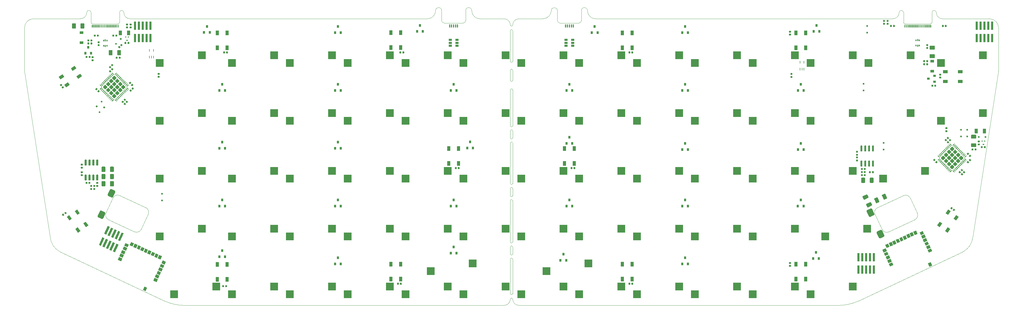
<source format=gbr>
G04 #@! TF.GenerationSoftware,KiCad,Pcbnew,(5.1.5-0-10_14)*
G04 #@! TF.CreationDate,2020-07-20T20:49:14-07:00*
G04 #@! TF.ProjectId,basis_combined_PROTON,62617369-735f-4636-9f6d-62696e65645f,rev?*
G04 #@! TF.SameCoordinates,Original*
G04 #@! TF.FileFunction,Paste,Bot*
G04 #@! TF.FilePolarity,Positive*
%FSLAX46Y46*%
G04 Gerber Fmt 4.6, Leading zero omitted, Abs format (unit mm)*
G04 Created by KiCad (PCBNEW (5.1.5-0-10_14)) date 2020-07-20 20:49:14*
%MOMM*%
%LPD*%
G04 APERTURE LIST*
%ADD10C,0.100000*%
%ADD11C,0.120000*%
%ADD12R,2.550000X2.500000*%
%ADD13R,0.450000X1.100000*%
%ADD14R,0.740000X2.790000*%
%ADD15R,0.500000X0.500000*%
%ADD16R,0.800000X0.900000*%
%ADD17R,1.060000X0.650000*%
%ADD18R,0.375000X0.500000*%
%ADD19R,0.300000X0.650000*%
%ADD20R,1.000000X1.500000*%
%ADD21R,1.500000X1.000000*%
%ADD22R,0.264800X0.845299*%
%ADD23R,1.100000X1.500000*%
%ADD24R,0.900000X0.800000*%
%ADD25R,0.500000X0.450000*%
%ADD26R,0.400000X0.450000*%
%ADD27R,1.200000X0.900000*%
G04 APERTURE END LIST*
D10*
X-123824375Y-116507500D02*
G75*
G02X-120824375Y-113507500I3000000J0D01*
G01*
X193855625Y-113507500D02*
G75*
G02X196855625Y-116507500I0J-3000000D01*
G01*
X144055625Y-207957499D02*
G75*
G03X150814190Y-206469023I28566J15958475D01*
G01*
X-71044375Y-207957499D02*
G75*
G02X-77802940Y-206469023I-28566J15958475D01*
G01*
X-123824375Y-130787500D02*
G75*
G03X-123788921Y-131207500I2505453J-1D01*
G01*
X196845625Y-130807500D02*
G75*
G02X196810171Y-131227500I-2505453J-1D01*
G01*
X184953082Y-190431995D02*
G75*
G03X188415624Y-185387499I-2817457J5644495D01*
G01*
X-111934375Y-190427500D02*
G75*
G02X-115396917Y-185383004I2817457J5644495D01*
G01*
X-89079308Y-113534373D02*
G75*
G02X-91119308Y-111494373I0J2040000D01*
G01*
X-103332251Y-111461252D02*
G75*
G02X-105372251Y-113501252I-2040000J0D01*
G01*
X-92559375Y-111484375D02*
G75*
G02X-91119308Y-111494373I720068J1D01*
G01*
X-103332251Y-111461252D02*
G75*
G02X-101909375Y-111484375I711626J1D01*
G01*
X178415624Y-113537498D02*
G75*
G02X176375624Y-111497498I0J2040000D01*
G01*
X164144306Y-111474377D02*
G75*
G02X162104306Y-113514377I-2040000J0D01*
G01*
X174935557Y-111487500D02*
G75*
G02X176375624Y-111497498I720068J1D01*
G01*
X164144306Y-111474377D02*
G75*
G02X165584375Y-111484375I720069J1D01*
G01*
X64215625Y-113537500D02*
G75*
G02X61515625Y-110837500I0J2700000D01*
G01*
X49623602Y-110727275D02*
G75*
G02X46823602Y-113527275I-2800000J0D01*
G01*
X59516865Y-110787718D02*
G75*
G02X61515625Y-110837500I998760J-49782D01*
G01*
X49623602Y-110727275D02*
G75*
G02X51612500Y-110787500I992023J-110225D01*
G01*
X26115625Y-113537500D02*
G75*
G02X23415625Y-110837500I0J2700000D01*
G01*
X11515625Y-110837500D02*
G75*
G02X8815625Y-113537500I-2700000J0D01*
G01*
X11517497Y-110837500D02*
G75*
G02X13512500Y-110787500I998128J0D01*
G01*
X21416865Y-110787718D02*
G75*
G02X23415625Y-110837500I998760J-49782D01*
G01*
X36915625Y-115537500D02*
G75*
G02X38915625Y-113537500I2000000J0D01*
G01*
X34115625Y-113537500D02*
G75*
G02X36115625Y-115537500I0J-2000000D01*
G01*
X38915625Y-207937500D02*
G75*
G02X36915625Y-205937500I0J2000000D01*
G01*
X36115625Y-205937500D02*
G75*
G02X34115625Y-207937500I-2000000J0D01*
G01*
X36115625Y-205937500D02*
G75*
G02X36915625Y-205937500I400000J0D01*
G01*
X36915625Y-115537500D02*
G75*
G02X36115625Y-115537500I-400000J0D01*
G01*
X150814190Y-206469023D02*
X184953082Y-190431995D01*
X8815625Y-113537500D02*
X-89079308Y-113534373D01*
X-105372251Y-113501252D02*
X-118268750Y-113506250D01*
X36900000Y-204000000D02*
G75*
G02X36100000Y-204000000I-400000J0D01*
G01*
X36100000Y-192750000D02*
G75*
G02X36900000Y-192750000I400000J0D01*
G01*
X36900000Y-191000000D02*
G75*
G02X36100000Y-191000000I-400000J0D01*
G01*
X36100000Y-188750000D02*
G75*
G02X36900000Y-188750000I400000J0D01*
G01*
X36900000Y-187000000D02*
G75*
G02X36100000Y-187000000I-400000J0D01*
G01*
X36100000Y-173500000D02*
G75*
G02X36900000Y-173500000I400000J0D01*
G01*
X36900000Y-171750000D02*
G75*
G02X36100000Y-171750000I-400000J0D01*
G01*
X36100000Y-169500000D02*
G75*
G02X36900000Y-169500000I400000J0D01*
G01*
X36900000Y-167750000D02*
G75*
G02X36100000Y-167750000I-400000J0D01*
G01*
X36100000Y-154500000D02*
G75*
G02X36900000Y-154500000I400000J0D01*
G01*
X36900000Y-152750000D02*
G75*
G02X36100000Y-152750000I-400000J0D01*
G01*
X36100000Y-150500000D02*
G75*
G02X36900000Y-150500000I400000J0D01*
G01*
X36900000Y-148750000D02*
G75*
G02X36100000Y-148750000I-400000J0D01*
G01*
X36100000Y-137000000D02*
G75*
G02X36900000Y-137000000I400000J0D01*
G01*
X36900000Y-133750000D02*
G75*
G02X36100000Y-133750000I-400000J0D01*
G01*
X36100000Y-130500000D02*
G75*
G02X36900000Y-130500000I400000J0D01*
G01*
X36900000Y-127500000D02*
G75*
G02X36100000Y-127500000I-400000J0D01*
G01*
X36100000Y-117500000D02*
G75*
G02X36900000Y-117500000I400000J0D01*
G01*
X36100000Y-133750000D02*
X36100000Y-130500000D01*
X36900000Y-130500000D02*
X36900000Y-133750000D01*
X36100000Y-152750000D02*
X36100000Y-150500000D01*
X36900000Y-150500000D02*
X36900000Y-152750000D01*
X36100000Y-171750000D02*
X36100000Y-169500000D01*
X36900000Y-169500000D02*
X36900000Y-171750000D01*
X36100000Y-191000000D02*
X36100000Y-188750000D01*
X36900000Y-188750000D02*
X36900000Y-191000000D01*
X36900000Y-192750000D02*
X36900000Y-204000000D01*
X36100000Y-204000000D02*
X36100000Y-192750000D01*
X36100000Y-187000000D02*
X36100000Y-173500000D01*
X36900000Y-173500000D02*
X36900000Y-187000000D01*
X36900000Y-167750000D02*
X36900000Y-154500000D01*
X36100000Y-154500000D02*
X36100000Y-167750000D01*
X36100000Y-148750000D02*
X36100000Y-137000000D01*
X36900000Y-137000000D02*
X36900000Y-148750000D01*
X36900000Y-127500000D02*
X36900000Y-117500000D01*
X36100000Y-117500000D02*
X36100000Y-127500000D01*
X26115625Y-113537500D02*
X33337500Y-113537500D01*
X64215625Y-113537500D02*
X162104306Y-113514377D01*
X46823602Y-113527275D02*
X39687500Y-113537500D01*
X178415624Y-113537498D02*
X193855625Y-113507500D01*
X39687500Y-113537500D02*
X38915625Y-113537500D01*
X196855625Y-116507500D02*
X196845625Y-130807500D01*
X196810171Y-131227500D02*
X188415624Y-185387499D01*
X38915625Y-207937500D02*
X144055625Y-207957500D01*
X-77802940Y-206469023D02*
X-111934375Y-190427500D01*
X34115625Y-207937500D02*
X-71044375Y-207957500D01*
X-123788921Y-131207500D02*
X-115396917Y-185383004D01*
X-123824375Y-116507500D02*
X-123824375Y-130787500D01*
X33337500Y-113537500D02*
X34115625Y-113537500D01*
X-118268750Y-113506250D02*
X-120824375Y-113507500D01*
D11*
X169257367Y-179765550D02*
X160738073Y-183738161D01*
X167797500Y-172612313D02*
X170079639Y-177506375D01*
X157019033Y-175762653D02*
X165538326Y-171790041D01*
X158478899Y-182915889D02*
X156196761Y-178021827D01*
X160738073Y-183738161D02*
G75*
G02X158478899Y-182915889I-718451J1540723D01*
G01*
X170079639Y-177506376D02*
G75*
G02X169257367Y-179765550I-1540723J-718451D01*
G01*
X165538326Y-171790041D02*
G75*
G02X167797500Y-172612313I718451J-1540723D01*
G01*
X156196761Y-178021827D02*
G75*
G02X157019033Y-175762653I1540723J718451D01*
G01*
X-87642181Y-183697401D02*
X-96161474Y-179724789D01*
X-83100868Y-177981067D02*
X-85383007Y-182875129D01*
X-92442433Y-171749281D02*
X-83923140Y-175721892D01*
X-96983746Y-177465615D02*
X-94701608Y-172571553D01*
X-96161474Y-179724789D02*
G75*
G02X-96983746Y-177465615I718451J1540723D01*
G01*
X-85383007Y-182875129D02*
G75*
G02X-87642181Y-183697401I-1540723J718451D01*
G01*
X-83923140Y-175721893D02*
G75*
G02X-83100868Y-177981067I-718451J-1540723D01*
G01*
X-94701607Y-172571553D02*
G75*
G02X-92442433Y-171749281I1540723J-718451D01*
G01*
D10*
X-101909375Y-114709375D02*
X-101909375Y-111484375D01*
X-93059375Y-115209375D02*
X-101409375Y-115209375D01*
X-92559375Y-111484375D02*
X-92559375Y-114709375D01*
X-101909375Y-114709375D02*
G75*
G03X-101409375Y-115209375I500000J0D01*
G01*
X-93059375Y-115209375D02*
G75*
G03X-92559375Y-114709375I0J500000D01*
G01*
X165584375Y-114709375D02*
X165584375Y-111484375D01*
X174434375Y-115209375D02*
X166084375Y-115209375D01*
X174934375Y-111484375D02*
X174934375Y-114709375D01*
X165584375Y-114709375D02*
G75*
G03X166084375Y-115209375I500000J0D01*
G01*
X174434375Y-115209375D02*
G75*
G03X174934375Y-114709375I0J500000D01*
G01*
X51612500Y-110787500D02*
X51612500Y-114117500D01*
X52412500Y-114917500D02*
X58712500Y-114917500D01*
X59512500Y-114117500D02*
X59512500Y-110787500D01*
X58712500Y-114917500D02*
G75*
G03X59512500Y-114117500I0J800000D01*
G01*
X51612500Y-114117500D02*
G75*
G03X52412500Y-114917500I800000J0D01*
G01*
X13512500Y-110787500D02*
X13512500Y-114117500D01*
X14312500Y-114917500D02*
X20612500Y-114917500D01*
X21412500Y-114117500D02*
X21412500Y-110787500D01*
X20612500Y-114917500D02*
G75*
G03X21412500Y-114117500I0J800000D01*
G01*
X13512500Y-114117500D02*
G75*
G03X14312500Y-114917500I800000J0D01*
G01*
G36*
X158152549Y-183078043D02*
G01*
X158201354Y-183083118D01*
X158249426Y-183092953D01*
X158296302Y-183107453D01*
X158341532Y-183126477D01*
X158384679Y-183149843D01*
X158425328Y-183177326D01*
X158463087Y-183208660D01*
X158497594Y-183243545D01*
X158528514Y-183281644D01*
X158555552Y-183322591D01*
X158578446Y-183365990D01*
X159212374Y-184725452D01*
X159230904Y-184770886D01*
X159244891Y-184817918D01*
X159254201Y-184866094D01*
X159258744Y-184914951D01*
X159258476Y-184964018D01*
X159253401Y-185012823D01*
X159243566Y-185060894D01*
X159229066Y-185107771D01*
X159210042Y-185153000D01*
X159186676Y-185196148D01*
X159159193Y-185236797D01*
X159127859Y-185274556D01*
X159092974Y-185309062D01*
X159054875Y-185339983D01*
X159013929Y-185367021D01*
X158970529Y-185389915D01*
X158064221Y-185812533D01*
X158018787Y-185831063D01*
X157971755Y-185845050D01*
X157923578Y-185854360D01*
X157874722Y-185858903D01*
X157825655Y-185858635D01*
X157776850Y-185853560D01*
X157728778Y-185843725D01*
X157681902Y-185829225D01*
X157636672Y-185810201D01*
X157593525Y-185786835D01*
X157552876Y-185759352D01*
X157515117Y-185728018D01*
X157480610Y-185693133D01*
X157449690Y-185655034D01*
X157422652Y-185614087D01*
X157399758Y-185570688D01*
X156765830Y-184211226D01*
X156747300Y-184165792D01*
X156733313Y-184118760D01*
X156724003Y-184070584D01*
X156719460Y-184021727D01*
X156719728Y-183972660D01*
X156724803Y-183923855D01*
X156734638Y-183875784D01*
X156749138Y-183828907D01*
X156768162Y-183783678D01*
X156791528Y-183740530D01*
X156819011Y-183699881D01*
X156850345Y-183662122D01*
X156885230Y-183627616D01*
X156923329Y-183596695D01*
X156964275Y-183569657D01*
X157007675Y-183546763D01*
X157913983Y-183124145D01*
X157959417Y-183105615D01*
X158006449Y-183091628D01*
X158054626Y-183082318D01*
X158103482Y-183077775D01*
X158152549Y-183078043D01*
G37*
G36*
X154856127Y-176008842D02*
G01*
X154904932Y-176013917D01*
X154953004Y-176023752D01*
X154999880Y-176038252D01*
X155045110Y-176057276D01*
X155088257Y-176080642D01*
X155128906Y-176108125D01*
X155166665Y-176139459D01*
X155201172Y-176174344D01*
X155232092Y-176212443D01*
X155259130Y-176253390D01*
X155282024Y-176296789D01*
X155915952Y-177656251D01*
X155934482Y-177701685D01*
X155948469Y-177748717D01*
X155957779Y-177796893D01*
X155962322Y-177845750D01*
X155962054Y-177894817D01*
X155956979Y-177943622D01*
X155947144Y-177991693D01*
X155932644Y-178038570D01*
X155913620Y-178083799D01*
X155890254Y-178126947D01*
X155862771Y-178167596D01*
X155831437Y-178205355D01*
X155796552Y-178239861D01*
X155758453Y-178270782D01*
X155717507Y-178297820D01*
X155674107Y-178320714D01*
X154767799Y-178743332D01*
X154722365Y-178761862D01*
X154675333Y-178775849D01*
X154627156Y-178785159D01*
X154578300Y-178789702D01*
X154529233Y-178789434D01*
X154480428Y-178784359D01*
X154432356Y-178774524D01*
X154385480Y-178760024D01*
X154340250Y-178741000D01*
X154297103Y-178717634D01*
X154256454Y-178690151D01*
X154218695Y-178658817D01*
X154184188Y-178623932D01*
X154153268Y-178585833D01*
X154126230Y-178544886D01*
X154103336Y-178501487D01*
X153469408Y-177142025D01*
X153450878Y-177096591D01*
X153436891Y-177049559D01*
X153427581Y-177001383D01*
X153423038Y-176952526D01*
X153423306Y-176903459D01*
X153428381Y-176854654D01*
X153438216Y-176806583D01*
X153452716Y-176759706D01*
X153471740Y-176714477D01*
X153495106Y-176671329D01*
X153522589Y-176630680D01*
X153553923Y-176592921D01*
X153588808Y-176558415D01*
X153626907Y-176527494D01*
X153667853Y-176500456D01*
X153711253Y-176477562D01*
X154617561Y-176054944D01*
X154662995Y-176036414D01*
X154710027Y-176022427D01*
X154758204Y-176013117D01*
X154807060Y-176008574D01*
X154856127Y-176008842D01*
G37*
G36*
X-98553350Y-176702283D02*
G01*
X-98505174Y-176711593D01*
X-98458142Y-176725580D01*
X-98412708Y-176744110D01*
X-97506400Y-177166728D01*
X-97463001Y-177189622D01*
X-97422054Y-177216660D01*
X-97383955Y-177247580D01*
X-97349070Y-177282087D01*
X-97317736Y-177319846D01*
X-97290253Y-177360495D01*
X-97266887Y-177403642D01*
X-97247863Y-177448872D01*
X-97233363Y-177495748D01*
X-97223528Y-177543820D01*
X-97218453Y-177592625D01*
X-97218185Y-177641692D01*
X-97222728Y-177690548D01*
X-97232038Y-177738725D01*
X-97246025Y-177785757D01*
X-97264555Y-177831191D01*
X-97898483Y-179190653D01*
X-97921377Y-179234053D01*
X-97948415Y-179274999D01*
X-97979336Y-179313098D01*
X-98013842Y-179347983D01*
X-98051601Y-179379317D01*
X-98092250Y-179406800D01*
X-98135398Y-179430166D01*
X-98180627Y-179449190D01*
X-98227504Y-179463690D01*
X-98275575Y-179473525D01*
X-98324380Y-179478600D01*
X-98373447Y-179478868D01*
X-98422304Y-179474325D01*
X-98470480Y-179465015D01*
X-98517512Y-179451028D01*
X-98562946Y-179432498D01*
X-99469254Y-179009880D01*
X-99512653Y-178986986D01*
X-99553600Y-178959948D01*
X-99591699Y-178929028D01*
X-99626584Y-178894521D01*
X-99657918Y-178856762D01*
X-99685401Y-178816113D01*
X-99708767Y-178772966D01*
X-99727791Y-178727736D01*
X-99742291Y-178680860D01*
X-99752126Y-178632788D01*
X-99757201Y-178583983D01*
X-99757469Y-178534916D01*
X-99752926Y-178486060D01*
X-99743616Y-178437883D01*
X-99729629Y-178390851D01*
X-99711099Y-178345417D01*
X-99077171Y-176985955D01*
X-99054277Y-176942555D01*
X-99027239Y-176901609D01*
X-98996318Y-176863510D01*
X-98961812Y-176828625D01*
X-98924053Y-176797291D01*
X-98883404Y-176769808D01*
X-98840256Y-176746442D01*
X-98795027Y-176727418D01*
X-98748150Y-176712918D01*
X-98700079Y-176703083D01*
X-98651274Y-176698008D01*
X-98602207Y-176697740D01*
X-98553350Y-176702283D01*
G37*
G36*
X-95256927Y-169633083D02*
G01*
X-95208751Y-169642393D01*
X-95161719Y-169656380D01*
X-95116285Y-169674910D01*
X-94209977Y-170097528D01*
X-94166578Y-170120422D01*
X-94125631Y-170147460D01*
X-94087532Y-170178380D01*
X-94052647Y-170212887D01*
X-94021313Y-170250646D01*
X-93993830Y-170291295D01*
X-93970464Y-170334442D01*
X-93951440Y-170379672D01*
X-93936940Y-170426548D01*
X-93927105Y-170474620D01*
X-93922030Y-170523425D01*
X-93921762Y-170572492D01*
X-93926305Y-170621348D01*
X-93935615Y-170669525D01*
X-93949602Y-170716557D01*
X-93968132Y-170761991D01*
X-94602060Y-172121453D01*
X-94624954Y-172164853D01*
X-94651992Y-172205799D01*
X-94682913Y-172243898D01*
X-94717419Y-172278783D01*
X-94755178Y-172310117D01*
X-94795827Y-172337600D01*
X-94838975Y-172360966D01*
X-94884204Y-172379990D01*
X-94931081Y-172394490D01*
X-94979152Y-172404325D01*
X-95027957Y-172409400D01*
X-95077024Y-172409668D01*
X-95125881Y-172405125D01*
X-95174057Y-172395815D01*
X-95221089Y-172381828D01*
X-95266523Y-172363298D01*
X-96172831Y-171940680D01*
X-96216230Y-171917786D01*
X-96257177Y-171890748D01*
X-96295276Y-171859828D01*
X-96330161Y-171825321D01*
X-96361495Y-171787562D01*
X-96388978Y-171746913D01*
X-96412344Y-171703766D01*
X-96431368Y-171658536D01*
X-96445868Y-171611660D01*
X-96455703Y-171563588D01*
X-96460778Y-171514783D01*
X-96461046Y-171465716D01*
X-96456503Y-171416860D01*
X-96447193Y-171368683D01*
X-96433206Y-171321651D01*
X-96414676Y-171276217D01*
X-95780748Y-169916755D01*
X-95757854Y-169873355D01*
X-95730816Y-169832409D01*
X-95699895Y-169794310D01*
X-95665389Y-169759425D01*
X-95627630Y-169728091D01*
X-95586981Y-169700608D01*
X-95543833Y-169677242D01*
X-95498604Y-169658218D01*
X-95451727Y-169643718D01*
X-95403656Y-169633883D01*
X-95354851Y-169628808D01*
X-95305784Y-169628540D01*
X-95256927Y-169633083D01*
G37*
G36*
X160752269Y-194254985D02*
G01*
X161839839Y-193747843D01*
X162262457Y-194654151D01*
X161174887Y-195161293D01*
X160752269Y-194254985D01*
G37*
G36*
X160215543Y-193103974D02*
G01*
X161303113Y-192596832D01*
X161725731Y-193503140D01*
X160638161Y-194010282D01*
X160215543Y-193103974D01*
G37*
G36*
X159678818Y-191952963D02*
G01*
X160766388Y-191445821D01*
X161189006Y-192352129D01*
X160101436Y-192859271D01*
X159678818Y-191952963D01*
G37*
G36*
X159142093Y-190801952D02*
G01*
X160229663Y-190294810D01*
X160652281Y-191201118D01*
X159564711Y-191708260D01*
X159142093Y-190801952D01*
G37*
G36*
X158605368Y-189650941D02*
G01*
X159692938Y-189143799D01*
X160115556Y-190050107D01*
X159027986Y-190557249D01*
X158605368Y-189650941D01*
G37*
G36*
X160057244Y-189073225D02*
G01*
X159550102Y-187985655D01*
X160456410Y-187563037D01*
X160963552Y-188650607D01*
X160057244Y-189073225D01*
G37*
G36*
X161208255Y-188536500D02*
G01*
X160701113Y-187448930D01*
X161607421Y-187026312D01*
X162114563Y-188113882D01*
X161208255Y-188536500D01*
G37*
G36*
X162359266Y-187999774D02*
G01*
X161852124Y-186912204D01*
X162758432Y-186489586D01*
X163265574Y-187577156D01*
X162359266Y-187999774D01*
G37*
G36*
X163510276Y-187463049D02*
G01*
X163003134Y-186375479D01*
X163909442Y-185952861D01*
X164416584Y-187040431D01*
X163510276Y-187463049D01*
G37*
G36*
X164661287Y-186926324D02*
G01*
X164154145Y-185838754D01*
X165060453Y-185416136D01*
X165567595Y-186503706D01*
X164661287Y-186926324D01*
G37*
G36*
X165812298Y-186389599D02*
G01*
X165305156Y-185302029D01*
X166211464Y-184879411D01*
X166718606Y-185966981D01*
X165812298Y-186389599D01*
G37*
G36*
X166963309Y-185852874D02*
G01*
X166456167Y-184765304D01*
X167362475Y-184342686D01*
X167869617Y-185430256D01*
X166963309Y-185852874D01*
G37*
G36*
X168114320Y-185316148D02*
G01*
X167607178Y-184228578D01*
X168513486Y-183805960D01*
X169020628Y-184893530D01*
X168114320Y-185316148D01*
G37*
G36*
X169265331Y-184779423D02*
G01*
X168758189Y-183691853D01*
X169664497Y-183269235D01*
X170171639Y-184356805D01*
X169265331Y-184779423D01*
G37*
G36*
X170840523Y-183945595D02*
G01*
X171928093Y-183438453D01*
X172350711Y-184344761D01*
X171263141Y-184851903D01*
X170840523Y-183945595D01*
G37*
G36*
X171377248Y-185096606D02*
G01*
X172464818Y-184589464D01*
X172887436Y-185495772D01*
X171799866Y-186002914D01*
X171377248Y-185096606D01*
G37*
G36*
X171913973Y-186247617D02*
G01*
X173001543Y-185740475D01*
X173424161Y-186646783D01*
X172336591Y-187153925D01*
X171913973Y-186247617D01*
G37*
G36*
X172450699Y-187398627D02*
G01*
X173538269Y-186891485D01*
X173960887Y-187797793D01*
X172873317Y-188304935D01*
X172450699Y-187398627D01*
G37*
G36*
X172987424Y-188549638D02*
G01*
X174074994Y-188042496D01*
X174497612Y-188948804D01*
X173410042Y-189455946D01*
X172987424Y-188549638D01*
G37*
G36*
X173524149Y-189700649D02*
G01*
X174611719Y-189193507D01*
X175034337Y-190099815D01*
X173946767Y-190606957D01*
X173524149Y-189700649D01*
G37*
G36*
X174125441Y-195201963D02*
G01*
X173618299Y-194114393D01*
X174524607Y-193691775D01*
X175031749Y-194779345D01*
X174125441Y-195201963D01*
G37*
G36*
X-92715619Y-192011246D02*
G01*
X-91628049Y-192518388D01*
X-92050667Y-193424696D01*
X-93138237Y-192917554D01*
X-92715619Y-192011246D01*
G37*
G36*
X-92178894Y-190860235D02*
G01*
X-91091324Y-191367377D01*
X-91513942Y-192273685D01*
X-92601512Y-191766543D01*
X-92178894Y-190860235D01*
G37*
G36*
X-91642168Y-189709225D02*
G01*
X-90554598Y-190216367D01*
X-90977216Y-191122675D01*
X-92064786Y-190615533D01*
X-91642168Y-189709225D01*
G37*
G36*
X-91105443Y-188558214D02*
G01*
X-90017873Y-189065356D01*
X-90440491Y-189971664D01*
X-91528061Y-189464522D01*
X-91105443Y-188558214D01*
G37*
G36*
X-90568718Y-187407203D02*
G01*
X-89481148Y-187914345D01*
X-89903766Y-188820653D01*
X-90991336Y-188313511D01*
X-90568718Y-187407203D01*
G37*
G36*
X-89192913Y-188148056D02*
G01*
X-88685771Y-187060486D01*
X-87779463Y-187483104D01*
X-88286605Y-188570674D01*
X-89192913Y-188148056D01*
G37*
G36*
X-88041902Y-188684781D02*
G01*
X-87534760Y-187597211D01*
X-86628452Y-188019829D01*
X-87135594Y-189107399D01*
X-88041902Y-188684781D01*
G37*
G36*
X-86890891Y-189221506D02*
G01*
X-86383749Y-188133936D01*
X-85477441Y-188556554D01*
X-85984583Y-189644124D01*
X-86890891Y-189221506D01*
G37*
G36*
X-85739881Y-189758231D02*
G01*
X-85232739Y-188670661D01*
X-84326431Y-189093279D01*
X-84833573Y-190180849D01*
X-85739881Y-189758231D01*
G37*
G36*
X-84588870Y-190294956D02*
G01*
X-84081728Y-189207386D01*
X-83175420Y-189630004D01*
X-83682562Y-190717574D01*
X-84588870Y-190294956D01*
G37*
G36*
X-83437859Y-190831682D02*
G01*
X-82930717Y-189744112D01*
X-82024409Y-190166730D01*
X-82531551Y-191254300D01*
X-83437859Y-190831682D01*
G37*
G36*
X-82286848Y-191368407D02*
G01*
X-81779706Y-190280837D01*
X-80873398Y-190703455D01*
X-81380540Y-191791025D01*
X-82286848Y-191368407D01*
G37*
G36*
X-81135837Y-191905132D02*
G01*
X-80628695Y-190817562D01*
X-79722387Y-191240180D01*
X-80229529Y-192327750D01*
X-81135837Y-191905132D01*
G37*
G36*
X-79984826Y-192441857D02*
G01*
X-79477684Y-191354287D01*
X-78571376Y-191776905D01*
X-79078518Y-192864475D01*
X-79984826Y-192441857D01*
G37*
G36*
X-78333563Y-193112549D02*
G01*
X-77245993Y-193619691D01*
X-77668611Y-194525999D01*
X-78756181Y-194018857D01*
X-78333563Y-193112549D01*
G37*
G36*
X-78870288Y-194263560D02*
G01*
X-77782718Y-194770702D01*
X-78205336Y-195677010D01*
X-79292906Y-195169868D01*
X-78870288Y-194263560D01*
G37*
G36*
X-79407013Y-195414571D02*
G01*
X-78319443Y-195921713D01*
X-78742061Y-196828021D01*
X-79829631Y-196320879D01*
X-79407013Y-195414571D01*
G37*
G36*
X-79943738Y-196565582D02*
G01*
X-78856168Y-197072724D01*
X-79278786Y-197979032D01*
X-80366356Y-197471890D01*
X-79943738Y-196565582D01*
G37*
G36*
X-80480464Y-197716593D02*
G01*
X-79392894Y-198223735D01*
X-79815512Y-199130043D01*
X-80903082Y-198622901D01*
X-80480464Y-197716593D01*
G37*
G36*
X-81017189Y-198867604D02*
G01*
X-79929619Y-199374746D01*
X-80352237Y-200281054D01*
X-81439807Y-199773912D01*
X-81017189Y-198867604D01*
G37*
G36*
X-84844936Y-202864397D02*
G01*
X-84337794Y-201776827D01*
X-83431486Y-202199445D01*
X-83938628Y-203287015D01*
X-84844936Y-202864397D01*
G37*
G36*
X189305129Y-151743704D02*
G01*
X189329398Y-151747304D01*
X189353196Y-151753265D01*
X189376296Y-151761530D01*
X189398474Y-151772020D01*
X189419518Y-151784633D01*
X189439223Y-151799247D01*
X189457402Y-151815723D01*
X189473878Y-151833902D01*
X189488492Y-151853607D01*
X189501105Y-151874651D01*
X189511595Y-151896829D01*
X189519860Y-151919929D01*
X189525821Y-151943727D01*
X189529421Y-151967996D01*
X189530625Y-151992500D01*
X189530625Y-152742500D01*
X189529421Y-152767004D01*
X189525821Y-152791273D01*
X189519860Y-152815071D01*
X189511595Y-152838171D01*
X189501105Y-152860349D01*
X189488492Y-152881393D01*
X189473878Y-152901098D01*
X189457402Y-152919277D01*
X189439223Y-152935753D01*
X189419518Y-152950367D01*
X189398474Y-152962980D01*
X189376296Y-152973470D01*
X189353196Y-152981735D01*
X189329398Y-152987696D01*
X189305129Y-152991296D01*
X189280625Y-152992500D01*
X188030625Y-152992500D01*
X188006121Y-152991296D01*
X187981852Y-152987696D01*
X187958054Y-152981735D01*
X187934954Y-152973470D01*
X187912776Y-152962980D01*
X187891732Y-152950367D01*
X187872027Y-152935753D01*
X187853848Y-152919277D01*
X187837372Y-152901098D01*
X187822758Y-152881393D01*
X187810145Y-152860349D01*
X187799655Y-152838171D01*
X187791390Y-152815071D01*
X187785429Y-152791273D01*
X187781829Y-152767004D01*
X187780625Y-152742500D01*
X187780625Y-151992500D01*
X187781829Y-151967996D01*
X187785429Y-151943727D01*
X187791390Y-151919929D01*
X187799655Y-151896829D01*
X187810145Y-151874651D01*
X187822758Y-151853607D01*
X187837372Y-151833902D01*
X187853848Y-151815723D01*
X187872027Y-151799247D01*
X187891732Y-151784633D01*
X187912776Y-151772020D01*
X187934954Y-151761530D01*
X187958054Y-151753265D01*
X187981852Y-151747304D01*
X188006121Y-151743704D01*
X188030625Y-151742500D01*
X189280625Y-151742500D01*
X189305129Y-151743704D01*
G37*
G36*
X189305129Y-154543704D02*
G01*
X189329398Y-154547304D01*
X189353196Y-154553265D01*
X189376296Y-154561530D01*
X189398474Y-154572020D01*
X189419518Y-154584633D01*
X189439223Y-154599247D01*
X189457402Y-154615723D01*
X189473878Y-154633902D01*
X189488492Y-154653607D01*
X189501105Y-154674651D01*
X189511595Y-154696829D01*
X189519860Y-154719929D01*
X189525821Y-154743727D01*
X189529421Y-154767996D01*
X189530625Y-154792500D01*
X189530625Y-155542500D01*
X189529421Y-155567004D01*
X189525821Y-155591273D01*
X189519860Y-155615071D01*
X189511595Y-155638171D01*
X189501105Y-155660349D01*
X189488492Y-155681393D01*
X189473878Y-155701098D01*
X189457402Y-155719277D01*
X189439223Y-155735753D01*
X189419518Y-155750367D01*
X189398474Y-155762980D01*
X189376296Y-155773470D01*
X189353196Y-155781735D01*
X189329398Y-155787696D01*
X189305129Y-155791296D01*
X189280625Y-155792500D01*
X188030625Y-155792500D01*
X188006121Y-155791296D01*
X187981852Y-155787696D01*
X187958054Y-155781735D01*
X187934954Y-155773470D01*
X187912776Y-155762980D01*
X187891732Y-155750367D01*
X187872027Y-155735753D01*
X187853848Y-155719277D01*
X187837372Y-155701098D01*
X187822758Y-155681393D01*
X187810145Y-155660349D01*
X187799655Y-155638171D01*
X187791390Y-155615071D01*
X187785429Y-155591273D01*
X187781829Y-155567004D01*
X187780625Y-155542500D01*
X187780625Y-154792500D01*
X187781829Y-154767996D01*
X187785429Y-154743727D01*
X187791390Y-154719929D01*
X187799655Y-154696829D01*
X187810145Y-154674651D01*
X187822758Y-154653607D01*
X187837372Y-154633902D01*
X187853848Y-154615723D01*
X187872027Y-154599247D01*
X187891732Y-154584633D01*
X187912776Y-154572020D01*
X187934954Y-154561530D01*
X187958054Y-154553265D01*
X187981852Y-154547304D01*
X188006121Y-154543704D01*
X188030625Y-154542500D01*
X189280625Y-154542500D01*
X189305129Y-154543704D01*
G37*
G36*
X-95084871Y-123813704D02*
G01*
X-95060602Y-123817304D01*
X-95036804Y-123823265D01*
X-95013704Y-123831530D01*
X-94991526Y-123842020D01*
X-94970482Y-123854633D01*
X-94950777Y-123869247D01*
X-94932598Y-123885723D01*
X-94916122Y-123903902D01*
X-94901508Y-123923607D01*
X-94888895Y-123944651D01*
X-94878405Y-123966829D01*
X-94870140Y-123989929D01*
X-94864179Y-124013727D01*
X-94860579Y-124037996D01*
X-94859375Y-124062500D01*
X-94859375Y-125312500D01*
X-94860579Y-125337004D01*
X-94864179Y-125361273D01*
X-94870140Y-125385071D01*
X-94878405Y-125408171D01*
X-94888895Y-125430349D01*
X-94901508Y-125451393D01*
X-94916122Y-125471098D01*
X-94932598Y-125489277D01*
X-94950777Y-125505753D01*
X-94970482Y-125520367D01*
X-94991526Y-125532980D01*
X-95013704Y-125543470D01*
X-95036804Y-125551735D01*
X-95060602Y-125557696D01*
X-95084871Y-125561296D01*
X-95109375Y-125562500D01*
X-95859375Y-125562500D01*
X-95883879Y-125561296D01*
X-95908148Y-125557696D01*
X-95931946Y-125551735D01*
X-95955046Y-125543470D01*
X-95977224Y-125532980D01*
X-95998268Y-125520367D01*
X-96017973Y-125505753D01*
X-96036152Y-125489277D01*
X-96052628Y-125471098D01*
X-96067242Y-125451393D01*
X-96079855Y-125430349D01*
X-96090345Y-125408171D01*
X-96098610Y-125385071D01*
X-96104571Y-125361273D01*
X-96108171Y-125337004D01*
X-96109375Y-125312500D01*
X-96109375Y-124062500D01*
X-96108171Y-124037996D01*
X-96104571Y-124013727D01*
X-96098610Y-123989929D01*
X-96090345Y-123966829D01*
X-96079855Y-123944651D01*
X-96067242Y-123923607D01*
X-96052628Y-123903902D01*
X-96036152Y-123885723D01*
X-96017973Y-123869247D01*
X-95998268Y-123854633D01*
X-95977224Y-123842020D01*
X-95955046Y-123831530D01*
X-95931946Y-123823265D01*
X-95908148Y-123817304D01*
X-95883879Y-123813704D01*
X-95859375Y-123812500D01*
X-95109375Y-123812500D01*
X-95084871Y-123813704D01*
G37*
G36*
X-92284871Y-123813704D02*
G01*
X-92260602Y-123817304D01*
X-92236804Y-123823265D01*
X-92213704Y-123831530D01*
X-92191526Y-123842020D01*
X-92170482Y-123854633D01*
X-92150777Y-123869247D01*
X-92132598Y-123885723D01*
X-92116122Y-123903902D01*
X-92101508Y-123923607D01*
X-92088895Y-123944651D01*
X-92078405Y-123966829D01*
X-92070140Y-123989929D01*
X-92064179Y-124013727D01*
X-92060579Y-124037996D01*
X-92059375Y-124062500D01*
X-92059375Y-125312500D01*
X-92060579Y-125337004D01*
X-92064179Y-125361273D01*
X-92070140Y-125385071D01*
X-92078405Y-125408171D01*
X-92088895Y-125430349D01*
X-92101508Y-125451393D01*
X-92116122Y-125471098D01*
X-92132598Y-125489277D01*
X-92150777Y-125505753D01*
X-92170482Y-125520367D01*
X-92191526Y-125532980D01*
X-92213704Y-125543470D01*
X-92236804Y-125551735D01*
X-92260602Y-125557696D01*
X-92284871Y-125561296D01*
X-92309375Y-125562500D01*
X-93059375Y-125562500D01*
X-93083879Y-125561296D01*
X-93108148Y-125557696D01*
X-93131946Y-125551735D01*
X-93155046Y-125543470D01*
X-93177224Y-125532980D01*
X-93198268Y-125520367D01*
X-93217973Y-125505753D01*
X-93236152Y-125489277D01*
X-93252628Y-125471098D01*
X-93267242Y-125451393D01*
X-93279855Y-125430349D01*
X-93290345Y-125408171D01*
X-93298610Y-125385071D01*
X-93304571Y-125361273D01*
X-93308171Y-125337004D01*
X-93309375Y-125312500D01*
X-93309375Y-124062500D01*
X-93308171Y-124037996D01*
X-93304571Y-124013727D01*
X-93298610Y-123989929D01*
X-93290345Y-123966829D01*
X-93279855Y-123944651D01*
X-93267242Y-123923607D01*
X-93252628Y-123903902D01*
X-93236152Y-123885723D01*
X-93217973Y-123869247D01*
X-93198268Y-123854633D01*
X-93177224Y-123842020D01*
X-93155046Y-123831530D01*
X-93131946Y-123823265D01*
X-93108148Y-123817304D01*
X-93083879Y-123813704D01*
X-93059375Y-123812500D01*
X-92309375Y-123812500D01*
X-92284871Y-123813704D01*
G37*
G36*
X190542583Y-153658210D02*
G01*
X190556901Y-153660334D01*
X190570942Y-153663851D01*
X190584571Y-153668728D01*
X190597656Y-153674917D01*
X190610072Y-153682358D01*
X190621698Y-153690981D01*
X190632423Y-153700702D01*
X190642144Y-153711427D01*
X190650767Y-153723053D01*
X190658208Y-153735469D01*
X190664397Y-153748554D01*
X190669274Y-153762183D01*
X190672791Y-153776224D01*
X190674915Y-153790542D01*
X190675625Y-153805000D01*
X190675625Y-154100000D01*
X190674915Y-154114458D01*
X190672791Y-154128776D01*
X190669274Y-154142817D01*
X190664397Y-154156446D01*
X190658208Y-154169531D01*
X190650767Y-154181947D01*
X190642144Y-154193573D01*
X190632423Y-154204298D01*
X190621698Y-154214019D01*
X190610072Y-154222642D01*
X190597656Y-154230083D01*
X190584571Y-154236272D01*
X190570942Y-154241149D01*
X190556901Y-154244666D01*
X190542583Y-154246790D01*
X190528125Y-154247500D01*
X190183125Y-154247500D01*
X190168667Y-154246790D01*
X190154349Y-154244666D01*
X190140308Y-154241149D01*
X190126679Y-154236272D01*
X190113594Y-154230083D01*
X190101178Y-154222642D01*
X190089552Y-154214019D01*
X190078827Y-154204298D01*
X190069106Y-154193573D01*
X190060483Y-154181947D01*
X190053042Y-154169531D01*
X190046853Y-154156446D01*
X190041976Y-154142817D01*
X190038459Y-154128776D01*
X190036335Y-154114458D01*
X190035625Y-154100000D01*
X190035625Y-153805000D01*
X190036335Y-153790542D01*
X190038459Y-153776224D01*
X190041976Y-153762183D01*
X190046853Y-153748554D01*
X190053042Y-153735469D01*
X190060483Y-153723053D01*
X190069106Y-153711427D01*
X190078827Y-153700702D01*
X190089552Y-153690981D01*
X190101178Y-153682358D01*
X190113594Y-153674917D01*
X190126679Y-153668728D01*
X190140308Y-153663851D01*
X190154349Y-153660334D01*
X190168667Y-153658210D01*
X190183125Y-153657500D01*
X190528125Y-153657500D01*
X190542583Y-153658210D01*
G37*
G36*
X190542583Y-154628210D02*
G01*
X190556901Y-154630334D01*
X190570942Y-154633851D01*
X190584571Y-154638728D01*
X190597656Y-154644917D01*
X190610072Y-154652358D01*
X190621698Y-154660981D01*
X190632423Y-154670702D01*
X190642144Y-154681427D01*
X190650767Y-154693053D01*
X190658208Y-154705469D01*
X190664397Y-154718554D01*
X190669274Y-154732183D01*
X190672791Y-154746224D01*
X190674915Y-154760542D01*
X190675625Y-154775000D01*
X190675625Y-155070000D01*
X190674915Y-155084458D01*
X190672791Y-155098776D01*
X190669274Y-155112817D01*
X190664397Y-155126446D01*
X190658208Y-155139531D01*
X190650767Y-155151947D01*
X190642144Y-155163573D01*
X190632423Y-155174298D01*
X190621698Y-155184019D01*
X190610072Y-155192642D01*
X190597656Y-155200083D01*
X190584571Y-155206272D01*
X190570942Y-155211149D01*
X190556901Y-155214666D01*
X190542583Y-155216790D01*
X190528125Y-155217500D01*
X190183125Y-155217500D01*
X190168667Y-155216790D01*
X190154349Y-155214666D01*
X190140308Y-155211149D01*
X190126679Y-155206272D01*
X190113594Y-155200083D01*
X190101178Y-155192642D01*
X190089552Y-155184019D01*
X190078827Y-155174298D01*
X190069106Y-155163573D01*
X190060483Y-155151947D01*
X190053042Y-155139531D01*
X190046853Y-155126446D01*
X190041976Y-155112817D01*
X190038459Y-155098776D01*
X190036335Y-155084458D01*
X190035625Y-155070000D01*
X190035625Y-154775000D01*
X190036335Y-154760542D01*
X190038459Y-154746224D01*
X190041976Y-154732183D01*
X190046853Y-154718554D01*
X190053042Y-154705469D01*
X190060483Y-154693053D01*
X190069106Y-154681427D01*
X190078827Y-154670702D01*
X190089552Y-154660981D01*
X190101178Y-154652358D01*
X190113594Y-154644917D01*
X190126679Y-154638728D01*
X190140308Y-154633851D01*
X190154349Y-154630334D01*
X190168667Y-154628210D01*
X190183125Y-154627500D01*
X190528125Y-154627500D01*
X190542583Y-154628210D01*
G37*
G36*
X-92625542Y-122487383D02*
G01*
X-92611224Y-122489507D01*
X-92597183Y-122493024D01*
X-92583554Y-122497901D01*
X-92570469Y-122504090D01*
X-92558053Y-122511531D01*
X-92546427Y-122520154D01*
X-92535702Y-122529875D01*
X-92291750Y-122773827D01*
X-92282029Y-122784552D01*
X-92273406Y-122796178D01*
X-92265965Y-122808594D01*
X-92259776Y-122821679D01*
X-92254899Y-122835308D01*
X-92251382Y-122849349D01*
X-92249258Y-122863667D01*
X-92248548Y-122878125D01*
X-92249258Y-122892583D01*
X-92251382Y-122906901D01*
X-92254899Y-122920942D01*
X-92259776Y-122934571D01*
X-92265965Y-122947656D01*
X-92273406Y-122960072D01*
X-92282029Y-122971698D01*
X-92291750Y-122982423D01*
X-92500346Y-123191019D01*
X-92511071Y-123200740D01*
X-92522697Y-123209363D01*
X-92535113Y-123216804D01*
X-92548198Y-123222993D01*
X-92561827Y-123227870D01*
X-92575868Y-123231387D01*
X-92590186Y-123233511D01*
X-92604644Y-123234221D01*
X-92619102Y-123233511D01*
X-92633420Y-123231387D01*
X-92647461Y-123227870D01*
X-92661090Y-123222993D01*
X-92674175Y-123216804D01*
X-92686591Y-123209363D01*
X-92698217Y-123200740D01*
X-92708942Y-123191019D01*
X-92952894Y-122947067D01*
X-92962615Y-122936342D01*
X-92971238Y-122924716D01*
X-92978679Y-122912300D01*
X-92984868Y-122899215D01*
X-92989745Y-122885586D01*
X-92993262Y-122871545D01*
X-92995386Y-122857227D01*
X-92996096Y-122842769D01*
X-92995386Y-122828311D01*
X-92993262Y-122813993D01*
X-92989745Y-122799952D01*
X-92984868Y-122786323D01*
X-92978679Y-122773238D01*
X-92971238Y-122760822D01*
X-92962615Y-122749196D01*
X-92952894Y-122738471D01*
X-92744298Y-122529875D01*
X-92733573Y-122520154D01*
X-92721947Y-122511531D01*
X-92709531Y-122504090D01*
X-92696446Y-122497901D01*
X-92682817Y-122493024D01*
X-92668776Y-122489507D01*
X-92654458Y-122487383D01*
X-92640000Y-122486673D01*
X-92625542Y-122487383D01*
G37*
G36*
X-91939648Y-121801489D02*
G01*
X-91925330Y-121803613D01*
X-91911289Y-121807130D01*
X-91897660Y-121812007D01*
X-91884575Y-121818196D01*
X-91872159Y-121825637D01*
X-91860533Y-121834260D01*
X-91849808Y-121843981D01*
X-91605856Y-122087933D01*
X-91596135Y-122098658D01*
X-91587512Y-122110284D01*
X-91580071Y-122122700D01*
X-91573882Y-122135785D01*
X-91569005Y-122149414D01*
X-91565488Y-122163455D01*
X-91563364Y-122177773D01*
X-91562654Y-122192231D01*
X-91563364Y-122206689D01*
X-91565488Y-122221007D01*
X-91569005Y-122235048D01*
X-91573882Y-122248677D01*
X-91580071Y-122261762D01*
X-91587512Y-122274178D01*
X-91596135Y-122285804D01*
X-91605856Y-122296529D01*
X-91814452Y-122505125D01*
X-91825177Y-122514846D01*
X-91836803Y-122523469D01*
X-91849219Y-122530910D01*
X-91862304Y-122537099D01*
X-91875933Y-122541976D01*
X-91889974Y-122545493D01*
X-91904292Y-122547617D01*
X-91918750Y-122548327D01*
X-91933208Y-122547617D01*
X-91947526Y-122545493D01*
X-91961567Y-122541976D01*
X-91975196Y-122537099D01*
X-91988281Y-122530910D01*
X-92000697Y-122523469D01*
X-92012323Y-122514846D01*
X-92023048Y-122505125D01*
X-92267000Y-122261173D01*
X-92276721Y-122250448D01*
X-92285344Y-122238822D01*
X-92292785Y-122226406D01*
X-92298974Y-122213321D01*
X-92303851Y-122199692D01*
X-92307368Y-122185651D01*
X-92309492Y-122171333D01*
X-92310202Y-122156875D01*
X-92309492Y-122142417D01*
X-92307368Y-122128099D01*
X-92303851Y-122114058D01*
X-92298974Y-122100429D01*
X-92292785Y-122087344D01*
X-92285344Y-122074928D01*
X-92276721Y-122063302D01*
X-92267000Y-122052577D01*
X-92058404Y-121843981D01*
X-92047679Y-121834260D01*
X-92036053Y-121825637D01*
X-92023637Y-121818196D01*
X-92010552Y-121812007D01*
X-91996923Y-121807130D01*
X-91982882Y-121803613D01*
X-91968564Y-121801489D01*
X-91954106Y-121800779D01*
X-91939648Y-121801489D01*
G37*
G36*
X153465549Y-171405039D02*
G01*
X153489951Y-171407577D01*
X153513987Y-171412494D01*
X153537425Y-171419744D01*
X153560040Y-171429256D01*
X153581613Y-171440939D01*
X153601938Y-171454680D01*
X153620818Y-171470348D01*
X153638071Y-171487790D01*
X153653531Y-171506840D01*
X153667050Y-171527313D01*
X153678497Y-171549013D01*
X153995460Y-172228744D01*
X154004725Y-172251461D01*
X154011719Y-172274977D01*
X154016374Y-172299065D01*
X154018645Y-172323493D01*
X154018511Y-172348027D01*
X154015973Y-172372429D01*
X154011056Y-172396465D01*
X154003806Y-172419903D01*
X153994294Y-172442518D01*
X153982611Y-172464092D01*
X153968870Y-172484416D01*
X153953202Y-172503296D01*
X153935760Y-172520549D01*
X153916710Y-172536009D01*
X153896237Y-172549528D01*
X153874538Y-172560975D01*
X152741653Y-173089248D01*
X152718935Y-173098513D01*
X152695419Y-173105507D01*
X152671331Y-173110162D01*
X152646903Y-173112433D01*
X152622369Y-173112299D01*
X152597967Y-173109761D01*
X152573931Y-173104844D01*
X152550493Y-173097594D01*
X152527878Y-173088082D01*
X152506305Y-173076399D01*
X152485980Y-173062658D01*
X152467100Y-173046990D01*
X152449847Y-173029548D01*
X152434387Y-173010498D01*
X152420868Y-172990025D01*
X152409421Y-172968325D01*
X152092458Y-172288594D01*
X152083193Y-172265877D01*
X152076199Y-172242361D01*
X152071544Y-172218273D01*
X152069273Y-172193845D01*
X152069407Y-172169311D01*
X152071945Y-172144909D01*
X152076862Y-172120873D01*
X152084112Y-172097435D01*
X152093624Y-172074820D01*
X152105307Y-172053246D01*
X152119048Y-172032922D01*
X152134716Y-172014042D01*
X152152158Y-171996789D01*
X152171208Y-171981329D01*
X152191681Y-171967810D01*
X152213380Y-171956363D01*
X153346265Y-171428090D01*
X153368983Y-171418825D01*
X153392499Y-171411831D01*
X153416587Y-171407176D01*
X153441015Y-171404905D01*
X153465549Y-171405039D01*
G37*
G36*
X154648881Y-173942701D02*
G01*
X154673283Y-173945239D01*
X154697319Y-173950156D01*
X154720757Y-173957406D01*
X154743372Y-173966918D01*
X154764945Y-173978601D01*
X154785270Y-173992342D01*
X154804150Y-174008010D01*
X154821403Y-174025452D01*
X154836863Y-174044502D01*
X154850382Y-174064975D01*
X154861829Y-174086675D01*
X155178792Y-174766406D01*
X155188057Y-174789123D01*
X155195051Y-174812639D01*
X155199706Y-174836727D01*
X155201977Y-174861155D01*
X155201843Y-174885689D01*
X155199305Y-174910091D01*
X155194388Y-174934127D01*
X155187138Y-174957565D01*
X155177626Y-174980180D01*
X155165943Y-175001754D01*
X155152202Y-175022078D01*
X155136534Y-175040958D01*
X155119092Y-175058211D01*
X155100042Y-175073671D01*
X155079569Y-175087190D01*
X155057870Y-175098637D01*
X153924985Y-175626910D01*
X153902267Y-175636175D01*
X153878751Y-175643169D01*
X153854663Y-175647824D01*
X153830235Y-175650095D01*
X153805701Y-175649961D01*
X153781299Y-175647423D01*
X153757263Y-175642506D01*
X153733825Y-175635256D01*
X153711210Y-175625744D01*
X153689637Y-175614061D01*
X153669312Y-175600320D01*
X153650432Y-175584652D01*
X153633179Y-175567210D01*
X153617719Y-175548160D01*
X153604200Y-175527687D01*
X153592753Y-175505987D01*
X153275790Y-174826256D01*
X153266525Y-174803539D01*
X153259531Y-174780023D01*
X153254876Y-174755935D01*
X153252605Y-174731507D01*
X153252739Y-174706973D01*
X153255277Y-174682571D01*
X153260194Y-174658535D01*
X153267444Y-174635097D01*
X153276956Y-174612482D01*
X153288639Y-174590908D01*
X153302380Y-174570584D01*
X153318048Y-174551704D01*
X153335490Y-174534451D01*
X153354540Y-174518991D01*
X153375013Y-174505472D01*
X153396712Y-174494025D01*
X154529597Y-173965752D01*
X154552315Y-173956487D01*
X154575831Y-173949493D01*
X154599919Y-173944838D01*
X154624347Y-173942567D01*
X154648881Y-173942701D01*
G37*
G36*
X-97441121Y-167004329D02*
G01*
X-97416852Y-167007929D01*
X-97393054Y-167013890D01*
X-97369954Y-167022155D01*
X-97347776Y-167032645D01*
X-97326732Y-167045258D01*
X-97307027Y-167059872D01*
X-97288848Y-167076348D01*
X-97272372Y-167094527D01*
X-97257758Y-167114232D01*
X-97245145Y-167135276D01*
X-97234655Y-167157454D01*
X-97226390Y-167180554D01*
X-97220429Y-167204352D01*
X-97216829Y-167228621D01*
X-97215625Y-167253125D01*
X-97215625Y-168503125D01*
X-97216829Y-168527629D01*
X-97220429Y-168551898D01*
X-97226390Y-168575696D01*
X-97234655Y-168598796D01*
X-97245145Y-168620974D01*
X-97257758Y-168642018D01*
X-97272372Y-168661723D01*
X-97288848Y-168679902D01*
X-97307027Y-168696378D01*
X-97326732Y-168710992D01*
X-97347776Y-168723605D01*
X-97369954Y-168734095D01*
X-97393054Y-168742360D01*
X-97416852Y-168748321D01*
X-97441121Y-168751921D01*
X-97465625Y-168753125D01*
X-98215625Y-168753125D01*
X-98240129Y-168751921D01*
X-98264398Y-168748321D01*
X-98288196Y-168742360D01*
X-98311296Y-168734095D01*
X-98333474Y-168723605D01*
X-98354518Y-168710992D01*
X-98374223Y-168696378D01*
X-98392402Y-168679902D01*
X-98408878Y-168661723D01*
X-98423492Y-168642018D01*
X-98436105Y-168620974D01*
X-98446595Y-168598796D01*
X-98454860Y-168575696D01*
X-98460821Y-168551898D01*
X-98464421Y-168527629D01*
X-98465625Y-168503125D01*
X-98465625Y-167253125D01*
X-98464421Y-167228621D01*
X-98460821Y-167204352D01*
X-98454860Y-167180554D01*
X-98446595Y-167157454D01*
X-98436105Y-167135276D01*
X-98423492Y-167114232D01*
X-98408878Y-167094527D01*
X-98392402Y-167076348D01*
X-98374223Y-167059872D01*
X-98354518Y-167045258D01*
X-98333474Y-167032645D01*
X-98311296Y-167022155D01*
X-98288196Y-167013890D01*
X-98264398Y-167007929D01*
X-98240129Y-167004329D01*
X-98215625Y-167003125D01*
X-97465625Y-167003125D01*
X-97441121Y-167004329D01*
G37*
G36*
X-94641121Y-167004329D02*
G01*
X-94616852Y-167007929D01*
X-94593054Y-167013890D01*
X-94569954Y-167022155D01*
X-94547776Y-167032645D01*
X-94526732Y-167045258D01*
X-94507027Y-167059872D01*
X-94488848Y-167076348D01*
X-94472372Y-167094527D01*
X-94457758Y-167114232D01*
X-94445145Y-167135276D01*
X-94434655Y-167157454D01*
X-94426390Y-167180554D01*
X-94420429Y-167204352D01*
X-94416829Y-167228621D01*
X-94415625Y-167253125D01*
X-94415625Y-168503125D01*
X-94416829Y-168527629D01*
X-94420429Y-168551898D01*
X-94426390Y-168575696D01*
X-94434655Y-168598796D01*
X-94445145Y-168620974D01*
X-94457758Y-168642018D01*
X-94472372Y-168661723D01*
X-94488848Y-168679902D01*
X-94507027Y-168696378D01*
X-94526732Y-168710992D01*
X-94547776Y-168723605D01*
X-94569954Y-168734095D01*
X-94593054Y-168742360D01*
X-94616852Y-168748321D01*
X-94641121Y-168751921D01*
X-94665625Y-168753125D01*
X-95415625Y-168753125D01*
X-95440129Y-168751921D01*
X-95464398Y-168748321D01*
X-95488196Y-168742360D01*
X-95511296Y-168734095D01*
X-95533474Y-168723605D01*
X-95554518Y-168710992D01*
X-95574223Y-168696378D01*
X-95592402Y-168679902D01*
X-95608878Y-168661723D01*
X-95623492Y-168642018D01*
X-95636105Y-168620974D01*
X-95646595Y-168598796D01*
X-95654860Y-168575696D01*
X-95660821Y-168551898D01*
X-95664421Y-168527629D01*
X-95665625Y-168503125D01*
X-95665625Y-167253125D01*
X-95664421Y-167228621D01*
X-95660821Y-167204352D01*
X-95654860Y-167180554D01*
X-95646595Y-167157454D01*
X-95636105Y-167135276D01*
X-95623492Y-167114232D01*
X-95608878Y-167094527D01*
X-95592402Y-167076348D01*
X-95574223Y-167059872D01*
X-95554518Y-167045258D01*
X-95533474Y-167032645D01*
X-95511296Y-167022155D01*
X-95488196Y-167013890D01*
X-95464398Y-167007929D01*
X-95440129Y-167004329D01*
X-95415625Y-167003125D01*
X-94665625Y-167003125D01*
X-94641121Y-167004329D01*
G37*
G36*
X159393814Y-171151282D02*
G01*
X159418216Y-171153820D01*
X159442252Y-171158737D01*
X159465690Y-171165987D01*
X159488305Y-171175499D01*
X159509879Y-171187182D01*
X159530203Y-171200923D01*
X159549083Y-171216591D01*
X159566336Y-171234033D01*
X159581796Y-171253083D01*
X159595315Y-171273556D01*
X159606762Y-171295255D01*
X160135035Y-172428140D01*
X160144300Y-172450858D01*
X160151294Y-172474374D01*
X160155949Y-172498462D01*
X160158220Y-172522890D01*
X160158086Y-172547424D01*
X160155548Y-172571826D01*
X160150631Y-172595862D01*
X160143381Y-172619300D01*
X160133869Y-172641915D01*
X160122186Y-172663488D01*
X160108445Y-172683813D01*
X160092777Y-172702693D01*
X160075335Y-172719946D01*
X160056285Y-172735406D01*
X160035812Y-172748925D01*
X160014112Y-172760372D01*
X159334381Y-173077335D01*
X159311664Y-173086600D01*
X159288148Y-173093594D01*
X159264060Y-173098249D01*
X159239632Y-173100520D01*
X159215098Y-173100386D01*
X159190696Y-173097848D01*
X159166660Y-173092931D01*
X159143222Y-173085681D01*
X159120607Y-173076169D01*
X159099033Y-173064486D01*
X159078709Y-173050745D01*
X159059829Y-173035077D01*
X159042576Y-173017635D01*
X159027116Y-172998585D01*
X159013597Y-172978112D01*
X159002150Y-172956413D01*
X158473877Y-171823528D01*
X158464612Y-171800810D01*
X158457618Y-171777294D01*
X158452963Y-171753206D01*
X158450692Y-171728778D01*
X158450826Y-171704244D01*
X158453364Y-171679842D01*
X158458281Y-171655806D01*
X158465531Y-171632368D01*
X158475043Y-171609753D01*
X158486726Y-171588180D01*
X158500467Y-171567855D01*
X158516135Y-171548975D01*
X158533577Y-171531722D01*
X158552627Y-171516262D01*
X158573100Y-171502743D01*
X158594800Y-171491296D01*
X159274531Y-171174333D01*
X159297248Y-171165068D01*
X159320764Y-171158074D01*
X159344852Y-171153419D01*
X159369280Y-171151148D01*
X159393814Y-171151282D01*
G37*
G36*
X156856152Y-172334614D02*
G01*
X156880554Y-172337152D01*
X156904590Y-172342069D01*
X156928028Y-172349319D01*
X156950643Y-172358831D01*
X156972217Y-172370514D01*
X156992541Y-172384255D01*
X157011421Y-172399923D01*
X157028674Y-172417365D01*
X157044134Y-172436415D01*
X157057653Y-172456888D01*
X157069100Y-172478587D01*
X157597373Y-173611472D01*
X157606638Y-173634190D01*
X157613632Y-173657706D01*
X157618287Y-173681794D01*
X157620558Y-173706222D01*
X157620424Y-173730756D01*
X157617886Y-173755158D01*
X157612969Y-173779194D01*
X157605719Y-173802632D01*
X157596207Y-173825247D01*
X157584524Y-173846820D01*
X157570783Y-173867145D01*
X157555115Y-173886025D01*
X157537673Y-173903278D01*
X157518623Y-173918738D01*
X157498150Y-173932257D01*
X157476450Y-173943704D01*
X156796719Y-174260667D01*
X156774002Y-174269932D01*
X156750486Y-174276926D01*
X156726398Y-174281581D01*
X156701970Y-174283852D01*
X156677436Y-174283718D01*
X156653034Y-174281180D01*
X156628998Y-174276263D01*
X156605560Y-174269013D01*
X156582945Y-174259501D01*
X156561371Y-174247818D01*
X156541047Y-174234077D01*
X156522167Y-174218409D01*
X156504914Y-174200967D01*
X156489454Y-174181917D01*
X156475935Y-174161444D01*
X156464488Y-174139745D01*
X155936215Y-173006860D01*
X155926950Y-172984142D01*
X155919956Y-172960626D01*
X155915301Y-172936538D01*
X155913030Y-172912110D01*
X155913164Y-172887576D01*
X155915702Y-172863174D01*
X155920619Y-172839138D01*
X155927869Y-172815700D01*
X155937381Y-172793085D01*
X155949064Y-172771512D01*
X155962805Y-172751187D01*
X155978473Y-172732307D01*
X155995915Y-172715054D01*
X156014965Y-172699594D01*
X156035438Y-172686075D01*
X156057138Y-172674628D01*
X156736869Y-172357665D01*
X156759586Y-172348400D01*
X156783102Y-172341406D01*
X156807190Y-172336751D01*
X156831618Y-172334480D01*
X156856152Y-172334614D01*
G37*
G36*
X155474504Y-165849954D02*
G01*
X155498773Y-165853554D01*
X155522571Y-165859515D01*
X155545671Y-165867780D01*
X155567849Y-165878270D01*
X155588893Y-165890883D01*
X155608598Y-165905497D01*
X155626777Y-165921973D01*
X155643253Y-165940152D01*
X155657867Y-165959857D01*
X155670480Y-165980901D01*
X155680970Y-166003079D01*
X155689235Y-166026179D01*
X155695196Y-166049977D01*
X155698796Y-166074246D01*
X155700000Y-166098750D01*
X155700000Y-167348750D01*
X155698796Y-167373254D01*
X155695196Y-167397523D01*
X155689235Y-167421321D01*
X155680970Y-167444421D01*
X155670480Y-167466599D01*
X155657867Y-167487643D01*
X155643253Y-167507348D01*
X155626777Y-167525527D01*
X155608598Y-167542003D01*
X155588893Y-167556617D01*
X155567849Y-167569230D01*
X155545671Y-167579720D01*
X155522571Y-167587985D01*
X155498773Y-167593946D01*
X155474504Y-167597546D01*
X155450000Y-167598750D01*
X154700000Y-167598750D01*
X154675496Y-167597546D01*
X154651227Y-167593946D01*
X154627429Y-167587985D01*
X154604329Y-167579720D01*
X154582151Y-167569230D01*
X154561107Y-167556617D01*
X154541402Y-167542003D01*
X154523223Y-167525527D01*
X154506747Y-167507348D01*
X154492133Y-167487643D01*
X154479520Y-167466599D01*
X154469030Y-167444421D01*
X154460765Y-167421321D01*
X154454804Y-167397523D01*
X154451204Y-167373254D01*
X154450000Y-167348750D01*
X154450000Y-166098750D01*
X154451204Y-166074246D01*
X154454804Y-166049977D01*
X154460765Y-166026179D01*
X154469030Y-166003079D01*
X154479520Y-165980901D01*
X154492133Y-165959857D01*
X154506747Y-165940152D01*
X154523223Y-165921973D01*
X154541402Y-165905497D01*
X154561107Y-165890883D01*
X154582151Y-165878270D01*
X154604329Y-165867780D01*
X154627429Y-165859515D01*
X154651227Y-165853554D01*
X154675496Y-165849954D01*
X154700000Y-165848750D01*
X155450000Y-165848750D01*
X155474504Y-165849954D01*
G37*
G36*
X152674504Y-165849954D02*
G01*
X152698773Y-165853554D01*
X152722571Y-165859515D01*
X152745671Y-165867780D01*
X152767849Y-165878270D01*
X152788893Y-165890883D01*
X152808598Y-165905497D01*
X152826777Y-165921973D01*
X152843253Y-165940152D01*
X152857867Y-165959857D01*
X152870480Y-165980901D01*
X152880970Y-166003079D01*
X152889235Y-166026179D01*
X152895196Y-166049977D01*
X152898796Y-166074246D01*
X152900000Y-166098750D01*
X152900000Y-167348750D01*
X152898796Y-167373254D01*
X152895196Y-167397523D01*
X152889235Y-167421321D01*
X152880970Y-167444421D01*
X152870480Y-167466599D01*
X152857867Y-167487643D01*
X152843253Y-167507348D01*
X152826777Y-167525527D01*
X152808598Y-167542003D01*
X152788893Y-167556617D01*
X152767849Y-167569230D01*
X152745671Y-167579720D01*
X152722571Y-167587985D01*
X152698773Y-167593946D01*
X152674504Y-167597546D01*
X152650000Y-167598750D01*
X151900000Y-167598750D01*
X151875496Y-167597546D01*
X151851227Y-167593946D01*
X151827429Y-167587985D01*
X151804329Y-167579720D01*
X151782151Y-167569230D01*
X151761107Y-167556617D01*
X151741402Y-167542003D01*
X151723223Y-167525527D01*
X151706747Y-167507348D01*
X151692133Y-167487643D01*
X151679520Y-167466599D01*
X151669030Y-167444421D01*
X151660765Y-167421321D01*
X151654804Y-167397523D01*
X151651204Y-167373254D01*
X151650000Y-167348750D01*
X151650000Y-166098750D01*
X151651204Y-166074246D01*
X151654804Y-166049977D01*
X151660765Y-166026179D01*
X151669030Y-166003079D01*
X151679520Y-165980901D01*
X151692133Y-165959857D01*
X151706747Y-165940152D01*
X151723223Y-165921973D01*
X151741402Y-165905497D01*
X151761107Y-165890883D01*
X151782151Y-165878270D01*
X151804329Y-165867780D01*
X151827429Y-165859515D01*
X151851227Y-165853554D01*
X151875496Y-165849954D01*
X151900000Y-165848750D01*
X152650000Y-165848750D01*
X152674504Y-165849954D01*
G37*
G36*
X152992583Y-164728210D02*
G01*
X153006901Y-164730334D01*
X153020942Y-164733851D01*
X153034571Y-164738728D01*
X153047656Y-164744917D01*
X153060072Y-164752358D01*
X153071698Y-164760981D01*
X153082423Y-164770702D01*
X153092144Y-164781427D01*
X153100767Y-164793053D01*
X153108208Y-164805469D01*
X153114397Y-164818554D01*
X153119274Y-164832183D01*
X153122791Y-164846224D01*
X153124915Y-164860542D01*
X153125625Y-164875000D01*
X153125625Y-165220000D01*
X153124915Y-165234458D01*
X153122791Y-165248776D01*
X153119274Y-165262817D01*
X153114397Y-165276446D01*
X153108208Y-165289531D01*
X153100767Y-165301947D01*
X153092144Y-165313573D01*
X153082423Y-165324298D01*
X153071698Y-165334019D01*
X153060072Y-165342642D01*
X153047656Y-165350083D01*
X153034571Y-165356272D01*
X153020942Y-165361149D01*
X153006901Y-165364666D01*
X152992583Y-165366790D01*
X152978125Y-165367500D01*
X152683125Y-165367500D01*
X152668667Y-165366790D01*
X152654349Y-165364666D01*
X152640308Y-165361149D01*
X152626679Y-165356272D01*
X152613594Y-165350083D01*
X152601178Y-165342642D01*
X152589552Y-165334019D01*
X152578827Y-165324298D01*
X152569106Y-165313573D01*
X152560483Y-165301947D01*
X152553042Y-165289531D01*
X152546853Y-165276446D01*
X152541976Y-165262817D01*
X152538459Y-165248776D01*
X152536335Y-165234458D01*
X152535625Y-165220000D01*
X152535625Y-164875000D01*
X152536335Y-164860542D01*
X152538459Y-164846224D01*
X152541976Y-164832183D01*
X152546853Y-164818554D01*
X152553042Y-164805469D01*
X152560483Y-164793053D01*
X152569106Y-164781427D01*
X152578827Y-164770702D01*
X152589552Y-164760981D01*
X152601178Y-164752358D01*
X152613594Y-164744917D01*
X152626679Y-164738728D01*
X152640308Y-164733851D01*
X152654349Y-164730334D01*
X152668667Y-164728210D01*
X152683125Y-164727500D01*
X152978125Y-164727500D01*
X152992583Y-164728210D01*
G37*
G36*
X152022583Y-164728210D02*
G01*
X152036901Y-164730334D01*
X152050942Y-164733851D01*
X152064571Y-164738728D01*
X152077656Y-164744917D01*
X152090072Y-164752358D01*
X152101698Y-164760981D01*
X152112423Y-164770702D01*
X152122144Y-164781427D01*
X152130767Y-164793053D01*
X152138208Y-164805469D01*
X152144397Y-164818554D01*
X152149274Y-164832183D01*
X152152791Y-164846224D01*
X152154915Y-164860542D01*
X152155625Y-164875000D01*
X152155625Y-165220000D01*
X152154915Y-165234458D01*
X152152791Y-165248776D01*
X152149274Y-165262817D01*
X152144397Y-165276446D01*
X152138208Y-165289531D01*
X152130767Y-165301947D01*
X152122144Y-165313573D01*
X152112423Y-165324298D01*
X152101698Y-165334019D01*
X152090072Y-165342642D01*
X152077656Y-165350083D01*
X152064571Y-165356272D01*
X152050942Y-165361149D01*
X152036901Y-165364666D01*
X152022583Y-165366790D01*
X152008125Y-165367500D01*
X151713125Y-165367500D01*
X151698667Y-165366790D01*
X151684349Y-165364666D01*
X151670308Y-165361149D01*
X151656679Y-165356272D01*
X151643594Y-165350083D01*
X151631178Y-165342642D01*
X151619552Y-165334019D01*
X151608827Y-165324298D01*
X151599106Y-165313573D01*
X151590483Y-165301947D01*
X151583042Y-165289531D01*
X151576853Y-165276446D01*
X151571976Y-165262817D01*
X151568459Y-165248776D01*
X151566335Y-165234458D01*
X151565625Y-165220000D01*
X151565625Y-164875000D01*
X151566335Y-164860542D01*
X151568459Y-164846224D01*
X151571976Y-164832183D01*
X151576853Y-164818554D01*
X151583042Y-164805469D01*
X151590483Y-164793053D01*
X151599106Y-164781427D01*
X151608827Y-164770702D01*
X151619552Y-164760981D01*
X151631178Y-164752358D01*
X151643594Y-164744917D01*
X151656679Y-164738728D01*
X151670308Y-164733851D01*
X151684349Y-164730334D01*
X151698667Y-164728210D01*
X151713125Y-164727500D01*
X152008125Y-164727500D01*
X152022583Y-164728210D01*
G37*
G36*
X-97441121Y-162241829D02*
G01*
X-97416852Y-162245429D01*
X-97393054Y-162251390D01*
X-97369954Y-162259655D01*
X-97347776Y-162270145D01*
X-97326732Y-162282758D01*
X-97307027Y-162297372D01*
X-97288848Y-162313848D01*
X-97272372Y-162332027D01*
X-97257758Y-162351732D01*
X-97245145Y-162372776D01*
X-97234655Y-162394954D01*
X-97226390Y-162418054D01*
X-97220429Y-162441852D01*
X-97216829Y-162466121D01*
X-97215625Y-162490625D01*
X-97215625Y-163740625D01*
X-97216829Y-163765129D01*
X-97220429Y-163789398D01*
X-97226390Y-163813196D01*
X-97234655Y-163836296D01*
X-97245145Y-163858474D01*
X-97257758Y-163879518D01*
X-97272372Y-163899223D01*
X-97288848Y-163917402D01*
X-97307027Y-163933878D01*
X-97326732Y-163948492D01*
X-97347776Y-163961105D01*
X-97369954Y-163971595D01*
X-97393054Y-163979860D01*
X-97416852Y-163985821D01*
X-97441121Y-163989421D01*
X-97465625Y-163990625D01*
X-98215625Y-163990625D01*
X-98240129Y-163989421D01*
X-98264398Y-163985821D01*
X-98288196Y-163979860D01*
X-98311296Y-163971595D01*
X-98333474Y-163961105D01*
X-98354518Y-163948492D01*
X-98374223Y-163933878D01*
X-98392402Y-163917402D01*
X-98408878Y-163899223D01*
X-98423492Y-163879518D01*
X-98436105Y-163858474D01*
X-98446595Y-163836296D01*
X-98454860Y-163813196D01*
X-98460821Y-163789398D01*
X-98464421Y-163765129D01*
X-98465625Y-163740625D01*
X-98465625Y-162490625D01*
X-98464421Y-162466121D01*
X-98460821Y-162441852D01*
X-98454860Y-162418054D01*
X-98446595Y-162394954D01*
X-98436105Y-162372776D01*
X-98423492Y-162351732D01*
X-98408878Y-162332027D01*
X-98392402Y-162313848D01*
X-98374223Y-162297372D01*
X-98354518Y-162282758D01*
X-98333474Y-162270145D01*
X-98311296Y-162259655D01*
X-98288196Y-162251390D01*
X-98264398Y-162245429D01*
X-98240129Y-162241829D01*
X-98215625Y-162240625D01*
X-97465625Y-162240625D01*
X-97441121Y-162241829D01*
G37*
G36*
X-94641121Y-162241829D02*
G01*
X-94616852Y-162245429D01*
X-94593054Y-162251390D01*
X-94569954Y-162259655D01*
X-94547776Y-162270145D01*
X-94526732Y-162282758D01*
X-94507027Y-162297372D01*
X-94488848Y-162313848D01*
X-94472372Y-162332027D01*
X-94457758Y-162351732D01*
X-94445145Y-162372776D01*
X-94434655Y-162394954D01*
X-94426390Y-162418054D01*
X-94420429Y-162441852D01*
X-94416829Y-162466121D01*
X-94415625Y-162490625D01*
X-94415625Y-163740625D01*
X-94416829Y-163765129D01*
X-94420429Y-163789398D01*
X-94426390Y-163813196D01*
X-94434655Y-163836296D01*
X-94445145Y-163858474D01*
X-94457758Y-163879518D01*
X-94472372Y-163899223D01*
X-94488848Y-163917402D01*
X-94507027Y-163933878D01*
X-94526732Y-163948492D01*
X-94547776Y-163961105D01*
X-94569954Y-163971595D01*
X-94593054Y-163979860D01*
X-94616852Y-163985821D01*
X-94641121Y-163989421D01*
X-94665625Y-163990625D01*
X-95415625Y-163990625D01*
X-95440129Y-163989421D01*
X-95464398Y-163985821D01*
X-95488196Y-163979860D01*
X-95511296Y-163971595D01*
X-95533474Y-163961105D01*
X-95554518Y-163948492D01*
X-95574223Y-163933878D01*
X-95592402Y-163917402D01*
X-95608878Y-163899223D01*
X-95623492Y-163879518D01*
X-95636105Y-163858474D01*
X-95646595Y-163836296D01*
X-95654860Y-163813196D01*
X-95660821Y-163789398D01*
X-95664421Y-163765129D01*
X-95665625Y-163740625D01*
X-95665625Y-162490625D01*
X-95664421Y-162466121D01*
X-95660821Y-162441852D01*
X-95654860Y-162418054D01*
X-95646595Y-162394954D01*
X-95636105Y-162372776D01*
X-95623492Y-162351732D01*
X-95608878Y-162332027D01*
X-95592402Y-162313848D01*
X-95574223Y-162297372D01*
X-95554518Y-162282758D01*
X-95533474Y-162270145D01*
X-95511296Y-162259655D01*
X-95488196Y-162251390D01*
X-95464398Y-162245429D01*
X-95440129Y-162241829D01*
X-95415625Y-162240625D01*
X-94665625Y-162240625D01*
X-94641121Y-162241829D01*
G37*
G36*
X-97441121Y-164623079D02*
G01*
X-97416852Y-164626679D01*
X-97393054Y-164632640D01*
X-97369954Y-164640905D01*
X-97347776Y-164651395D01*
X-97326732Y-164664008D01*
X-97307027Y-164678622D01*
X-97288848Y-164695098D01*
X-97272372Y-164713277D01*
X-97257758Y-164732982D01*
X-97245145Y-164754026D01*
X-97234655Y-164776204D01*
X-97226390Y-164799304D01*
X-97220429Y-164823102D01*
X-97216829Y-164847371D01*
X-97215625Y-164871875D01*
X-97215625Y-166121875D01*
X-97216829Y-166146379D01*
X-97220429Y-166170648D01*
X-97226390Y-166194446D01*
X-97234655Y-166217546D01*
X-97245145Y-166239724D01*
X-97257758Y-166260768D01*
X-97272372Y-166280473D01*
X-97288848Y-166298652D01*
X-97307027Y-166315128D01*
X-97326732Y-166329742D01*
X-97347776Y-166342355D01*
X-97369954Y-166352845D01*
X-97393054Y-166361110D01*
X-97416852Y-166367071D01*
X-97441121Y-166370671D01*
X-97465625Y-166371875D01*
X-98215625Y-166371875D01*
X-98240129Y-166370671D01*
X-98264398Y-166367071D01*
X-98288196Y-166361110D01*
X-98311296Y-166352845D01*
X-98333474Y-166342355D01*
X-98354518Y-166329742D01*
X-98374223Y-166315128D01*
X-98392402Y-166298652D01*
X-98408878Y-166280473D01*
X-98423492Y-166260768D01*
X-98436105Y-166239724D01*
X-98446595Y-166217546D01*
X-98454860Y-166194446D01*
X-98460821Y-166170648D01*
X-98464421Y-166146379D01*
X-98465625Y-166121875D01*
X-98465625Y-164871875D01*
X-98464421Y-164847371D01*
X-98460821Y-164823102D01*
X-98454860Y-164799304D01*
X-98446595Y-164776204D01*
X-98436105Y-164754026D01*
X-98423492Y-164732982D01*
X-98408878Y-164713277D01*
X-98392402Y-164695098D01*
X-98374223Y-164678622D01*
X-98354518Y-164664008D01*
X-98333474Y-164651395D01*
X-98311296Y-164640905D01*
X-98288196Y-164632640D01*
X-98264398Y-164626679D01*
X-98240129Y-164623079D01*
X-98215625Y-164621875D01*
X-97465625Y-164621875D01*
X-97441121Y-164623079D01*
G37*
G36*
X-94641121Y-164623079D02*
G01*
X-94616852Y-164626679D01*
X-94593054Y-164632640D01*
X-94569954Y-164640905D01*
X-94547776Y-164651395D01*
X-94526732Y-164664008D01*
X-94507027Y-164678622D01*
X-94488848Y-164695098D01*
X-94472372Y-164713277D01*
X-94457758Y-164732982D01*
X-94445145Y-164754026D01*
X-94434655Y-164776204D01*
X-94426390Y-164799304D01*
X-94420429Y-164823102D01*
X-94416829Y-164847371D01*
X-94415625Y-164871875D01*
X-94415625Y-166121875D01*
X-94416829Y-166146379D01*
X-94420429Y-166170648D01*
X-94426390Y-166194446D01*
X-94434655Y-166217546D01*
X-94445145Y-166239724D01*
X-94457758Y-166260768D01*
X-94472372Y-166280473D01*
X-94488848Y-166298652D01*
X-94507027Y-166315128D01*
X-94526732Y-166329742D01*
X-94547776Y-166342355D01*
X-94569954Y-166352845D01*
X-94593054Y-166361110D01*
X-94616852Y-166367071D01*
X-94641121Y-166370671D01*
X-94665625Y-166371875D01*
X-95415625Y-166371875D01*
X-95440129Y-166370671D01*
X-95464398Y-166367071D01*
X-95488196Y-166361110D01*
X-95511296Y-166352845D01*
X-95533474Y-166342355D01*
X-95554518Y-166329742D01*
X-95574223Y-166315128D01*
X-95592402Y-166298652D01*
X-95608878Y-166280473D01*
X-95623492Y-166260768D01*
X-95636105Y-166239724D01*
X-95646595Y-166217546D01*
X-95654860Y-166194446D01*
X-95660821Y-166170648D01*
X-95664421Y-166146379D01*
X-95665625Y-166121875D01*
X-95665625Y-164871875D01*
X-95664421Y-164847371D01*
X-95660821Y-164823102D01*
X-95654860Y-164799304D01*
X-95646595Y-164776204D01*
X-95636105Y-164754026D01*
X-95623492Y-164732982D01*
X-95608878Y-164713277D01*
X-95592402Y-164695098D01*
X-95574223Y-164678622D01*
X-95554518Y-164664008D01*
X-95533474Y-164651395D01*
X-95511296Y-164640905D01*
X-95488196Y-164632640D01*
X-95464398Y-164626679D01*
X-95440129Y-164623079D01*
X-95415625Y-164621875D01*
X-94665625Y-164621875D01*
X-94641121Y-164623079D01*
G37*
G36*
X-100712417Y-169278210D02*
G01*
X-100698099Y-169280334D01*
X-100684058Y-169283851D01*
X-100670429Y-169288728D01*
X-100657344Y-169294917D01*
X-100644928Y-169302358D01*
X-100633302Y-169310981D01*
X-100622577Y-169320702D01*
X-100612856Y-169331427D01*
X-100604233Y-169343053D01*
X-100596792Y-169355469D01*
X-100590603Y-169368554D01*
X-100585726Y-169382183D01*
X-100582209Y-169396224D01*
X-100580085Y-169410542D01*
X-100579375Y-169425000D01*
X-100579375Y-169770000D01*
X-100580085Y-169784458D01*
X-100582209Y-169798776D01*
X-100585726Y-169812817D01*
X-100590603Y-169826446D01*
X-100596792Y-169839531D01*
X-100604233Y-169851947D01*
X-100612856Y-169863573D01*
X-100622577Y-169874298D01*
X-100633302Y-169884019D01*
X-100644928Y-169892642D01*
X-100657344Y-169900083D01*
X-100670429Y-169906272D01*
X-100684058Y-169911149D01*
X-100698099Y-169914666D01*
X-100712417Y-169916790D01*
X-100726875Y-169917500D01*
X-101021875Y-169917500D01*
X-101036333Y-169916790D01*
X-101050651Y-169914666D01*
X-101064692Y-169911149D01*
X-101078321Y-169906272D01*
X-101091406Y-169900083D01*
X-101103822Y-169892642D01*
X-101115448Y-169884019D01*
X-101126173Y-169874298D01*
X-101135894Y-169863573D01*
X-101144517Y-169851947D01*
X-101151958Y-169839531D01*
X-101158147Y-169826446D01*
X-101163024Y-169812817D01*
X-101166541Y-169798776D01*
X-101168665Y-169784458D01*
X-101169375Y-169770000D01*
X-101169375Y-169425000D01*
X-101168665Y-169410542D01*
X-101166541Y-169396224D01*
X-101163024Y-169382183D01*
X-101158147Y-169368554D01*
X-101151958Y-169355469D01*
X-101144517Y-169343053D01*
X-101135894Y-169331427D01*
X-101126173Y-169320702D01*
X-101115448Y-169310981D01*
X-101103822Y-169302358D01*
X-101091406Y-169294917D01*
X-101078321Y-169288728D01*
X-101064692Y-169283851D01*
X-101050651Y-169280334D01*
X-101036333Y-169278210D01*
X-101021875Y-169277500D01*
X-100726875Y-169277500D01*
X-100712417Y-169278210D01*
G37*
G36*
X-101682417Y-169278210D02*
G01*
X-101668099Y-169280334D01*
X-101654058Y-169283851D01*
X-101640429Y-169288728D01*
X-101627344Y-169294917D01*
X-101614928Y-169302358D01*
X-101603302Y-169310981D01*
X-101592577Y-169320702D01*
X-101582856Y-169331427D01*
X-101574233Y-169343053D01*
X-101566792Y-169355469D01*
X-101560603Y-169368554D01*
X-101555726Y-169382183D01*
X-101552209Y-169396224D01*
X-101550085Y-169410542D01*
X-101549375Y-169425000D01*
X-101549375Y-169770000D01*
X-101550085Y-169784458D01*
X-101552209Y-169798776D01*
X-101555726Y-169812817D01*
X-101560603Y-169826446D01*
X-101566792Y-169839531D01*
X-101574233Y-169851947D01*
X-101582856Y-169863573D01*
X-101592577Y-169874298D01*
X-101603302Y-169884019D01*
X-101614928Y-169892642D01*
X-101627344Y-169900083D01*
X-101640429Y-169906272D01*
X-101654058Y-169911149D01*
X-101668099Y-169914666D01*
X-101682417Y-169916790D01*
X-101696875Y-169917500D01*
X-101991875Y-169917500D01*
X-102006333Y-169916790D01*
X-102020651Y-169914666D01*
X-102034692Y-169911149D01*
X-102048321Y-169906272D01*
X-102061406Y-169900083D01*
X-102073822Y-169892642D01*
X-102085448Y-169884019D01*
X-102096173Y-169874298D01*
X-102105894Y-169863573D01*
X-102114517Y-169851947D01*
X-102121958Y-169839531D01*
X-102128147Y-169826446D01*
X-102133024Y-169812817D01*
X-102136541Y-169798776D01*
X-102138665Y-169784458D01*
X-102139375Y-169770000D01*
X-102139375Y-169425000D01*
X-102138665Y-169410542D01*
X-102136541Y-169396224D01*
X-102133024Y-169382183D01*
X-102128147Y-169368554D01*
X-102121958Y-169355469D01*
X-102114517Y-169343053D01*
X-102105894Y-169331427D01*
X-102096173Y-169320702D01*
X-102085448Y-169310981D01*
X-102073822Y-169302358D01*
X-102061406Y-169294917D01*
X-102048321Y-169288728D01*
X-102034692Y-169283851D01*
X-102020651Y-169280334D01*
X-102006333Y-169278210D01*
X-101991875Y-169277500D01*
X-101696875Y-169277500D01*
X-101682417Y-169278210D01*
G37*
D12*
X-65465000Y-182721250D03*
X-79315000Y-185261250D03*
X48002500Y-196691250D03*
X61852500Y-194151250D03*
X-3552500Y-125571250D03*
X-17402500Y-128111250D03*
X172660000Y-163671250D03*
X158810000Y-166211250D03*
X191710000Y-144621250D03*
X177860000Y-147161250D03*
X191710000Y-125571250D03*
X177860000Y-128111250D03*
X153610000Y-182721250D03*
X139760000Y-185261250D03*
X129797500Y-125571250D03*
X115947500Y-128111250D03*
X110747500Y-182721250D03*
X96897500Y-185261250D03*
X91697500Y-182721250D03*
X77847500Y-185261250D03*
X53597500Y-125571250D03*
X39747500Y-128111250D03*
X72647500Y-125571250D03*
X58797500Y-128111250D03*
X91697500Y-125571250D03*
X77847500Y-128111250D03*
X110747500Y-125571250D03*
X96897500Y-128111250D03*
X148847500Y-163671250D03*
X134997500Y-166211250D03*
X129797500Y-182721250D03*
X115947500Y-185261250D03*
X129797500Y-163671250D03*
X115947500Y-166211250D03*
X167897500Y-144621250D03*
X154047500Y-147161250D03*
X148847500Y-125571250D03*
X134997500Y-128111250D03*
X167897500Y-125571250D03*
X154047500Y-128111250D03*
X110747500Y-201771250D03*
X96897500Y-204311250D03*
X53597500Y-163671250D03*
X39747500Y-166211250D03*
X91697500Y-144621250D03*
X77847500Y-147161250D03*
X72647500Y-163671250D03*
X58797500Y-166211250D03*
X91697500Y-163671250D03*
X77847500Y-166211250D03*
X110747500Y-163671250D03*
X96897500Y-166211250D03*
X91697500Y-201771250D03*
X77847500Y-204311250D03*
X72647500Y-182721250D03*
X58797500Y-185261250D03*
X53597500Y-182721250D03*
X39747500Y-185261250D03*
X110747500Y-144621250D03*
X96897500Y-147161250D03*
X129797500Y-144621250D03*
X115947500Y-147161250D03*
X148847500Y-201771250D03*
X134997500Y-204311250D03*
X53597500Y-201771250D03*
X39747500Y-204311250D03*
X72647500Y-201771250D03*
X58797500Y-204311250D03*
X72647500Y-144621250D03*
X58797500Y-147161250D03*
X129797500Y-201771250D03*
X115947500Y-204311250D03*
X53597500Y-144621250D03*
X39747500Y-147161250D03*
X34547500Y-182721250D03*
X20697500Y-185261250D03*
X34547500Y-125571250D03*
X20697500Y-128111250D03*
X-65465000Y-144621250D03*
X-79315000Y-147161250D03*
X-65465000Y-125571250D03*
X-79315000Y-128111250D03*
X-41652500Y-182721250D03*
X-55502500Y-185261250D03*
X-22602500Y-182721250D03*
X-36452500Y-185261250D03*
X-22602500Y-144621250D03*
X-36452500Y-147161250D03*
X15497500Y-182721250D03*
X1647500Y-185261250D03*
X34547500Y-144621250D03*
X20697500Y-147161250D03*
X9902500Y-196691250D03*
X23752500Y-194151250D03*
X34547500Y-201771250D03*
X20697500Y-204311250D03*
X15497500Y-201771250D03*
X1647500Y-204311250D03*
X-22602500Y-163671250D03*
X-36452500Y-166211250D03*
X15497500Y-144621250D03*
X1647500Y-147161250D03*
X-41652500Y-144621250D03*
X-55502500Y-147161250D03*
X34547500Y-163671250D03*
X20697500Y-166211250D03*
X-60702500Y-201771250D03*
X-74552500Y-204311250D03*
X15497500Y-163671250D03*
X1647500Y-166211250D03*
X-3552500Y-144621250D03*
X-17402500Y-147161250D03*
X-3552500Y-163671250D03*
X-17402500Y-166211250D03*
X-41652500Y-201771250D03*
X-55502500Y-204311250D03*
X-3552500Y-201771250D03*
X-17402500Y-204311250D03*
X-3552500Y-182721250D03*
X-17402500Y-185261250D03*
X-41652500Y-163671250D03*
X-55502500Y-166211250D03*
X15497500Y-125571250D03*
X1647500Y-128111250D03*
X-22602500Y-125571250D03*
X-36452500Y-128111250D03*
X-22602500Y-201771250D03*
X-36452500Y-204311250D03*
X-41652500Y-125571250D03*
X-55502500Y-128111250D03*
X-65465000Y-163671250D03*
X-79315000Y-166211250D03*
X148847500Y-144621250D03*
X134997500Y-147161250D03*
D10*
G36*
X-101402024Y-115509736D02*
G01*
X-101394743Y-115510816D01*
X-101387604Y-115512604D01*
X-101380674Y-115515084D01*
X-101374020Y-115518231D01*
X-101367707Y-115522015D01*
X-101361796Y-115526399D01*
X-101356342Y-115531342D01*
X-101351399Y-115536796D01*
X-101347015Y-115542707D01*
X-101343231Y-115549020D01*
X-101340084Y-115555674D01*
X-101337604Y-115562604D01*
X-101335816Y-115569743D01*
X-101334736Y-115577024D01*
X-101334375Y-115584375D01*
X-101334375Y-116334375D01*
X-101334736Y-116341726D01*
X-101335816Y-116349007D01*
X-101337604Y-116356146D01*
X-101340084Y-116363076D01*
X-101343231Y-116369730D01*
X-101347015Y-116376043D01*
X-101351399Y-116381954D01*
X-101356342Y-116387408D01*
X-101361796Y-116392351D01*
X-101367707Y-116396735D01*
X-101374020Y-116400519D01*
X-101380674Y-116403666D01*
X-101387604Y-116406146D01*
X-101394743Y-116407934D01*
X-101402024Y-116409014D01*
X-101409375Y-116409375D01*
X-101559375Y-116409375D01*
X-101566726Y-116409014D01*
X-101574007Y-116407934D01*
X-101581146Y-116406146D01*
X-101588076Y-116403666D01*
X-101594730Y-116400519D01*
X-101601043Y-116396735D01*
X-101606954Y-116392351D01*
X-101612408Y-116387408D01*
X-101617351Y-116381954D01*
X-101621735Y-116376043D01*
X-101625519Y-116369730D01*
X-101628666Y-116363076D01*
X-101631146Y-116356146D01*
X-101632934Y-116349007D01*
X-101634014Y-116341726D01*
X-101634375Y-116334375D01*
X-101634375Y-115584375D01*
X-101634014Y-115577024D01*
X-101632934Y-115569743D01*
X-101631146Y-115562604D01*
X-101628666Y-115555674D01*
X-101625519Y-115549020D01*
X-101621735Y-115542707D01*
X-101617351Y-115536796D01*
X-101612408Y-115531342D01*
X-101606954Y-115526399D01*
X-101601043Y-115522015D01*
X-101594730Y-115518231D01*
X-101588076Y-115515084D01*
X-101581146Y-115512604D01*
X-101574007Y-115510816D01*
X-101566726Y-115509736D01*
X-101559375Y-115509375D01*
X-101409375Y-115509375D01*
X-101402024Y-115509736D01*
G37*
G36*
X-100902024Y-115509736D02*
G01*
X-100894743Y-115510816D01*
X-100887604Y-115512604D01*
X-100880674Y-115515084D01*
X-100874020Y-115518231D01*
X-100867707Y-115522015D01*
X-100861796Y-115526399D01*
X-100856342Y-115531342D01*
X-100851399Y-115536796D01*
X-100847015Y-115542707D01*
X-100843231Y-115549020D01*
X-100840084Y-115555674D01*
X-100837604Y-115562604D01*
X-100835816Y-115569743D01*
X-100834736Y-115577024D01*
X-100834375Y-115584375D01*
X-100834375Y-116334375D01*
X-100834736Y-116341726D01*
X-100835816Y-116349007D01*
X-100837604Y-116356146D01*
X-100840084Y-116363076D01*
X-100843231Y-116369730D01*
X-100847015Y-116376043D01*
X-100851399Y-116381954D01*
X-100856342Y-116387408D01*
X-100861796Y-116392351D01*
X-100867707Y-116396735D01*
X-100874020Y-116400519D01*
X-100880674Y-116403666D01*
X-100887604Y-116406146D01*
X-100894743Y-116407934D01*
X-100902024Y-116409014D01*
X-100909375Y-116409375D01*
X-101059375Y-116409375D01*
X-101066726Y-116409014D01*
X-101074007Y-116407934D01*
X-101081146Y-116406146D01*
X-101088076Y-116403666D01*
X-101094730Y-116400519D01*
X-101101043Y-116396735D01*
X-101106954Y-116392351D01*
X-101112408Y-116387408D01*
X-101117351Y-116381954D01*
X-101121735Y-116376043D01*
X-101125519Y-116369730D01*
X-101128666Y-116363076D01*
X-101131146Y-116356146D01*
X-101132934Y-116349007D01*
X-101134014Y-116341726D01*
X-101134375Y-116334375D01*
X-101134375Y-115584375D01*
X-101134014Y-115577024D01*
X-101132934Y-115569743D01*
X-101131146Y-115562604D01*
X-101128666Y-115555674D01*
X-101125519Y-115549020D01*
X-101121735Y-115542707D01*
X-101117351Y-115536796D01*
X-101112408Y-115531342D01*
X-101106954Y-115526399D01*
X-101101043Y-115522015D01*
X-101094730Y-115518231D01*
X-101088076Y-115515084D01*
X-101081146Y-115512604D01*
X-101074007Y-115510816D01*
X-101066726Y-115509736D01*
X-101059375Y-115509375D01*
X-100909375Y-115509375D01*
X-100902024Y-115509736D01*
G37*
G36*
X-100402024Y-115509736D02*
G01*
X-100394743Y-115510816D01*
X-100387604Y-115512604D01*
X-100380674Y-115515084D01*
X-100374020Y-115518231D01*
X-100367707Y-115522015D01*
X-100361796Y-115526399D01*
X-100356342Y-115531342D01*
X-100351399Y-115536796D01*
X-100347015Y-115542707D01*
X-100343231Y-115549020D01*
X-100340084Y-115555674D01*
X-100337604Y-115562604D01*
X-100335816Y-115569743D01*
X-100334736Y-115577024D01*
X-100334375Y-115584375D01*
X-100334375Y-116334375D01*
X-100334736Y-116341726D01*
X-100335816Y-116349007D01*
X-100337604Y-116356146D01*
X-100340084Y-116363076D01*
X-100343231Y-116369730D01*
X-100347015Y-116376043D01*
X-100351399Y-116381954D01*
X-100356342Y-116387408D01*
X-100361796Y-116392351D01*
X-100367707Y-116396735D01*
X-100374020Y-116400519D01*
X-100380674Y-116403666D01*
X-100387604Y-116406146D01*
X-100394743Y-116407934D01*
X-100402024Y-116409014D01*
X-100409375Y-116409375D01*
X-100559375Y-116409375D01*
X-100566726Y-116409014D01*
X-100574007Y-116407934D01*
X-100581146Y-116406146D01*
X-100588076Y-116403666D01*
X-100594730Y-116400519D01*
X-100601043Y-116396735D01*
X-100606954Y-116392351D01*
X-100612408Y-116387408D01*
X-100617351Y-116381954D01*
X-100621735Y-116376043D01*
X-100625519Y-116369730D01*
X-100628666Y-116363076D01*
X-100631146Y-116356146D01*
X-100632934Y-116349007D01*
X-100634014Y-116341726D01*
X-100634375Y-116334375D01*
X-100634375Y-115584375D01*
X-100634014Y-115577024D01*
X-100632934Y-115569743D01*
X-100631146Y-115562604D01*
X-100628666Y-115555674D01*
X-100625519Y-115549020D01*
X-100621735Y-115542707D01*
X-100617351Y-115536796D01*
X-100612408Y-115531342D01*
X-100606954Y-115526399D01*
X-100601043Y-115522015D01*
X-100594730Y-115518231D01*
X-100588076Y-115515084D01*
X-100581146Y-115512604D01*
X-100574007Y-115510816D01*
X-100566726Y-115509736D01*
X-100559375Y-115509375D01*
X-100409375Y-115509375D01*
X-100402024Y-115509736D01*
G37*
G36*
X-99902024Y-115509736D02*
G01*
X-99894743Y-115510816D01*
X-99887604Y-115512604D01*
X-99880674Y-115515084D01*
X-99874020Y-115518231D01*
X-99867707Y-115522015D01*
X-99861796Y-115526399D01*
X-99856342Y-115531342D01*
X-99851399Y-115536796D01*
X-99847015Y-115542707D01*
X-99843231Y-115549020D01*
X-99840084Y-115555674D01*
X-99837604Y-115562604D01*
X-99835816Y-115569743D01*
X-99834736Y-115577024D01*
X-99834375Y-115584375D01*
X-99834375Y-116334375D01*
X-99834736Y-116341726D01*
X-99835816Y-116349007D01*
X-99837604Y-116356146D01*
X-99840084Y-116363076D01*
X-99843231Y-116369730D01*
X-99847015Y-116376043D01*
X-99851399Y-116381954D01*
X-99856342Y-116387408D01*
X-99861796Y-116392351D01*
X-99867707Y-116396735D01*
X-99874020Y-116400519D01*
X-99880674Y-116403666D01*
X-99887604Y-116406146D01*
X-99894743Y-116407934D01*
X-99902024Y-116409014D01*
X-99909375Y-116409375D01*
X-100059375Y-116409375D01*
X-100066726Y-116409014D01*
X-100074007Y-116407934D01*
X-100081146Y-116406146D01*
X-100088076Y-116403666D01*
X-100094730Y-116400519D01*
X-100101043Y-116396735D01*
X-100106954Y-116392351D01*
X-100112408Y-116387408D01*
X-100117351Y-116381954D01*
X-100121735Y-116376043D01*
X-100125519Y-116369730D01*
X-100128666Y-116363076D01*
X-100131146Y-116356146D01*
X-100132934Y-116349007D01*
X-100134014Y-116341726D01*
X-100134375Y-116334375D01*
X-100134375Y-115584375D01*
X-100134014Y-115577024D01*
X-100132934Y-115569743D01*
X-100131146Y-115562604D01*
X-100128666Y-115555674D01*
X-100125519Y-115549020D01*
X-100121735Y-115542707D01*
X-100117351Y-115536796D01*
X-100112408Y-115531342D01*
X-100106954Y-115526399D01*
X-100101043Y-115522015D01*
X-100094730Y-115518231D01*
X-100088076Y-115515084D01*
X-100081146Y-115512604D01*
X-100074007Y-115510816D01*
X-100066726Y-115509736D01*
X-100059375Y-115509375D01*
X-99909375Y-115509375D01*
X-99902024Y-115509736D01*
G37*
G36*
X-99402024Y-115509736D02*
G01*
X-99394743Y-115510816D01*
X-99387604Y-115512604D01*
X-99380674Y-115515084D01*
X-99374020Y-115518231D01*
X-99367707Y-115522015D01*
X-99361796Y-115526399D01*
X-99356342Y-115531342D01*
X-99351399Y-115536796D01*
X-99347015Y-115542707D01*
X-99343231Y-115549020D01*
X-99340084Y-115555674D01*
X-99337604Y-115562604D01*
X-99335816Y-115569743D01*
X-99334736Y-115577024D01*
X-99334375Y-115584375D01*
X-99334375Y-116334375D01*
X-99334736Y-116341726D01*
X-99335816Y-116349007D01*
X-99337604Y-116356146D01*
X-99340084Y-116363076D01*
X-99343231Y-116369730D01*
X-99347015Y-116376043D01*
X-99351399Y-116381954D01*
X-99356342Y-116387408D01*
X-99361796Y-116392351D01*
X-99367707Y-116396735D01*
X-99374020Y-116400519D01*
X-99380674Y-116403666D01*
X-99387604Y-116406146D01*
X-99394743Y-116407934D01*
X-99402024Y-116409014D01*
X-99409375Y-116409375D01*
X-99559375Y-116409375D01*
X-99566726Y-116409014D01*
X-99574007Y-116407934D01*
X-99581146Y-116406146D01*
X-99588076Y-116403666D01*
X-99594730Y-116400519D01*
X-99601043Y-116396735D01*
X-99606954Y-116392351D01*
X-99612408Y-116387408D01*
X-99617351Y-116381954D01*
X-99621735Y-116376043D01*
X-99625519Y-116369730D01*
X-99628666Y-116363076D01*
X-99631146Y-116356146D01*
X-99632934Y-116349007D01*
X-99634014Y-116341726D01*
X-99634375Y-116334375D01*
X-99634375Y-115584375D01*
X-99634014Y-115577024D01*
X-99632934Y-115569743D01*
X-99631146Y-115562604D01*
X-99628666Y-115555674D01*
X-99625519Y-115549020D01*
X-99621735Y-115542707D01*
X-99617351Y-115536796D01*
X-99612408Y-115531342D01*
X-99606954Y-115526399D01*
X-99601043Y-115522015D01*
X-99594730Y-115518231D01*
X-99588076Y-115515084D01*
X-99581146Y-115512604D01*
X-99574007Y-115510816D01*
X-99566726Y-115509736D01*
X-99559375Y-115509375D01*
X-99409375Y-115509375D01*
X-99402024Y-115509736D01*
G37*
G36*
X-98902024Y-115509736D02*
G01*
X-98894743Y-115510816D01*
X-98887604Y-115512604D01*
X-98880674Y-115515084D01*
X-98874020Y-115518231D01*
X-98867707Y-115522015D01*
X-98861796Y-115526399D01*
X-98856342Y-115531342D01*
X-98851399Y-115536796D01*
X-98847015Y-115542707D01*
X-98843231Y-115549020D01*
X-98840084Y-115555674D01*
X-98837604Y-115562604D01*
X-98835816Y-115569743D01*
X-98834736Y-115577024D01*
X-98834375Y-115584375D01*
X-98834375Y-116334375D01*
X-98834736Y-116341726D01*
X-98835816Y-116349007D01*
X-98837604Y-116356146D01*
X-98840084Y-116363076D01*
X-98843231Y-116369730D01*
X-98847015Y-116376043D01*
X-98851399Y-116381954D01*
X-98856342Y-116387408D01*
X-98861796Y-116392351D01*
X-98867707Y-116396735D01*
X-98874020Y-116400519D01*
X-98880674Y-116403666D01*
X-98887604Y-116406146D01*
X-98894743Y-116407934D01*
X-98902024Y-116409014D01*
X-98909375Y-116409375D01*
X-99059375Y-116409375D01*
X-99066726Y-116409014D01*
X-99074007Y-116407934D01*
X-99081146Y-116406146D01*
X-99088076Y-116403666D01*
X-99094730Y-116400519D01*
X-99101043Y-116396735D01*
X-99106954Y-116392351D01*
X-99112408Y-116387408D01*
X-99117351Y-116381954D01*
X-99121735Y-116376043D01*
X-99125519Y-116369730D01*
X-99128666Y-116363076D01*
X-99131146Y-116356146D01*
X-99132934Y-116349007D01*
X-99134014Y-116341726D01*
X-99134375Y-116334375D01*
X-99134375Y-115584375D01*
X-99134014Y-115577024D01*
X-99132934Y-115569743D01*
X-99131146Y-115562604D01*
X-99128666Y-115555674D01*
X-99125519Y-115549020D01*
X-99121735Y-115542707D01*
X-99117351Y-115536796D01*
X-99112408Y-115531342D01*
X-99106954Y-115526399D01*
X-99101043Y-115522015D01*
X-99094730Y-115518231D01*
X-99088076Y-115515084D01*
X-99081146Y-115512604D01*
X-99074007Y-115510816D01*
X-99066726Y-115509736D01*
X-99059375Y-115509375D01*
X-98909375Y-115509375D01*
X-98902024Y-115509736D01*
G37*
G36*
X-98402024Y-115509736D02*
G01*
X-98394743Y-115510816D01*
X-98387604Y-115512604D01*
X-98380674Y-115515084D01*
X-98374020Y-115518231D01*
X-98367707Y-115522015D01*
X-98361796Y-115526399D01*
X-98356342Y-115531342D01*
X-98351399Y-115536796D01*
X-98347015Y-115542707D01*
X-98343231Y-115549020D01*
X-98340084Y-115555674D01*
X-98337604Y-115562604D01*
X-98335816Y-115569743D01*
X-98334736Y-115577024D01*
X-98334375Y-115584375D01*
X-98334375Y-116334375D01*
X-98334736Y-116341726D01*
X-98335816Y-116349007D01*
X-98337604Y-116356146D01*
X-98340084Y-116363076D01*
X-98343231Y-116369730D01*
X-98347015Y-116376043D01*
X-98351399Y-116381954D01*
X-98356342Y-116387408D01*
X-98361796Y-116392351D01*
X-98367707Y-116396735D01*
X-98374020Y-116400519D01*
X-98380674Y-116403666D01*
X-98387604Y-116406146D01*
X-98394743Y-116407934D01*
X-98402024Y-116409014D01*
X-98409375Y-116409375D01*
X-98559375Y-116409375D01*
X-98566726Y-116409014D01*
X-98574007Y-116407934D01*
X-98581146Y-116406146D01*
X-98588076Y-116403666D01*
X-98594730Y-116400519D01*
X-98601043Y-116396735D01*
X-98606954Y-116392351D01*
X-98612408Y-116387408D01*
X-98617351Y-116381954D01*
X-98621735Y-116376043D01*
X-98625519Y-116369730D01*
X-98628666Y-116363076D01*
X-98631146Y-116356146D01*
X-98632934Y-116349007D01*
X-98634014Y-116341726D01*
X-98634375Y-116334375D01*
X-98634375Y-115584375D01*
X-98634014Y-115577024D01*
X-98632934Y-115569743D01*
X-98631146Y-115562604D01*
X-98628666Y-115555674D01*
X-98625519Y-115549020D01*
X-98621735Y-115542707D01*
X-98617351Y-115536796D01*
X-98612408Y-115531342D01*
X-98606954Y-115526399D01*
X-98601043Y-115522015D01*
X-98594730Y-115518231D01*
X-98588076Y-115515084D01*
X-98581146Y-115512604D01*
X-98574007Y-115510816D01*
X-98566726Y-115509736D01*
X-98559375Y-115509375D01*
X-98409375Y-115509375D01*
X-98402024Y-115509736D01*
G37*
G36*
X-97902024Y-115509736D02*
G01*
X-97894743Y-115510816D01*
X-97887604Y-115512604D01*
X-97880674Y-115515084D01*
X-97874020Y-115518231D01*
X-97867707Y-115522015D01*
X-97861796Y-115526399D01*
X-97856342Y-115531342D01*
X-97851399Y-115536796D01*
X-97847015Y-115542707D01*
X-97843231Y-115549020D01*
X-97840084Y-115555674D01*
X-97837604Y-115562604D01*
X-97835816Y-115569743D01*
X-97834736Y-115577024D01*
X-97834375Y-115584375D01*
X-97834375Y-116334375D01*
X-97834736Y-116341726D01*
X-97835816Y-116349007D01*
X-97837604Y-116356146D01*
X-97840084Y-116363076D01*
X-97843231Y-116369730D01*
X-97847015Y-116376043D01*
X-97851399Y-116381954D01*
X-97856342Y-116387408D01*
X-97861796Y-116392351D01*
X-97867707Y-116396735D01*
X-97874020Y-116400519D01*
X-97880674Y-116403666D01*
X-97887604Y-116406146D01*
X-97894743Y-116407934D01*
X-97902024Y-116409014D01*
X-97909375Y-116409375D01*
X-98059375Y-116409375D01*
X-98066726Y-116409014D01*
X-98074007Y-116407934D01*
X-98081146Y-116406146D01*
X-98088076Y-116403666D01*
X-98094730Y-116400519D01*
X-98101043Y-116396735D01*
X-98106954Y-116392351D01*
X-98112408Y-116387408D01*
X-98117351Y-116381954D01*
X-98121735Y-116376043D01*
X-98125519Y-116369730D01*
X-98128666Y-116363076D01*
X-98131146Y-116356146D01*
X-98132934Y-116349007D01*
X-98134014Y-116341726D01*
X-98134375Y-116334375D01*
X-98134375Y-115584375D01*
X-98134014Y-115577024D01*
X-98132934Y-115569743D01*
X-98131146Y-115562604D01*
X-98128666Y-115555674D01*
X-98125519Y-115549020D01*
X-98121735Y-115542707D01*
X-98117351Y-115536796D01*
X-98112408Y-115531342D01*
X-98106954Y-115526399D01*
X-98101043Y-115522015D01*
X-98094730Y-115518231D01*
X-98088076Y-115515084D01*
X-98081146Y-115512604D01*
X-98074007Y-115510816D01*
X-98066726Y-115509736D01*
X-98059375Y-115509375D01*
X-97909375Y-115509375D01*
X-97902024Y-115509736D01*
G37*
G36*
X-97402024Y-115509736D02*
G01*
X-97394743Y-115510816D01*
X-97387604Y-115512604D01*
X-97380674Y-115515084D01*
X-97374020Y-115518231D01*
X-97367707Y-115522015D01*
X-97361796Y-115526399D01*
X-97356342Y-115531342D01*
X-97351399Y-115536796D01*
X-97347015Y-115542707D01*
X-97343231Y-115549020D01*
X-97340084Y-115555674D01*
X-97337604Y-115562604D01*
X-97335816Y-115569743D01*
X-97334736Y-115577024D01*
X-97334375Y-115584375D01*
X-97334375Y-116334375D01*
X-97334736Y-116341726D01*
X-97335816Y-116349007D01*
X-97337604Y-116356146D01*
X-97340084Y-116363076D01*
X-97343231Y-116369730D01*
X-97347015Y-116376043D01*
X-97351399Y-116381954D01*
X-97356342Y-116387408D01*
X-97361796Y-116392351D01*
X-97367707Y-116396735D01*
X-97374020Y-116400519D01*
X-97380674Y-116403666D01*
X-97387604Y-116406146D01*
X-97394743Y-116407934D01*
X-97402024Y-116409014D01*
X-97409375Y-116409375D01*
X-97559375Y-116409375D01*
X-97566726Y-116409014D01*
X-97574007Y-116407934D01*
X-97581146Y-116406146D01*
X-97588076Y-116403666D01*
X-97594730Y-116400519D01*
X-97601043Y-116396735D01*
X-97606954Y-116392351D01*
X-97612408Y-116387408D01*
X-97617351Y-116381954D01*
X-97621735Y-116376043D01*
X-97625519Y-116369730D01*
X-97628666Y-116363076D01*
X-97631146Y-116356146D01*
X-97632934Y-116349007D01*
X-97634014Y-116341726D01*
X-97634375Y-116334375D01*
X-97634375Y-115584375D01*
X-97634014Y-115577024D01*
X-97632934Y-115569743D01*
X-97631146Y-115562604D01*
X-97628666Y-115555674D01*
X-97625519Y-115549020D01*
X-97621735Y-115542707D01*
X-97617351Y-115536796D01*
X-97612408Y-115531342D01*
X-97606954Y-115526399D01*
X-97601043Y-115522015D01*
X-97594730Y-115518231D01*
X-97588076Y-115515084D01*
X-97581146Y-115512604D01*
X-97574007Y-115510816D01*
X-97566726Y-115509736D01*
X-97559375Y-115509375D01*
X-97409375Y-115509375D01*
X-97402024Y-115509736D01*
G37*
G36*
X-96902024Y-115509736D02*
G01*
X-96894743Y-115510816D01*
X-96887604Y-115512604D01*
X-96880674Y-115515084D01*
X-96874020Y-115518231D01*
X-96867707Y-115522015D01*
X-96861796Y-115526399D01*
X-96856342Y-115531342D01*
X-96851399Y-115536796D01*
X-96847015Y-115542707D01*
X-96843231Y-115549020D01*
X-96840084Y-115555674D01*
X-96837604Y-115562604D01*
X-96835816Y-115569743D01*
X-96834736Y-115577024D01*
X-96834375Y-115584375D01*
X-96834375Y-116334375D01*
X-96834736Y-116341726D01*
X-96835816Y-116349007D01*
X-96837604Y-116356146D01*
X-96840084Y-116363076D01*
X-96843231Y-116369730D01*
X-96847015Y-116376043D01*
X-96851399Y-116381954D01*
X-96856342Y-116387408D01*
X-96861796Y-116392351D01*
X-96867707Y-116396735D01*
X-96874020Y-116400519D01*
X-96880674Y-116403666D01*
X-96887604Y-116406146D01*
X-96894743Y-116407934D01*
X-96902024Y-116409014D01*
X-96909375Y-116409375D01*
X-97059375Y-116409375D01*
X-97066726Y-116409014D01*
X-97074007Y-116407934D01*
X-97081146Y-116406146D01*
X-97088076Y-116403666D01*
X-97094730Y-116400519D01*
X-97101043Y-116396735D01*
X-97106954Y-116392351D01*
X-97112408Y-116387408D01*
X-97117351Y-116381954D01*
X-97121735Y-116376043D01*
X-97125519Y-116369730D01*
X-97128666Y-116363076D01*
X-97131146Y-116356146D01*
X-97132934Y-116349007D01*
X-97134014Y-116341726D01*
X-97134375Y-116334375D01*
X-97134375Y-115584375D01*
X-97134014Y-115577024D01*
X-97132934Y-115569743D01*
X-97131146Y-115562604D01*
X-97128666Y-115555674D01*
X-97125519Y-115549020D01*
X-97121735Y-115542707D01*
X-97117351Y-115536796D01*
X-97112408Y-115531342D01*
X-97106954Y-115526399D01*
X-97101043Y-115522015D01*
X-97094730Y-115518231D01*
X-97088076Y-115515084D01*
X-97081146Y-115512604D01*
X-97074007Y-115510816D01*
X-97066726Y-115509736D01*
X-97059375Y-115509375D01*
X-96909375Y-115509375D01*
X-96902024Y-115509736D01*
G37*
G36*
X-96402024Y-115509736D02*
G01*
X-96394743Y-115510816D01*
X-96387604Y-115512604D01*
X-96380674Y-115515084D01*
X-96374020Y-115518231D01*
X-96367707Y-115522015D01*
X-96361796Y-115526399D01*
X-96356342Y-115531342D01*
X-96351399Y-115536796D01*
X-96347015Y-115542707D01*
X-96343231Y-115549020D01*
X-96340084Y-115555674D01*
X-96337604Y-115562604D01*
X-96335816Y-115569743D01*
X-96334736Y-115577024D01*
X-96334375Y-115584375D01*
X-96334375Y-116334375D01*
X-96334736Y-116341726D01*
X-96335816Y-116349007D01*
X-96337604Y-116356146D01*
X-96340084Y-116363076D01*
X-96343231Y-116369730D01*
X-96347015Y-116376043D01*
X-96351399Y-116381954D01*
X-96356342Y-116387408D01*
X-96361796Y-116392351D01*
X-96367707Y-116396735D01*
X-96374020Y-116400519D01*
X-96380674Y-116403666D01*
X-96387604Y-116406146D01*
X-96394743Y-116407934D01*
X-96402024Y-116409014D01*
X-96409375Y-116409375D01*
X-96559375Y-116409375D01*
X-96566726Y-116409014D01*
X-96574007Y-116407934D01*
X-96581146Y-116406146D01*
X-96588076Y-116403666D01*
X-96594730Y-116400519D01*
X-96601043Y-116396735D01*
X-96606954Y-116392351D01*
X-96612408Y-116387408D01*
X-96617351Y-116381954D01*
X-96621735Y-116376043D01*
X-96625519Y-116369730D01*
X-96628666Y-116363076D01*
X-96631146Y-116356146D01*
X-96632934Y-116349007D01*
X-96634014Y-116341726D01*
X-96634375Y-116334375D01*
X-96634375Y-115584375D01*
X-96634014Y-115577024D01*
X-96632934Y-115569743D01*
X-96631146Y-115562604D01*
X-96628666Y-115555674D01*
X-96625519Y-115549020D01*
X-96621735Y-115542707D01*
X-96617351Y-115536796D01*
X-96612408Y-115531342D01*
X-96606954Y-115526399D01*
X-96601043Y-115522015D01*
X-96594730Y-115518231D01*
X-96588076Y-115515084D01*
X-96581146Y-115512604D01*
X-96574007Y-115510816D01*
X-96566726Y-115509736D01*
X-96559375Y-115509375D01*
X-96409375Y-115509375D01*
X-96402024Y-115509736D01*
G37*
G36*
X-95902024Y-115509736D02*
G01*
X-95894743Y-115510816D01*
X-95887604Y-115512604D01*
X-95880674Y-115515084D01*
X-95874020Y-115518231D01*
X-95867707Y-115522015D01*
X-95861796Y-115526399D01*
X-95856342Y-115531342D01*
X-95851399Y-115536796D01*
X-95847015Y-115542707D01*
X-95843231Y-115549020D01*
X-95840084Y-115555674D01*
X-95837604Y-115562604D01*
X-95835816Y-115569743D01*
X-95834736Y-115577024D01*
X-95834375Y-115584375D01*
X-95834375Y-116334375D01*
X-95834736Y-116341726D01*
X-95835816Y-116349007D01*
X-95837604Y-116356146D01*
X-95840084Y-116363076D01*
X-95843231Y-116369730D01*
X-95847015Y-116376043D01*
X-95851399Y-116381954D01*
X-95856342Y-116387408D01*
X-95861796Y-116392351D01*
X-95867707Y-116396735D01*
X-95874020Y-116400519D01*
X-95880674Y-116403666D01*
X-95887604Y-116406146D01*
X-95894743Y-116407934D01*
X-95902024Y-116409014D01*
X-95909375Y-116409375D01*
X-96059375Y-116409375D01*
X-96066726Y-116409014D01*
X-96074007Y-116407934D01*
X-96081146Y-116406146D01*
X-96088076Y-116403666D01*
X-96094730Y-116400519D01*
X-96101043Y-116396735D01*
X-96106954Y-116392351D01*
X-96112408Y-116387408D01*
X-96117351Y-116381954D01*
X-96121735Y-116376043D01*
X-96125519Y-116369730D01*
X-96128666Y-116363076D01*
X-96131146Y-116356146D01*
X-96132934Y-116349007D01*
X-96134014Y-116341726D01*
X-96134375Y-116334375D01*
X-96134375Y-115584375D01*
X-96134014Y-115577024D01*
X-96132934Y-115569743D01*
X-96131146Y-115562604D01*
X-96128666Y-115555674D01*
X-96125519Y-115549020D01*
X-96121735Y-115542707D01*
X-96117351Y-115536796D01*
X-96112408Y-115531342D01*
X-96106954Y-115526399D01*
X-96101043Y-115522015D01*
X-96094730Y-115518231D01*
X-96088076Y-115515084D01*
X-96081146Y-115512604D01*
X-96074007Y-115510816D01*
X-96066726Y-115509736D01*
X-96059375Y-115509375D01*
X-95909375Y-115509375D01*
X-95902024Y-115509736D01*
G37*
G36*
X-95402024Y-115509736D02*
G01*
X-95394743Y-115510816D01*
X-95387604Y-115512604D01*
X-95380674Y-115515084D01*
X-95374020Y-115518231D01*
X-95367707Y-115522015D01*
X-95361796Y-115526399D01*
X-95356342Y-115531342D01*
X-95351399Y-115536796D01*
X-95347015Y-115542707D01*
X-95343231Y-115549020D01*
X-95340084Y-115555674D01*
X-95337604Y-115562604D01*
X-95335816Y-115569743D01*
X-95334736Y-115577024D01*
X-95334375Y-115584375D01*
X-95334375Y-116334375D01*
X-95334736Y-116341726D01*
X-95335816Y-116349007D01*
X-95337604Y-116356146D01*
X-95340084Y-116363076D01*
X-95343231Y-116369730D01*
X-95347015Y-116376043D01*
X-95351399Y-116381954D01*
X-95356342Y-116387408D01*
X-95361796Y-116392351D01*
X-95367707Y-116396735D01*
X-95374020Y-116400519D01*
X-95380674Y-116403666D01*
X-95387604Y-116406146D01*
X-95394743Y-116407934D01*
X-95402024Y-116409014D01*
X-95409375Y-116409375D01*
X-95559375Y-116409375D01*
X-95566726Y-116409014D01*
X-95574007Y-116407934D01*
X-95581146Y-116406146D01*
X-95588076Y-116403666D01*
X-95594730Y-116400519D01*
X-95601043Y-116396735D01*
X-95606954Y-116392351D01*
X-95612408Y-116387408D01*
X-95617351Y-116381954D01*
X-95621735Y-116376043D01*
X-95625519Y-116369730D01*
X-95628666Y-116363076D01*
X-95631146Y-116356146D01*
X-95632934Y-116349007D01*
X-95634014Y-116341726D01*
X-95634375Y-116334375D01*
X-95634375Y-115584375D01*
X-95634014Y-115577024D01*
X-95632934Y-115569743D01*
X-95631146Y-115562604D01*
X-95628666Y-115555674D01*
X-95625519Y-115549020D01*
X-95621735Y-115542707D01*
X-95617351Y-115536796D01*
X-95612408Y-115531342D01*
X-95606954Y-115526399D01*
X-95601043Y-115522015D01*
X-95594730Y-115518231D01*
X-95588076Y-115515084D01*
X-95581146Y-115512604D01*
X-95574007Y-115510816D01*
X-95566726Y-115509736D01*
X-95559375Y-115509375D01*
X-95409375Y-115509375D01*
X-95402024Y-115509736D01*
G37*
G36*
X-94902024Y-115509736D02*
G01*
X-94894743Y-115510816D01*
X-94887604Y-115512604D01*
X-94880674Y-115515084D01*
X-94874020Y-115518231D01*
X-94867707Y-115522015D01*
X-94861796Y-115526399D01*
X-94856342Y-115531342D01*
X-94851399Y-115536796D01*
X-94847015Y-115542707D01*
X-94843231Y-115549020D01*
X-94840084Y-115555674D01*
X-94837604Y-115562604D01*
X-94835816Y-115569743D01*
X-94834736Y-115577024D01*
X-94834375Y-115584375D01*
X-94834375Y-116334375D01*
X-94834736Y-116341726D01*
X-94835816Y-116349007D01*
X-94837604Y-116356146D01*
X-94840084Y-116363076D01*
X-94843231Y-116369730D01*
X-94847015Y-116376043D01*
X-94851399Y-116381954D01*
X-94856342Y-116387408D01*
X-94861796Y-116392351D01*
X-94867707Y-116396735D01*
X-94874020Y-116400519D01*
X-94880674Y-116403666D01*
X-94887604Y-116406146D01*
X-94894743Y-116407934D01*
X-94902024Y-116409014D01*
X-94909375Y-116409375D01*
X-95059375Y-116409375D01*
X-95066726Y-116409014D01*
X-95074007Y-116407934D01*
X-95081146Y-116406146D01*
X-95088076Y-116403666D01*
X-95094730Y-116400519D01*
X-95101043Y-116396735D01*
X-95106954Y-116392351D01*
X-95112408Y-116387408D01*
X-95117351Y-116381954D01*
X-95121735Y-116376043D01*
X-95125519Y-116369730D01*
X-95128666Y-116363076D01*
X-95131146Y-116356146D01*
X-95132934Y-116349007D01*
X-95134014Y-116341726D01*
X-95134375Y-116334375D01*
X-95134375Y-115584375D01*
X-95134014Y-115577024D01*
X-95132934Y-115569743D01*
X-95131146Y-115562604D01*
X-95128666Y-115555674D01*
X-95125519Y-115549020D01*
X-95121735Y-115542707D01*
X-95117351Y-115536796D01*
X-95112408Y-115531342D01*
X-95106954Y-115526399D01*
X-95101043Y-115522015D01*
X-95094730Y-115518231D01*
X-95088076Y-115515084D01*
X-95081146Y-115512604D01*
X-95074007Y-115510816D01*
X-95066726Y-115509736D01*
X-95059375Y-115509375D01*
X-94909375Y-115509375D01*
X-94902024Y-115509736D01*
G37*
G36*
X-94402024Y-115509736D02*
G01*
X-94394743Y-115510816D01*
X-94387604Y-115512604D01*
X-94380674Y-115515084D01*
X-94374020Y-115518231D01*
X-94367707Y-115522015D01*
X-94361796Y-115526399D01*
X-94356342Y-115531342D01*
X-94351399Y-115536796D01*
X-94347015Y-115542707D01*
X-94343231Y-115549020D01*
X-94340084Y-115555674D01*
X-94337604Y-115562604D01*
X-94335816Y-115569743D01*
X-94334736Y-115577024D01*
X-94334375Y-115584375D01*
X-94334375Y-116334375D01*
X-94334736Y-116341726D01*
X-94335816Y-116349007D01*
X-94337604Y-116356146D01*
X-94340084Y-116363076D01*
X-94343231Y-116369730D01*
X-94347015Y-116376043D01*
X-94351399Y-116381954D01*
X-94356342Y-116387408D01*
X-94361796Y-116392351D01*
X-94367707Y-116396735D01*
X-94374020Y-116400519D01*
X-94380674Y-116403666D01*
X-94387604Y-116406146D01*
X-94394743Y-116407934D01*
X-94402024Y-116409014D01*
X-94409375Y-116409375D01*
X-94559375Y-116409375D01*
X-94566726Y-116409014D01*
X-94574007Y-116407934D01*
X-94581146Y-116406146D01*
X-94588076Y-116403666D01*
X-94594730Y-116400519D01*
X-94601043Y-116396735D01*
X-94606954Y-116392351D01*
X-94612408Y-116387408D01*
X-94617351Y-116381954D01*
X-94621735Y-116376043D01*
X-94625519Y-116369730D01*
X-94628666Y-116363076D01*
X-94631146Y-116356146D01*
X-94632934Y-116349007D01*
X-94634014Y-116341726D01*
X-94634375Y-116334375D01*
X-94634375Y-115584375D01*
X-94634014Y-115577024D01*
X-94632934Y-115569743D01*
X-94631146Y-115562604D01*
X-94628666Y-115555674D01*
X-94625519Y-115549020D01*
X-94621735Y-115542707D01*
X-94617351Y-115536796D01*
X-94612408Y-115531342D01*
X-94606954Y-115526399D01*
X-94601043Y-115522015D01*
X-94594730Y-115518231D01*
X-94588076Y-115515084D01*
X-94581146Y-115512604D01*
X-94574007Y-115510816D01*
X-94566726Y-115509736D01*
X-94559375Y-115509375D01*
X-94409375Y-115509375D01*
X-94402024Y-115509736D01*
G37*
G36*
X-93902024Y-115509736D02*
G01*
X-93894743Y-115510816D01*
X-93887604Y-115512604D01*
X-93880674Y-115515084D01*
X-93874020Y-115518231D01*
X-93867707Y-115522015D01*
X-93861796Y-115526399D01*
X-93856342Y-115531342D01*
X-93851399Y-115536796D01*
X-93847015Y-115542707D01*
X-93843231Y-115549020D01*
X-93840084Y-115555674D01*
X-93837604Y-115562604D01*
X-93835816Y-115569743D01*
X-93834736Y-115577024D01*
X-93834375Y-115584375D01*
X-93834375Y-116334375D01*
X-93834736Y-116341726D01*
X-93835816Y-116349007D01*
X-93837604Y-116356146D01*
X-93840084Y-116363076D01*
X-93843231Y-116369730D01*
X-93847015Y-116376043D01*
X-93851399Y-116381954D01*
X-93856342Y-116387408D01*
X-93861796Y-116392351D01*
X-93867707Y-116396735D01*
X-93874020Y-116400519D01*
X-93880674Y-116403666D01*
X-93887604Y-116406146D01*
X-93894743Y-116407934D01*
X-93902024Y-116409014D01*
X-93909375Y-116409375D01*
X-94059375Y-116409375D01*
X-94066726Y-116409014D01*
X-94074007Y-116407934D01*
X-94081146Y-116406146D01*
X-94088076Y-116403666D01*
X-94094730Y-116400519D01*
X-94101043Y-116396735D01*
X-94106954Y-116392351D01*
X-94112408Y-116387408D01*
X-94117351Y-116381954D01*
X-94121735Y-116376043D01*
X-94125519Y-116369730D01*
X-94128666Y-116363076D01*
X-94131146Y-116356146D01*
X-94132934Y-116349007D01*
X-94134014Y-116341726D01*
X-94134375Y-116334375D01*
X-94134375Y-115584375D01*
X-94134014Y-115577024D01*
X-94132934Y-115569743D01*
X-94131146Y-115562604D01*
X-94128666Y-115555674D01*
X-94125519Y-115549020D01*
X-94121735Y-115542707D01*
X-94117351Y-115536796D01*
X-94112408Y-115531342D01*
X-94106954Y-115526399D01*
X-94101043Y-115522015D01*
X-94094730Y-115518231D01*
X-94088076Y-115515084D01*
X-94081146Y-115512604D01*
X-94074007Y-115510816D01*
X-94066726Y-115509736D01*
X-94059375Y-115509375D01*
X-93909375Y-115509375D01*
X-93902024Y-115509736D01*
G37*
G36*
X-93402024Y-115509736D02*
G01*
X-93394743Y-115510816D01*
X-93387604Y-115512604D01*
X-93380674Y-115515084D01*
X-93374020Y-115518231D01*
X-93367707Y-115522015D01*
X-93361796Y-115526399D01*
X-93356342Y-115531342D01*
X-93351399Y-115536796D01*
X-93347015Y-115542707D01*
X-93343231Y-115549020D01*
X-93340084Y-115555674D01*
X-93337604Y-115562604D01*
X-93335816Y-115569743D01*
X-93334736Y-115577024D01*
X-93334375Y-115584375D01*
X-93334375Y-116334375D01*
X-93334736Y-116341726D01*
X-93335816Y-116349007D01*
X-93337604Y-116356146D01*
X-93340084Y-116363076D01*
X-93343231Y-116369730D01*
X-93347015Y-116376043D01*
X-93351399Y-116381954D01*
X-93356342Y-116387408D01*
X-93361796Y-116392351D01*
X-93367707Y-116396735D01*
X-93374020Y-116400519D01*
X-93380674Y-116403666D01*
X-93387604Y-116406146D01*
X-93394743Y-116407934D01*
X-93402024Y-116409014D01*
X-93409375Y-116409375D01*
X-93559375Y-116409375D01*
X-93566726Y-116409014D01*
X-93574007Y-116407934D01*
X-93581146Y-116406146D01*
X-93588076Y-116403666D01*
X-93594730Y-116400519D01*
X-93601043Y-116396735D01*
X-93606954Y-116392351D01*
X-93612408Y-116387408D01*
X-93617351Y-116381954D01*
X-93621735Y-116376043D01*
X-93625519Y-116369730D01*
X-93628666Y-116363076D01*
X-93631146Y-116356146D01*
X-93632934Y-116349007D01*
X-93634014Y-116341726D01*
X-93634375Y-116334375D01*
X-93634375Y-115584375D01*
X-93634014Y-115577024D01*
X-93632934Y-115569743D01*
X-93631146Y-115562604D01*
X-93628666Y-115555674D01*
X-93625519Y-115549020D01*
X-93621735Y-115542707D01*
X-93617351Y-115536796D01*
X-93612408Y-115531342D01*
X-93606954Y-115526399D01*
X-93601043Y-115522015D01*
X-93594730Y-115518231D01*
X-93588076Y-115515084D01*
X-93581146Y-115512604D01*
X-93574007Y-115510816D01*
X-93566726Y-115509736D01*
X-93559375Y-115509375D01*
X-93409375Y-115509375D01*
X-93402024Y-115509736D01*
G37*
G36*
X-92902024Y-115509736D02*
G01*
X-92894743Y-115510816D01*
X-92887604Y-115512604D01*
X-92880674Y-115515084D01*
X-92874020Y-115518231D01*
X-92867707Y-115522015D01*
X-92861796Y-115526399D01*
X-92856342Y-115531342D01*
X-92851399Y-115536796D01*
X-92847015Y-115542707D01*
X-92843231Y-115549020D01*
X-92840084Y-115555674D01*
X-92837604Y-115562604D01*
X-92835816Y-115569743D01*
X-92834736Y-115577024D01*
X-92834375Y-115584375D01*
X-92834375Y-116334375D01*
X-92834736Y-116341726D01*
X-92835816Y-116349007D01*
X-92837604Y-116356146D01*
X-92840084Y-116363076D01*
X-92843231Y-116369730D01*
X-92847015Y-116376043D01*
X-92851399Y-116381954D01*
X-92856342Y-116387408D01*
X-92861796Y-116392351D01*
X-92867707Y-116396735D01*
X-92874020Y-116400519D01*
X-92880674Y-116403666D01*
X-92887604Y-116406146D01*
X-92894743Y-116407934D01*
X-92902024Y-116409014D01*
X-92909375Y-116409375D01*
X-93059375Y-116409375D01*
X-93066726Y-116409014D01*
X-93074007Y-116407934D01*
X-93081146Y-116406146D01*
X-93088076Y-116403666D01*
X-93094730Y-116400519D01*
X-93101043Y-116396735D01*
X-93106954Y-116392351D01*
X-93112408Y-116387408D01*
X-93117351Y-116381954D01*
X-93121735Y-116376043D01*
X-93125519Y-116369730D01*
X-93128666Y-116363076D01*
X-93131146Y-116356146D01*
X-93132934Y-116349007D01*
X-93134014Y-116341726D01*
X-93134375Y-116334375D01*
X-93134375Y-115584375D01*
X-93134014Y-115577024D01*
X-93132934Y-115569743D01*
X-93131146Y-115562604D01*
X-93128666Y-115555674D01*
X-93125519Y-115549020D01*
X-93121735Y-115542707D01*
X-93117351Y-115536796D01*
X-93112408Y-115531342D01*
X-93106954Y-115526399D01*
X-93101043Y-115522015D01*
X-93094730Y-115518231D01*
X-93088076Y-115515084D01*
X-93081146Y-115512604D01*
X-93074007Y-115510816D01*
X-93066726Y-115509736D01*
X-93059375Y-115509375D01*
X-92909375Y-115509375D01*
X-92902024Y-115509736D01*
G37*
G36*
X166091726Y-115509736D02*
G01*
X166099007Y-115510816D01*
X166106146Y-115512604D01*
X166113076Y-115515084D01*
X166119730Y-115518231D01*
X166126043Y-115522015D01*
X166131954Y-115526399D01*
X166137408Y-115531342D01*
X166142351Y-115536796D01*
X166146735Y-115542707D01*
X166150519Y-115549020D01*
X166153666Y-115555674D01*
X166156146Y-115562604D01*
X166157934Y-115569743D01*
X166159014Y-115577024D01*
X166159375Y-115584375D01*
X166159375Y-116334375D01*
X166159014Y-116341726D01*
X166157934Y-116349007D01*
X166156146Y-116356146D01*
X166153666Y-116363076D01*
X166150519Y-116369730D01*
X166146735Y-116376043D01*
X166142351Y-116381954D01*
X166137408Y-116387408D01*
X166131954Y-116392351D01*
X166126043Y-116396735D01*
X166119730Y-116400519D01*
X166113076Y-116403666D01*
X166106146Y-116406146D01*
X166099007Y-116407934D01*
X166091726Y-116409014D01*
X166084375Y-116409375D01*
X165934375Y-116409375D01*
X165927024Y-116409014D01*
X165919743Y-116407934D01*
X165912604Y-116406146D01*
X165905674Y-116403666D01*
X165899020Y-116400519D01*
X165892707Y-116396735D01*
X165886796Y-116392351D01*
X165881342Y-116387408D01*
X165876399Y-116381954D01*
X165872015Y-116376043D01*
X165868231Y-116369730D01*
X165865084Y-116363076D01*
X165862604Y-116356146D01*
X165860816Y-116349007D01*
X165859736Y-116341726D01*
X165859375Y-116334375D01*
X165859375Y-115584375D01*
X165859736Y-115577024D01*
X165860816Y-115569743D01*
X165862604Y-115562604D01*
X165865084Y-115555674D01*
X165868231Y-115549020D01*
X165872015Y-115542707D01*
X165876399Y-115536796D01*
X165881342Y-115531342D01*
X165886796Y-115526399D01*
X165892707Y-115522015D01*
X165899020Y-115518231D01*
X165905674Y-115515084D01*
X165912604Y-115512604D01*
X165919743Y-115510816D01*
X165927024Y-115509736D01*
X165934375Y-115509375D01*
X166084375Y-115509375D01*
X166091726Y-115509736D01*
G37*
G36*
X166591726Y-115509736D02*
G01*
X166599007Y-115510816D01*
X166606146Y-115512604D01*
X166613076Y-115515084D01*
X166619730Y-115518231D01*
X166626043Y-115522015D01*
X166631954Y-115526399D01*
X166637408Y-115531342D01*
X166642351Y-115536796D01*
X166646735Y-115542707D01*
X166650519Y-115549020D01*
X166653666Y-115555674D01*
X166656146Y-115562604D01*
X166657934Y-115569743D01*
X166659014Y-115577024D01*
X166659375Y-115584375D01*
X166659375Y-116334375D01*
X166659014Y-116341726D01*
X166657934Y-116349007D01*
X166656146Y-116356146D01*
X166653666Y-116363076D01*
X166650519Y-116369730D01*
X166646735Y-116376043D01*
X166642351Y-116381954D01*
X166637408Y-116387408D01*
X166631954Y-116392351D01*
X166626043Y-116396735D01*
X166619730Y-116400519D01*
X166613076Y-116403666D01*
X166606146Y-116406146D01*
X166599007Y-116407934D01*
X166591726Y-116409014D01*
X166584375Y-116409375D01*
X166434375Y-116409375D01*
X166427024Y-116409014D01*
X166419743Y-116407934D01*
X166412604Y-116406146D01*
X166405674Y-116403666D01*
X166399020Y-116400519D01*
X166392707Y-116396735D01*
X166386796Y-116392351D01*
X166381342Y-116387408D01*
X166376399Y-116381954D01*
X166372015Y-116376043D01*
X166368231Y-116369730D01*
X166365084Y-116363076D01*
X166362604Y-116356146D01*
X166360816Y-116349007D01*
X166359736Y-116341726D01*
X166359375Y-116334375D01*
X166359375Y-115584375D01*
X166359736Y-115577024D01*
X166360816Y-115569743D01*
X166362604Y-115562604D01*
X166365084Y-115555674D01*
X166368231Y-115549020D01*
X166372015Y-115542707D01*
X166376399Y-115536796D01*
X166381342Y-115531342D01*
X166386796Y-115526399D01*
X166392707Y-115522015D01*
X166399020Y-115518231D01*
X166405674Y-115515084D01*
X166412604Y-115512604D01*
X166419743Y-115510816D01*
X166427024Y-115509736D01*
X166434375Y-115509375D01*
X166584375Y-115509375D01*
X166591726Y-115509736D01*
G37*
G36*
X167091726Y-115509736D02*
G01*
X167099007Y-115510816D01*
X167106146Y-115512604D01*
X167113076Y-115515084D01*
X167119730Y-115518231D01*
X167126043Y-115522015D01*
X167131954Y-115526399D01*
X167137408Y-115531342D01*
X167142351Y-115536796D01*
X167146735Y-115542707D01*
X167150519Y-115549020D01*
X167153666Y-115555674D01*
X167156146Y-115562604D01*
X167157934Y-115569743D01*
X167159014Y-115577024D01*
X167159375Y-115584375D01*
X167159375Y-116334375D01*
X167159014Y-116341726D01*
X167157934Y-116349007D01*
X167156146Y-116356146D01*
X167153666Y-116363076D01*
X167150519Y-116369730D01*
X167146735Y-116376043D01*
X167142351Y-116381954D01*
X167137408Y-116387408D01*
X167131954Y-116392351D01*
X167126043Y-116396735D01*
X167119730Y-116400519D01*
X167113076Y-116403666D01*
X167106146Y-116406146D01*
X167099007Y-116407934D01*
X167091726Y-116409014D01*
X167084375Y-116409375D01*
X166934375Y-116409375D01*
X166927024Y-116409014D01*
X166919743Y-116407934D01*
X166912604Y-116406146D01*
X166905674Y-116403666D01*
X166899020Y-116400519D01*
X166892707Y-116396735D01*
X166886796Y-116392351D01*
X166881342Y-116387408D01*
X166876399Y-116381954D01*
X166872015Y-116376043D01*
X166868231Y-116369730D01*
X166865084Y-116363076D01*
X166862604Y-116356146D01*
X166860816Y-116349007D01*
X166859736Y-116341726D01*
X166859375Y-116334375D01*
X166859375Y-115584375D01*
X166859736Y-115577024D01*
X166860816Y-115569743D01*
X166862604Y-115562604D01*
X166865084Y-115555674D01*
X166868231Y-115549020D01*
X166872015Y-115542707D01*
X166876399Y-115536796D01*
X166881342Y-115531342D01*
X166886796Y-115526399D01*
X166892707Y-115522015D01*
X166899020Y-115518231D01*
X166905674Y-115515084D01*
X166912604Y-115512604D01*
X166919743Y-115510816D01*
X166927024Y-115509736D01*
X166934375Y-115509375D01*
X167084375Y-115509375D01*
X167091726Y-115509736D01*
G37*
G36*
X167591726Y-115509736D02*
G01*
X167599007Y-115510816D01*
X167606146Y-115512604D01*
X167613076Y-115515084D01*
X167619730Y-115518231D01*
X167626043Y-115522015D01*
X167631954Y-115526399D01*
X167637408Y-115531342D01*
X167642351Y-115536796D01*
X167646735Y-115542707D01*
X167650519Y-115549020D01*
X167653666Y-115555674D01*
X167656146Y-115562604D01*
X167657934Y-115569743D01*
X167659014Y-115577024D01*
X167659375Y-115584375D01*
X167659375Y-116334375D01*
X167659014Y-116341726D01*
X167657934Y-116349007D01*
X167656146Y-116356146D01*
X167653666Y-116363076D01*
X167650519Y-116369730D01*
X167646735Y-116376043D01*
X167642351Y-116381954D01*
X167637408Y-116387408D01*
X167631954Y-116392351D01*
X167626043Y-116396735D01*
X167619730Y-116400519D01*
X167613076Y-116403666D01*
X167606146Y-116406146D01*
X167599007Y-116407934D01*
X167591726Y-116409014D01*
X167584375Y-116409375D01*
X167434375Y-116409375D01*
X167427024Y-116409014D01*
X167419743Y-116407934D01*
X167412604Y-116406146D01*
X167405674Y-116403666D01*
X167399020Y-116400519D01*
X167392707Y-116396735D01*
X167386796Y-116392351D01*
X167381342Y-116387408D01*
X167376399Y-116381954D01*
X167372015Y-116376043D01*
X167368231Y-116369730D01*
X167365084Y-116363076D01*
X167362604Y-116356146D01*
X167360816Y-116349007D01*
X167359736Y-116341726D01*
X167359375Y-116334375D01*
X167359375Y-115584375D01*
X167359736Y-115577024D01*
X167360816Y-115569743D01*
X167362604Y-115562604D01*
X167365084Y-115555674D01*
X167368231Y-115549020D01*
X167372015Y-115542707D01*
X167376399Y-115536796D01*
X167381342Y-115531342D01*
X167386796Y-115526399D01*
X167392707Y-115522015D01*
X167399020Y-115518231D01*
X167405674Y-115515084D01*
X167412604Y-115512604D01*
X167419743Y-115510816D01*
X167427024Y-115509736D01*
X167434375Y-115509375D01*
X167584375Y-115509375D01*
X167591726Y-115509736D01*
G37*
G36*
X168091726Y-115509736D02*
G01*
X168099007Y-115510816D01*
X168106146Y-115512604D01*
X168113076Y-115515084D01*
X168119730Y-115518231D01*
X168126043Y-115522015D01*
X168131954Y-115526399D01*
X168137408Y-115531342D01*
X168142351Y-115536796D01*
X168146735Y-115542707D01*
X168150519Y-115549020D01*
X168153666Y-115555674D01*
X168156146Y-115562604D01*
X168157934Y-115569743D01*
X168159014Y-115577024D01*
X168159375Y-115584375D01*
X168159375Y-116334375D01*
X168159014Y-116341726D01*
X168157934Y-116349007D01*
X168156146Y-116356146D01*
X168153666Y-116363076D01*
X168150519Y-116369730D01*
X168146735Y-116376043D01*
X168142351Y-116381954D01*
X168137408Y-116387408D01*
X168131954Y-116392351D01*
X168126043Y-116396735D01*
X168119730Y-116400519D01*
X168113076Y-116403666D01*
X168106146Y-116406146D01*
X168099007Y-116407934D01*
X168091726Y-116409014D01*
X168084375Y-116409375D01*
X167934375Y-116409375D01*
X167927024Y-116409014D01*
X167919743Y-116407934D01*
X167912604Y-116406146D01*
X167905674Y-116403666D01*
X167899020Y-116400519D01*
X167892707Y-116396735D01*
X167886796Y-116392351D01*
X167881342Y-116387408D01*
X167876399Y-116381954D01*
X167872015Y-116376043D01*
X167868231Y-116369730D01*
X167865084Y-116363076D01*
X167862604Y-116356146D01*
X167860816Y-116349007D01*
X167859736Y-116341726D01*
X167859375Y-116334375D01*
X167859375Y-115584375D01*
X167859736Y-115577024D01*
X167860816Y-115569743D01*
X167862604Y-115562604D01*
X167865084Y-115555674D01*
X167868231Y-115549020D01*
X167872015Y-115542707D01*
X167876399Y-115536796D01*
X167881342Y-115531342D01*
X167886796Y-115526399D01*
X167892707Y-115522015D01*
X167899020Y-115518231D01*
X167905674Y-115515084D01*
X167912604Y-115512604D01*
X167919743Y-115510816D01*
X167927024Y-115509736D01*
X167934375Y-115509375D01*
X168084375Y-115509375D01*
X168091726Y-115509736D01*
G37*
G36*
X168591726Y-115509736D02*
G01*
X168599007Y-115510816D01*
X168606146Y-115512604D01*
X168613076Y-115515084D01*
X168619730Y-115518231D01*
X168626043Y-115522015D01*
X168631954Y-115526399D01*
X168637408Y-115531342D01*
X168642351Y-115536796D01*
X168646735Y-115542707D01*
X168650519Y-115549020D01*
X168653666Y-115555674D01*
X168656146Y-115562604D01*
X168657934Y-115569743D01*
X168659014Y-115577024D01*
X168659375Y-115584375D01*
X168659375Y-116334375D01*
X168659014Y-116341726D01*
X168657934Y-116349007D01*
X168656146Y-116356146D01*
X168653666Y-116363076D01*
X168650519Y-116369730D01*
X168646735Y-116376043D01*
X168642351Y-116381954D01*
X168637408Y-116387408D01*
X168631954Y-116392351D01*
X168626043Y-116396735D01*
X168619730Y-116400519D01*
X168613076Y-116403666D01*
X168606146Y-116406146D01*
X168599007Y-116407934D01*
X168591726Y-116409014D01*
X168584375Y-116409375D01*
X168434375Y-116409375D01*
X168427024Y-116409014D01*
X168419743Y-116407934D01*
X168412604Y-116406146D01*
X168405674Y-116403666D01*
X168399020Y-116400519D01*
X168392707Y-116396735D01*
X168386796Y-116392351D01*
X168381342Y-116387408D01*
X168376399Y-116381954D01*
X168372015Y-116376043D01*
X168368231Y-116369730D01*
X168365084Y-116363076D01*
X168362604Y-116356146D01*
X168360816Y-116349007D01*
X168359736Y-116341726D01*
X168359375Y-116334375D01*
X168359375Y-115584375D01*
X168359736Y-115577024D01*
X168360816Y-115569743D01*
X168362604Y-115562604D01*
X168365084Y-115555674D01*
X168368231Y-115549020D01*
X168372015Y-115542707D01*
X168376399Y-115536796D01*
X168381342Y-115531342D01*
X168386796Y-115526399D01*
X168392707Y-115522015D01*
X168399020Y-115518231D01*
X168405674Y-115515084D01*
X168412604Y-115512604D01*
X168419743Y-115510816D01*
X168427024Y-115509736D01*
X168434375Y-115509375D01*
X168584375Y-115509375D01*
X168591726Y-115509736D01*
G37*
G36*
X169091726Y-115509736D02*
G01*
X169099007Y-115510816D01*
X169106146Y-115512604D01*
X169113076Y-115515084D01*
X169119730Y-115518231D01*
X169126043Y-115522015D01*
X169131954Y-115526399D01*
X169137408Y-115531342D01*
X169142351Y-115536796D01*
X169146735Y-115542707D01*
X169150519Y-115549020D01*
X169153666Y-115555674D01*
X169156146Y-115562604D01*
X169157934Y-115569743D01*
X169159014Y-115577024D01*
X169159375Y-115584375D01*
X169159375Y-116334375D01*
X169159014Y-116341726D01*
X169157934Y-116349007D01*
X169156146Y-116356146D01*
X169153666Y-116363076D01*
X169150519Y-116369730D01*
X169146735Y-116376043D01*
X169142351Y-116381954D01*
X169137408Y-116387408D01*
X169131954Y-116392351D01*
X169126043Y-116396735D01*
X169119730Y-116400519D01*
X169113076Y-116403666D01*
X169106146Y-116406146D01*
X169099007Y-116407934D01*
X169091726Y-116409014D01*
X169084375Y-116409375D01*
X168934375Y-116409375D01*
X168927024Y-116409014D01*
X168919743Y-116407934D01*
X168912604Y-116406146D01*
X168905674Y-116403666D01*
X168899020Y-116400519D01*
X168892707Y-116396735D01*
X168886796Y-116392351D01*
X168881342Y-116387408D01*
X168876399Y-116381954D01*
X168872015Y-116376043D01*
X168868231Y-116369730D01*
X168865084Y-116363076D01*
X168862604Y-116356146D01*
X168860816Y-116349007D01*
X168859736Y-116341726D01*
X168859375Y-116334375D01*
X168859375Y-115584375D01*
X168859736Y-115577024D01*
X168860816Y-115569743D01*
X168862604Y-115562604D01*
X168865084Y-115555674D01*
X168868231Y-115549020D01*
X168872015Y-115542707D01*
X168876399Y-115536796D01*
X168881342Y-115531342D01*
X168886796Y-115526399D01*
X168892707Y-115522015D01*
X168899020Y-115518231D01*
X168905674Y-115515084D01*
X168912604Y-115512604D01*
X168919743Y-115510816D01*
X168927024Y-115509736D01*
X168934375Y-115509375D01*
X169084375Y-115509375D01*
X169091726Y-115509736D01*
G37*
G36*
X169591726Y-115509736D02*
G01*
X169599007Y-115510816D01*
X169606146Y-115512604D01*
X169613076Y-115515084D01*
X169619730Y-115518231D01*
X169626043Y-115522015D01*
X169631954Y-115526399D01*
X169637408Y-115531342D01*
X169642351Y-115536796D01*
X169646735Y-115542707D01*
X169650519Y-115549020D01*
X169653666Y-115555674D01*
X169656146Y-115562604D01*
X169657934Y-115569743D01*
X169659014Y-115577024D01*
X169659375Y-115584375D01*
X169659375Y-116334375D01*
X169659014Y-116341726D01*
X169657934Y-116349007D01*
X169656146Y-116356146D01*
X169653666Y-116363076D01*
X169650519Y-116369730D01*
X169646735Y-116376043D01*
X169642351Y-116381954D01*
X169637408Y-116387408D01*
X169631954Y-116392351D01*
X169626043Y-116396735D01*
X169619730Y-116400519D01*
X169613076Y-116403666D01*
X169606146Y-116406146D01*
X169599007Y-116407934D01*
X169591726Y-116409014D01*
X169584375Y-116409375D01*
X169434375Y-116409375D01*
X169427024Y-116409014D01*
X169419743Y-116407934D01*
X169412604Y-116406146D01*
X169405674Y-116403666D01*
X169399020Y-116400519D01*
X169392707Y-116396735D01*
X169386796Y-116392351D01*
X169381342Y-116387408D01*
X169376399Y-116381954D01*
X169372015Y-116376043D01*
X169368231Y-116369730D01*
X169365084Y-116363076D01*
X169362604Y-116356146D01*
X169360816Y-116349007D01*
X169359736Y-116341726D01*
X169359375Y-116334375D01*
X169359375Y-115584375D01*
X169359736Y-115577024D01*
X169360816Y-115569743D01*
X169362604Y-115562604D01*
X169365084Y-115555674D01*
X169368231Y-115549020D01*
X169372015Y-115542707D01*
X169376399Y-115536796D01*
X169381342Y-115531342D01*
X169386796Y-115526399D01*
X169392707Y-115522015D01*
X169399020Y-115518231D01*
X169405674Y-115515084D01*
X169412604Y-115512604D01*
X169419743Y-115510816D01*
X169427024Y-115509736D01*
X169434375Y-115509375D01*
X169584375Y-115509375D01*
X169591726Y-115509736D01*
G37*
G36*
X170091726Y-115509736D02*
G01*
X170099007Y-115510816D01*
X170106146Y-115512604D01*
X170113076Y-115515084D01*
X170119730Y-115518231D01*
X170126043Y-115522015D01*
X170131954Y-115526399D01*
X170137408Y-115531342D01*
X170142351Y-115536796D01*
X170146735Y-115542707D01*
X170150519Y-115549020D01*
X170153666Y-115555674D01*
X170156146Y-115562604D01*
X170157934Y-115569743D01*
X170159014Y-115577024D01*
X170159375Y-115584375D01*
X170159375Y-116334375D01*
X170159014Y-116341726D01*
X170157934Y-116349007D01*
X170156146Y-116356146D01*
X170153666Y-116363076D01*
X170150519Y-116369730D01*
X170146735Y-116376043D01*
X170142351Y-116381954D01*
X170137408Y-116387408D01*
X170131954Y-116392351D01*
X170126043Y-116396735D01*
X170119730Y-116400519D01*
X170113076Y-116403666D01*
X170106146Y-116406146D01*
X170099007Y-116407934D01*
X170091726Y-116409014D01*
X170084375Y-116409375D01*
X169934375Y-116409375D01*
X169927024Y-116409014D01*
X169919743Y-116407934D01*
X169912604Y-116406146D01*
X169905674Y-116403666D01*
X169899020Y-116400519D01*
X169892707Y-116396735D01*
X169886796Y-116392351D01*
X169881342Y-116387408D01*
X169876399Y-116381954D01*
X169872015Y-116376043D01*
X169868231Y-116369730D01*
X169865084Y-116363076D01*
X169862604Y-116356146D01*
X169860816Y-116349007D01*
X169859736Y-116341726D01*
X169859375Y-116334375D01*
X169859375Y-115584375D01*
X169859736Y-115577024D01*
X169860816Y-115569743D01*
X169862604Y-115562604D01*
X169865084Y-115555674D01*
X169868231Y-115549020D01*
X169872015Y-115542707D01*
X169876399Y-115536796D01*
X169881342Y-115531342D01*
X169886796Y-115526399D01*
X169892707Y-115522015D01*
X169899020Y-115518231D01*
X169905674Y-115515084D01*
X169912604Y-115512604D01*
X169919743Y-115510816D01*
X169927024Y-115509736D01*
X169934375Y-115509375D01*
X170084375Y-115509375D01*
X170091726Y-115509736D01*
G37*
G36*
X170591726Y-115509736D02*
G01*
X170599007Y-115510816D01*
X170606146Y-115512604D01*
X170613076Y-115515084D01*
X170619730Y-115518231D01*
X170626043Y-115522015D01*
X170631954Y-115526399D01*
X170637408Y-115531342D01*
X170642351Y-115536796D01*
X170646735Y-115542707D01*
X170650519Y-115549020D01*
X170653666Y-115555674D01*
X170656146Y-115562604D01*
X170657934Y-115569743D01*
X170659014Y-115577024D01*
X170659375Y-115584375D01*
X170659375Y-116334375D01*
X170659014Y-116341726D01*
X170657934Y-116349007D01*
X170656146Y-116356146D01*
X170653666Y-116363076D01*
X170650519Y-116369730D01*
X170646735Y-116376043D01*
X170642351Y-116381954D01*
X170637408Y-116387408D01*
X170631954Y-116392351D01*
X170626043Y-116396735D01*
X170619730Y-116400519D01*
X170613076Y-116403666D01*
X170606146Y-116406146D01*
X170599007Y-116407934D01*
X170591726Y-116409014D01*
X170584375Y-116409375D01*
X170434375Y-116409375D01*
X170427024Y-116409014D01*
X170419743Y-116407934D01*
X170412604Y-116406146D01*
X170405674Y-116403666D01*
X170399020Y-116400519D01*
X170392707Y-116396735D01*
X170386796Y-116392351D01*
X170381342Y-116387408D01*
X170376399Y-116381954D01*
X170372015Y-116376043D01*
X170368231Y-116369730D01*
X170365084Y-116363076D01*
X170362604Y-116356146D01*
X170360816Y-116349007D01*
X170359736Y-116341726D01*
X170359375Y-116334375D01*
X170359375Y-115584375D01*
X170359736Y-115577024D01*
X170360816Y-115569743D01*
X170362604Y-115562604D01*
X170365084Y-115555674D01*
X170368231Y-115549020D01*
X170372015Y-115542707D01*
X170376399Y-115536796D01*
X170381342Y-115531342D01*
X170386796Y-115526399D01*
X170392707Y-115522015D01*
X170399020Y-115518231D01*
X170405674Y-115515084D01*
X170412604Y-115512604D01*
X170419743Y-115510816D01*
X170427024Y-115509736D01*
X170434375Y-115509375D01*
X170584375Y-115509375D01*
X170591726Y-115509736D01*
G37*
G36*
X171091726Y-115509736D02*
G01*
X171099007Y-115510816D01*
X171106146Y-115512604D01*
X171113076Y-115515084D01*
X171119730Y-115518231D01*
X171126043Y-115522015D01*
X171131954Y-115526399D01*
X171137408Y-115531342D01*
X171142351Y-115536796D01*
X171146735Y-115542707D01*
X171150519Y-115549020D01*
X171153666Y-115555674D01*
X171156146Y-115562604D01*
X171157934Y-115569743D01*
X171159014Y-115577024D01*
X171159375Y-115584375D01*
X171159375Y-116334375D01*
X171159014Y-116341726D01*
X171157934Y-116349007D01*
X171156146Y-116356146D01*
X171153666Y-116363076D01*
X171150519Y-116369730D01*
X171146735Y-116376043D01*
X171142351Y-116381954D01*
X171137408Y-116387408D01*
X171131954Y-116392351D01*
X171126043Y-116396735D01*
X171119730Y-116400519D01*
X171113076Y-116403666D01*
X171106146Y-116406146D01*
X171099007Y-116407934D01*
X171091726Y-116409014D01*
X171084375Y-116409375D01*
X170934375Y-116409375D01*
X170927024Y-116409014D01*
X170919743Y-116407934D01*
X170912604Y-116406146D01*
X170905674Y-116403666D01*
X170899020Y-116400519D01*
X170892707Y-116396735D01*
X170886796Y-116392351D01*
X170881342Y-116387408D01*
X170876399Y-116381954D01*
X170872015Y-116376043D01*
X170868231Y-116369730D01*
X170865084Y-116363076D01*
X170862604Y-116356146D01*
X170860816Y-116349007D01*
X170859736Y-116341726D01*
X170859375Y-116334375D01*
X170859375Y-115584375D01*
X170859736Y-115577024D01*
X170860816Y-115569743D01*
X170862604Y-115562604D01*
X170865084Y-115555674D01*
X170868231Y-115549020D01*
X170872015Y-115542707D01*
X170876399Y-115536796D01*
X170881342Y-115531342D01*
X170886796Y-115526399D01*
X170892707Y-115522015D01*
X170899020Y-115518231D01*
X170905674Y-115515084D01*
X170912604Y-115512604D01*
X170919743Y-115510816D01*
X170927024Y-115509736D01*
X170934375Y-115509375D01*
X171084375Y-115509375D01*
X171091726Y-115509736D01*
G37*
G36*
X171591726Y-115509736D02*
G01*
X171599007Y-115510816D01*
X171606146Y-115512604D01*
X171613076Y-115515084D01*
X171619730Y-115518231D01*
X171626043Y-115522015D01*
X171631954Y-115526399D01*
X171637408Y-115531342D01*
X171642351Y-115536796D01*
X171646735Y-115542707D01*
X171650519Y-115549020D01*
X171653666Y-115555674D01*
X171656146Y-115562604D01*
X171657934Y-115569743D01*
X171659014Y-115577024D01*
X171659375Y-115584375D01*
X171659375Y-116334375D01*
X171659014Y-116341726D01*
X171657934Y-116349007D01*
X171656146Y-116356146D01*
X171653666Y-116363076D01*
X171650519Y-116369730D01*
X171646735Y-116376043D01*
X171642351Y-116381954D01*
X171637408Y-116387408D01*
X171631954Y-116392351D01*
X171626043Y-116396735D01*
X171619730Y-116400519D01*
X171613076Y-116403666D01*
X171606146Y-116406146D01*
X171599007Y-116407934D01*
X171591726Y-116409014D01*
X171584375Y-116409375D01*
X171434375Y-116409375D01*
X171427024Y-116409014D01*
X171419743Y-116407934D01*
X171412604Y-116406146D01*
X171405674Y-116403666D01*
X171399020Y-116400519D01*
X171392707Y-116396735D01*
X171386796Y-116392351D01*
X171381342Y-116387408D01*
X171376399Y-116381954D01*
X171372015Y-116376043D01*
X171368231Y-116369730D01*
X171365084Y-116363076D01*
X171362604Y-116356146D01*
X171360816Y-116349007D01*
X171359736Y-116341726D01*
X171359375Y-116334375D01*
X171359375Y-115584375D01*
X171359736Y-115577024D01*
X171360816Y-115569743D01*
X171362604Y-115562604D01*
X171365084Y-115555674D01*
X171368231Y-115549020D01*
X171372015Y-115542707D01*
X171376399Y-115536796D01*
X171381342Y-115531342D01*
X171386796Y-115526399D01*
X171392707Y-115522015D01*
X171399020Y-115518231D01*
X171405674Y-115515084D01*
X171412604Y-115512604D01*
X171419743Y-115510816D01*
X171427024Y-115509736D01*
X171434375Y-115509375D01*
X171584375Y-115509375D01*
X171591726Y-115509736D01*
G37*
G36*
X172091726Y-115509736D02*
G01*
X172099007Y-115510816D01*
X172106146Y-115512604D01*
X172113076Y-115515084D01*
X172119730Y-115518231D01*
X172126043Y-115522015D01*
X172131954Y-115526399D01*
X172137408Y-115531342D01*
X172142351Y-115536796D01*
X172146735Y-115542707D01*
X172150519Y-115549020D01*
X172153666Y-115555674D01*
X172156146Y-115562604D01*
X172157934Y-115569743D01*
X172159014Y-115577024D01*
X172159375Y-115584375D01*
X172159375Y-116334375D01*
X172159014Y-116341726D01*
X172157934Y-116349007D01*
X172156146Y-116356146D01*
X172153666Y-116363076D01*
X172150519Y-116369730D01*
X172146735Y-116376043D01*
X172142351Y-116381954D01*
X172137408Y-116387408D01*
X172131954Y-116392351D01*
X172126043Y-116396735D01*
X172119730Y-116400519D01*
X172113076Y-116403666D01*
X172106146Y-116406146D01*
X172099007Y-116407934D01*
X172091726Y-116409014D01*
X172084375Y-116409375D01*
X171934375Y-116409375D01*
X171927024Y-116409014D01*
X171919743Y-116407934D01*
X171912604Y-116406146D01*
X171905674Y-116403666D01*
X171899020Y-116400519D01*
X171892707Y-116396735D01*
X171886796Y-116392351D01*
X171881342Y-116387408D01*
X171876399Y-116381954D01*
X171872015Y-116376043D01*
X171868231Y-116369730D01*
X171865084Y-116363076D01*
X171862604Y-116356146D01*
X171860816Y-116349007D01*
X171859736Y-116341726D01*
X171859375Y-116334375D01*
X171859375Y-115584375D01*
X171859736Y-115577024D01*
X171860816Y-115569743D01*
X171862604Y-115562604D01*
X171865084Y-115555674D01*
X171868231Y-115549020D01*
X171872015Y-115542707D01*
X171876399Y-115536796D01*
X171881342Y-115531342D01*
X171886796Y-115526399D01*
X171892707Y-115522015D01*
X171899020Y-115518231D01*
X171905674Y-115515084D01*
X171912604Y-115512604D01*
X171919743Y-115510816D01*
X171927024Y-115509736D01*
X171934375Y-115509375D01*
X172084375Y-115509375D01*
X172091726Y-115509736D01*
G37*
G36*
X172591726Y-115509736D02*
G01*
X172599007Y-115510816D01*
X172606146Y-115512604D01*
X172613076Y-115515084D01*
X172619730Y-115518231D01*
X172626043Y-115522015D01*
X172631954Y-115526399D01*
X172637408Y-115531342D01*
X172642351Y-115536796D01*
X172646735Y-115542707D01*
X172650519Y-115549020D01*
X172653666Y-115555674D01*
X172656146Y-115562604D01*
X172657934Y-115569743D01*
X172659014Y-115577024D01*
X172659375Y-115584375D01*
X172659375Y-116334375D01*
X172659014Y-116341726D01*
X172657934Y-116349007D01*
X172656146Y-116356146D01*
X172653666Y-116363076D01*
X172650519Y-116369730D01*
X172646735Y-116376043D01*
X172642351Y-116381954D01*
X172637408Y-116387408D01*
X172631954Y-116392351D01*
X172626043Y-116396735D01*
X172619730Y-116400519D01*
X172613076Y-116403666D01*
X172606146Y-116406146D01*
X172599007Y-116407934D01*
X172591726Y-116409014D01*
X172584375Y-116409375D01*
X172434375Y-116409375D01*
X172427024Y-116409014D01*
X172419743Y-116407934D01*
X172412604Y-116406146D01*
X172405674Y-116403666D01*
X172399020Y-116400519D01*
X172392707Y-116396735D01*
X172386796Y-116392351D01*
X172381342Y-116387408D01*
X172376399Y-116381954D01*
X172372015Y-116376043D01*
X172368231Y-116369730D01*
X172365084Y-116363076D01*
X172362604Y-116356146D01*
X172360816Y-116349007D01*
X172359736Y-116341726D01*
X172359375Y-116334375D01*
X172359375Y-115584375D01*
X172359736Y-115577024D01*
X172360816Y-115569743D01*
X172362604Y-115562604D01*
X172365084Y-115555674D01*
X172368231Y-115549020D01*
X172372015Y-115542707D01*
X172376399Y-115536796D01*
X172381342Y-115531342D01*
X172386796Y-115526399D01*
X172392707Y-115522015D01*
X172399020Y-115518231D01*
X172405674Y-115515084D01*
X172412604Y-115512604D01*
X172419743Y-115510816D01*
X172427024Y-115509736D01*
X172434375Y-115509375D01*
X172584375Y-115509375D01*
X172591726Y-115509736D01*
G37*
G36*
X173091726Y-115509736D02*
G01*
X173099007Y-115510816D01*
X173106146Y-115512604D01*
X173113076Y-115515084D01*
X173119730Y-115518231D01*
X173126043Y-115522015D01*
X173131954Y-115526399D01*
X173137408Y-115531342D01*
X173142351Y-115536796D01*
X173146735Y-115542707D01*
X173150519Y-115549020D01*
X173153666Y-115555674D01*
X173156146Y-115562604D01*
X173157934Y-115569743D01*
X173159014Y-115577024D01*
X173159375Y-115584375D01*
X173159375Y-116334375D01*
X173159014Y-116341726D01*
X173157934Y-116349007D01*
X173156146Y-116356146D01*
X173153666Y-116363076D01*
X173150519Y-116369730D01*
X173146735Y-116376043D01*
X173142351Y-116381954D01*
X173137408Y-116387408D01*
X173131954Y-116392351D01*
X173126043Y-116396735D01*
X173119730Y-116400519D01*
X173113076Y-116403666D01*
X173106146Y-116406146D01*
X173099007Y-116407934D01*
X173091726Y-116409014D01*
X173084375Y-116409375D01*
X172934375Y-116409375D01*
X172927024Y-116409014D01*
X172919743Y-116407934D01*
X172912604Y-116406146D01*
X172905674Y-116403666D01*
X172899020Y-116400519D01*
X172892707Y-116396735D01*
X172886796Y-116392351D01*
X172881342Y-116387408D01*
X172876399Y-116381954D01*
X172872015Y-116376043D01*
X172868231Y-116369730D01*
X172865084Y-116363076D01*
X172862604Y-116356146D01*
X172860816Y-116349007D01*
X172859736Y-116341726D01*
X172859375Y-116334375D01*
X172859375Y-115584375D01*
X172859736Y-115577024D01*
X172860816Y-115569743D01*
X172862604Y-115562604D01*
X172865084Y-115555674D01*
X172868231Y-115549020D01*
X172872015Y-115542707D01*
X172876399Y-115536796D01*
X172881342Y-115531342D01*
X172886796Y-115526399D01*
X172892707Y-115522015D01*
X172899020Y-115518231D01*
X172905674Y-115515084D01*
X172912604Y-115512604D01*
X172919743Y-115510816D01*
X172927024Y-115509736D01*
X172934375Y-115509375D01*
X173084375Y-115509375D01*
X173091726Y-115509736D01*
G37*
G36*
X173591726Y-115509736D02*
G01*
X173599007Y-115510816D01*
X173606146Y-115512604D01*
X173613076Y-115515084D01*
X173619730Y-115518231D01*
X173626043Y-115522015D01*
X173631954Y-115526399D01*
X173637408Y-115531342D01*
X173642351Y-115536796D01*
X173646735Y-115542707D01*
X173650519Y-115549020D01*
X173653666Y-115555674D01*
X173656146Y-115562604D01*
X173657934Y-115569743D01*
X173659014Y-115577024D01*
X173659375Y-115584375D01*
X173659375Y-116334375D01*
X173659014Y-116341726D01*
X173657934Y-116349007D01*
X173656146Y-116356146D01*
X173653666Y-116363076D01*
X173650519Y-116369730D01*
X173646735Y-116376043D01*
X173642351Y-116381954D01*
X173637408Y-116387408D01*
X173631954Y-116392351D01*
X173626043Y-116396735D01*
X173619730Y-116400519D01*
X173613076Y-116403666D01*
X173606146Y-116406146D01*
X173599007Y-116407934D01*
X173591726Y-116409014D01*
X173584375Y-116409375D01*
X173434375Y-116409375D01*
X173427024Y-116409014D01*
X173419743Y-116407934D01*
X173412604Y-116406146D01*
X173405674Y-116403666D01*
X173399020Y-116400519D01*
X173392707Y-116396735D01*
X173386796Y-116392351D01*
X173381342Y-116387408D01*
X173376399Y-116381954D01*
X173372015Y-116376043D01*
X173368231Y-116369730D01*
X173365084Y-116363076D01*
X173362604Y-116356146D01*
X173360816Y-116349007D01*
X173359736Y-116341726D01*
X173359375Y-116334375D01*
X173359375Y-115584375D01*
X173359736Y-115577024D01*
X173360816Y-115569743D01*
X173362604Y-115562604D01*
X173365084Y-115555674D01*
X173368231Y-115549020D01*
X173372015Y-115542707D01*
X173376399Y-115536796D01*
X173381342Y-115531342D01*
X173386796Y-115526399D01*
X173392707Y-115522015D01*
X173399020Y-115518231D01*
X173405674Y-115515084D01*
X173412604Y-115512604D01*
X173419743Y-115510816D01*
X173427024Y-115509736D01*
X173434375Y-115509375D01*
X173584375Y-115509375D01*
X173591726Y-115509736D01*
G37*
G36*
X174091726Y-115509736D02*
G01*
X174099007Y-115510816D01*
X174106146Y-115512604D01*
X174113076Y-115515084D01*
X174119730Y-115518231D01*
X174126043Y-115522015D01*
X174131954Y-115526399D01*
X174137408Y-115531342D01*
X174142351Y-115536796D01*
X174146735Y-115542707D01*
X174150519Y-115549020D01*
X174153666Y-115555674D01*
X174156146Y-115562604D01*
X174157934Y-115569743D01*
X174159014Y-115577024D01*
X174159375Y-115584375D01*
X174159375Y-116334375D01*
X174159014Y-116341726D01*
X174157934Y-116349007D01*
X174156146Y-116356146D01*
X174153666Y-116363076D01*
X174150519Y-116369730D01*
X174146735Y-116376043D01*
X174142351Y-116381954D01*
X174137408Y-116387408D01*
X174131954Y-116392351D01*
X174126043Y-116396735D01*
X174119730Y-116400519D01*
X174113076Y-116403666D01*
X174106146Y-116406146D01*
X174099007Y-116407934D01*
X174091726Y-116409014D01*
X174084375Y-116409375D01*
X173934375Y-116409375D01*
X173927024Y-116409014D01*
X173919743Y-116407934D01*
X173912604Y-116406146D01*
X173905674Y-116403666D01*
X173899020Y-116400519D01*
X173892707Y-116396735D01*
X173886796Y-116392351D01*
X173881342Y-116387408D01*
X173876399Y-116381954D01*
X173872015Y-116376043D01*
X173868231Y-116369730D01*
X173865084Y-116363076D01*
X173862604Y-116356146D01*
X173860816Y-116349007D01*
X173859736Y-116341726D01*
X173859375Y-116334375D01*
X173859375Y-115584375D01*
X173859736Y-115577024D01*
X173860816Y-115569743D01*
X173862604Y-115562604D01*
X173865084Y-115555674D01*
X173868231Y-115549020D01*
X173872015Y-115542707D01*
X173876399Y-115536796D01*
X173881342Y-115531342D01*
X173886796Y-115526399D01*
X173892707Y-115522015D01*
X173899020Y-115518231D01*
X173905674Y-115515084D01*
X173912604Y-115512604D01*
X173919743Y-115510816D01*
X173927024Y-115509736D01*
X173934375Y-115509375D01*
X174084375Y-115509375D01*
X174091726Y-115509736D01*
G37*
G36*
X174591726Y-115509736D02*
G01*
X174599007Y-115510816D01*
X174606146Y-115512604D01*
X174613076Y-115515084D01*
X174619730Y-115518231D01*
X174626043Y-115522015D01*
X174631954Y-115526399D01*
X174637408Y-115531342D01*
X174642351Y-115536796D01*
X174646735Y-115542707D01*
X174650519Y-115549020D01*
X174653666Y-115555674D01*
X174656146Y-115562604D01*
X174657934Y-115569743D01*
X174659014Y-115577024D01*
X174659375Y-115584375D01*
X174659375Y-116334375D01*
X174659014Y-116341726D01*
X174657934Y-116349007D01*
X174656146Y-116356146D01*
X174653666Y-116363076D01*
X174650519Y-116369730D01*
X174646735Y-116376043D01*
X174642351Y-116381954D01*
X174637408Y-116387408D01*
X174631954Y-116392351D01*
X174626043Y-116396735D01*
X174619730Y-116400519D01*
X174613076Y-116403666D01*
X174606146Y-116406146D01*
X174599007Y-116407934D01*
X174591726Y-116409014D01*
X174584375Y-116409375D01*
X174434375Y-116409375D01*
X174427024Y-116409014D01*
X174419743Y-116407934D01*
X174412604Y-116406146D01*
X174405674Y-116403666D01*
X174399020Y-116400519D01*
X174392707Y-116396735D01*
X174386796Y-116392351D01*
X174381342Y-116387408D01*
X174376399Y-116381954D01*
X174372015Y-116376043D01*
X174368231Y-116369730D01*
X174365084Y-116363076D01*
X174362604Y-116356146D01*
X174360816Y-116349007D01*
X174359736Y-116341726D01*
X174359375Y-116334375D01*
X174359375Y-115584375D01*
X174359736Y-115577024D01*
X174360816Y-115569743D01*
X174362604Y-115562604D01*
X174365084Y-115555674D01*
X174368231Y-115549020D01*
X174372015Y-115542707D01*
X174376399Y-115536796D01*
X174381342Y-115531342D01*
X174386796Y-115526399D01*
X174392707Y-115522015D01*
X174399020Y-115518231D01*
X174405674Y-115515084D01*
X174412604Y-115512604D01*
X174419743Y-115510816D01*
X174427024Y-115509736D01*
X174434375Y-115509375D01*
X174584375Y-115509375D01*
X174591726Y-115509736D01*
G37*
D13*
X56862500Y-115887500D03*
X56212500Y-115887500D03*
X55562500Y-115887500D03*
X54912500Y-115887500D03*
X54262500Y-115887500D03*
X18762500Y-115887500D03*
X18112500Y-115887500D03*
X17462500Y-115887500D03*
X16812500Y-115887500D03*
X16162500Y-115887500D03*
D10*
G36*
X173572583Y-121878210D02*
G01*
X173586901Y-121880334D01*
X173600942Y-121883851D01*
X173614571Y-121888728D01*
X173627656Y-121894917D01*
X173640072Y-121902358D01*
X173651698Y-121910981D01*
X173662423Y-121920702D01*
X173672144Y-121931427D01*
X173680767Y-121943053D01*
X173688208Y-121955469D01*
X173694397Y-121968554D01*
X173699274Y-121982183D01*
X173702791Y-121996224D01*
X173704915Y-122010542D01*
X173705625Y-122025000D01*
X173705625Y-122320000D01*
X173704915Y-122334458D01*
X173702791Y-122348776D01*
X173699274Y-122362817D01*
X173694397Y-122376446D01*
X173688208Y-122389531D01*
X173680767Y-122401947D01*
X173672144Y-122413573D01*
X173662423Y-122424298D01*
X173651698Y-122434019D01*
X173640072Y-122442642D01*
X173627656Y-122450083D01*
X173614571Y-122456272D01*
X173600942Y-122461149D01*
X173586901Y-122464666D01*
X173572583Y-122466790D01*
X173558125Y-122467500D01*
X173213125Y-122467500D01*
X173198667Y-122466790D01*
X173184349Y-122464666D01*
X173170308Y-122461149D01*
X173156679Y-122456272D01*
X173143594Y-122450083D01*
X173131178Y-122442642D01*
X173119552Y-122434019D01*
X173108827Y-122424298D01*
X173099106Y-122413573D01*
X173090483Y-122401947D01*
X173083042Y-122389531D01*
X173076853Y-122376446D01*
X173071976Y-122362817D01*
X173068459Y-122348776D01*
X173066335Y-122334458D01*
X173065625Y-122320000D01*
X173065625Y-122025000D01*
X173066335Y-122010542D01*
X173068459Y-121996224D01*
X173071976Y-121982183D01*
X173076853Y-121968554D01*
X173083042Y-121955469D01*
X173090483Y-121943053D01*
X173099106Y-121931427D01*
X173108827Y-121920702D01*
X173119552Y-121910981D01*
X173131178Y-121902358D01*
X173143594Y-121894917D01*
X173156679Y-121888728D01*
X173170308Y-121883851D01*
X173184349Y-121880334D01*
X173198667Y-121878210D01*
X173213125Y-121877500D01*
X173558125Y-121877500D01*
X173572583Y-121878210D01*
G37*
G36*
X173572583Y-122848210D02*
G01*
X173586901Y-122850334D01*
X173600942Y-122853851D01*
X173614571Y-122858728D01*
X173627656Y-122864917D01*
X173640072Y-122872358D01*
X173651698Y-122880981D01*
X173662423Y-122890702D01*
X173672144Y-122901427D01*
X173680767Y-122913053D01*
X173688208Y-122925469D01*
X173694397Y-122938554D01*
X173699274Y-122952183D01*
X173702791Y-122966224D01*
X173704915Y-122980542D01*
X173705625Y-122995000D01*
X173705625Y-123290000D01*
X173704915Y-123304458D01*
X173702791Y-123318776D01*
X173699274Y-123332817D01*
X173694397Y-123346446D01*
X173688208Y-123359531D01*
X173680767Y-123371947D01*
X173672144Y-123383573D01*
X173662423Y-123394298D01*
X173651698Y-123404019D01*
X173640072Y-123412642D01*
X173627656Y-123420083D01*
X173614571Y-123426272D01*
X173600942Y-123431149D01*
X173586901Y-123434666D01*
X173572583Y-123436790D01*
X173558125Y-123437500D01*
X173213125Y-123437500D01*
X173198667Y-123436790D01*
X173184349Y-123434666D01*
X173170308Y-123431149D01*
X173156679Y-123426272D01*
X173143594Y-123420083D01*
X173131178Y-123412642D01*
X173119552Y-123404019D01*
X173108827Y-123394298D01*
X173099106Y-123383573D01*
X173090483Y-123371947D01*
X173083042Y-123359531D01*
X173076853Y-123346446D01*
X173071976Y-123332817D01*
X173068459Y-123318776D01*
X173066335Y-123304458D01*
X173065625Y-123290000D01*
X173065625Y-122995000D01*
X173066335Y-122980542D01*
X173068459Y-122966224D01*
X173071976Y-122952183D01*
X173076853Y-122938554D01*
X173083042Y-122925469D01*
X173090483Y-122913053D01*
X173099106Y-122901427D01*
X173108827Y-122890702D01*
X173119552Y-122880981D01*
X173131178Y-122872358D01*
X173143594Y-122864917D01*
X173156679Y-122858728D01*
X173170308Y-122853851D01*
X173184349Y-122850334D01*
X173198667Y-122848210D01*
X173213125Y-122847500D01*
X173558125Y-122847500D01*
X173572583Y-122848210D01*
G37*
G36*
X-99237417Y-120968210D02*
G01*
X-99223099Y-120970334D01*
X-99209058Y-120973851D01*
X-99195429Y-120978728D01*
X-99182344Y-120984917D01*
X-99169928Y-120992358D01*
X-99158302Y-121000981D01*
X-99147577Y-121010702D01*
X-99137856Y-121021427D01*
X-99129233Y-121033053D01*
X-99121792Y-121045469D01*
X-99115603Y-121058554D01*
X-99110726Y-121072183D01*
X-99107209Y-121086224D01*
X-99105085Y-121100542D01*
X-99104375Y-121115000D01*
X-99104375Y-121410000D01*
X-99105085Y-121424458D01*
X-99107209Y-121438776D01*
X-99110726Y-121452817D01*
X-99115603Y-121466446D01*
X-99121792Y-121479531D01*
X-99129233Y-121491947D01*
X-99137856Y-121503573D01*
X-99147577Y-121514298D01*
X-99158302Y-121524019D01*
X-99169928Y-121532642D01*
X-99182344Y-121540083D01*
X-99195429Y-121546272D01*
X-99209058Y-121551149D01*
X-99223099Y-121554666D01*
X-99237417Y-121556790D01*
X-99251875Y-121557500D01*
X-99596875Y-121557500D01*
X-99611333Y-121556790D01*
X-99625651Y-121554666D01*
X-99639692Y-121551149D01*
X-99653321Y-121546272D01*
X-99666406Y-121540083D01*
X-99678822Y-121532642D01*
X-99690448Y-121524019D01*
X-99701173Y-121514298D01*
X-99710894Y-121503573D01*
X-99719517Y-121491947D01*
X-99726958Y-121479531D01*
X-99733147Y-121466446D01*
X-99738024Y-121452817D01*
X-99741541Y-121438776D01*
X-99743665Y-121424458D01*
X-99744375Y-121410000D01*
X-99744375Y-121115000D01*
X-99743665Y-121100542D01*
X-99741541Y-121086224D01*
X-99738024Y-121072183D01*
X-99733147Y-121058554D01*
X-99726958Y-121045469D01*
X-99719517Y-121033053D01*
X-99710894Y-121021427D01*
X-99701173Y-121010702D01*
X-99690448Y-121000981D01*
X-99678822Y-120992358D01*
X-99666406Y-120984917D01*
X-99653321Y-120978728D01*
X-99639692Y-120973851D01*
X-99625651Y-120970334D01*
X-99611333Y-120968210D01*
X-99596875Y-120967500D01*
X-99251875Y-120967500D01*
X-99237417Y-120968210D01*
G37*
G36*
X-99237417Y-121938210D02*
G01*
X-99223099Y-121940334D01*
X-99209058Y-121943851D01*
X-99195429Y-121948728D01*
X-99182344Y-121954917D01*
X-99169928Y-121962358D01*
X-99158302Y-121970981D01*
X-99147577Y-121980702D01*
X-99137856Y-121991427D01*
X-99129233Y-122003053D01*
X-99121792Y-122015469D01*
X-99115603Y-122028554D01*
X-99110726Y-122042183D01*
X-99107209Y-122056224D01*
X-99105085Y-122070542D01*
X-99104375Y-122085000D01*
X-99104375Y-122380000D01*
X-99105085Y-122394458D01*
X-99107209Y-122408776D01*
X-99110726Y-122422817D01*
X-99115603Y-122436446D01*
X-99121792Y-122449531D01*
X-99129233Y-122461947D01*
X-99137856Y-122473573D01*
X-99147577Y-122484298D01*
X-99158302Y-122494019D01*
X-99169928Y-122502642D01*
X-99182344Y-122510083D01*
X-99195429Y-122516272D01*
X-99209058Y-122521149D01*
X-99223099Y-122524666D01*
X-99237417Y-122526790D01*
X-99251875Y-122527500D01*
X-99596875Y-122527500D01*
X-99611333Y-122526790D01*
X-99625651Y-122524666D01*
X-99639692Y-122521149D01*
X-99653321Y-122516272D01*
X-99666406Y-122510083D01*
X-99678822Y-122502642D01*
X-99690448Y-122494019D01*
X-99701173Y-122484298D01*
X-99710894Y-122473573D01*
X-99719517Y-122461947D01*
X-99726958Y-122449531D01*
X-99733147Y-122436446D01*
X-99738024Y-122422817D01*
X-99741541Y-122408776D01*
X-99743665Y-122394458D01*
X-99744375Y-122380000D01*
X-99744375Y-122085000D01*
X-99743665Y-122070542D01*
X-99741541Y-122056224D01*
X-99738024Y-122042183D01*
X-99733147Y-122028554D01*
X-99726958Y-122015469D01*
X-99719517Y-122003053D01*
X-99710894Y-121991427D01*
X-99701173Y-121980702D01*
X-99690448Y-121970981D01*
X-99678822Y-121962358D01*
X-99666406Y-121954917D01*
X-99653321Y-121948728D01*
X-99639692Y-121943851D01*
X-99625651Y-121940334D01*
X-99611333Y-121938210D01*
X-99596875Y-121937500D01*
X-99251875Y-121937500D01*
X-99237417Y-121938210D01*
G37*
G36*
X160524458Y-114887585D02*
G01*
X160538776Y-114889709D01*
X160552817Y-114893226D01*
X160566446Y-114898103D01*
X160579531Y-114904292D01*
X160591947Y-114911733D01*
X160603573Y-114920356D01*
X160614298Y-114930077D01*
X160624019Y-114940802D01*
X160632642Y-114952428D01*
X160640083Y-114964844D01*
X160646272Y-114977929D01*
X160651149Y-114991558D01*
X160654666Y-115005599D01*
X160656790Y-115019917D01*
X160657500Y-115034375D01*
X160657500Y-115329375D01*
X160656790Y-115343833D01*
X160654666Y-115358151D01*
X160651149Y-115372192D01*
X160646272Y-115385821D01*
X160640083Y-115398906D01*
X160632642Y-115411322D01*
X160624019Y-115422948D01*
X160614298Y-115433673D01*
X160603573Y-115443394D01*
X160591947Y-115452017D01*
X160579531Y-115459458D01*
X160566446Y-115465647D01*
X160552817Y-115470524D01*
X160538776Y-115474041D01*
X160524458Y-115476165D01*
X160510000Y-115476875D01*
X160165000Y-115476875D01*
X160150542Y-115476165D01*
X160136224Y-115474041D01*
X160122183Y-115470524D01*
X160108554Y-115465647D01*
X160095469Y-115459458D01*
X160083053Y-115452017D01*
X160071427Y-115443394D01*
X160060702Y-115433673D01*
X160050981Y-115422948D01*
X160042358Y-115411322D01*
X160034917Y-115398906D01*
X160028728Y-115385821D01*
X160023851Y-115372192D01*
X160020334Y-115358151D01*
X160018210Y-115343833D01*
X160017500Y-115329375D01*
X160017500Y-115034375D01*
X160018210Y-115019917D01*
X160020334Y-115005599D01*
X160023851Y-114991558D01*
X160028728Y-114977929D01*
X160034917Y-114964844D01*
X160042358Y-114952428D01*
X160050981Y-114940802D01*
X160060702Y-114930077D01*
X160071427Y-114920356D01*
X160083053Y-114911733D01*
X160095469Y-114904292D01*
X160108554Y-114898103D01*
X160122183Y-114893226D01*
X160136224Y-114889709D01*
X160150542Y-114887585D01*
X160165000Y-114886875D01*
X160510000Y-114886875D01*
X160524458Y-114887585D01*
G37*
G36*
X160524458Y-113917585D02*
G01*
X160538776Y-113919709D01*
X160552817Y-113923226D01*
X160566446Y-113928103D01*
X160579531Y-113934292D01*
X160591947Y-113941733D01*
X160603573Y-113950356D01*
X160614298Y-113960077D01*
X160624019Y-113970802D01*
X160632642Y-113982428D01*
X160640083Y-113994844D01*
X160646272Y-114007929D01*
X160651149Y-114021558D01*
X160654666Y-114035599D01*
X160656790Y-114049917D01*
X160657500Y-114064375D01*
X160657500Y-114359375D01*
X160656790Y-114373833D01*
X160654666Y-114388151D01*
X160651149Y-114402192D01*
X160646272Y-114415821D01*
X160640083Y-114428906D01*
X160632642Y-114441322D01*
X160624019Y-114452948D01*
X160614298Y-114463673D01*
X160603573Y-114473394D01*
X160591947Y-114482017D01*
X160579531Y-114489458D01*
X160566446Y-114495647D01*
X160552817Y-114500524D01*
X160538776Y-114504041D01*
X160524458Y-114506165D01*
X160510000Y-114506875D01*
X160165000Y-114506875D01*
X160150542Y-114506165D01*
X160136224Y-114504041D01*
X160122183Y-114500524D01*
X160108554Y-114495647D01*
X160095469Y-114489458D01*
X160083053Y-114482017D01*
X160071427Y-114473394D01*
X160060702Y-114463673D01*
X160050981Y-114452948D01*
X160042358Y-114441322D01*
X160034917Y-114428906D01*
X160028728Y-114415821D01*
X160023851Y-114402192D01*
X160020334Y-114388151D01*
X160018210Y-114373833D01*
X160017500Y-114359375D01*
X160017500Y-114064375D01*
X160018210Y-114049917D01*
X160020334Y-114035599D01*
X160023851Y-114021558D01*
X160028728Y-114007929D01*
X160034917Y-113994844D01*
X160042358Y-113982428D01*
X160050981Y-113970802D01*
X160060702Y-113960077D01*
X160071427Y-113950356D01*
X160083053Y-113941733D01*
X160095469Y-113934292D01*
X160108554Y-113928103D01*
X160122183Y-113923226D01*
X160136224Y-113919709D01*
X160150542Y-113917585D01*
X160165000Y-113916875D01*
X160510000Y-113916875D01*
X160524458Y-113917585D01*
G37*
G36*
X-89903667Y-116078210D02*
G01*
X-89889349Y-116080334D01*
X-89875308Y-116083851D01*
X-89861679Y-116088728D01*
X-89848594Y-116094917D01*
X-89836178Y-116102358D01*
X-89824552Y-116110981D01*
X-89813827Y-116120702D01*
X-89804106Y-116131427D01*
X-89795483Y-116143053D01*
X-89788042Y-116155469D01*
X-89781853Y-116168554D01*
X-89776976Y-116182183D01*
X-89773459Y-116196224D01*
X-89771335Y-116210542D01*
X-89770625Y-116225000D01*
X-89770625Y-116520000D01*
X-89771335Y-116534458D01*
X-89773459Y-116548776D01*
X-89776976Y-116562817D01*
X-89781853Y-116576446D01*
X-89788042Y-116589531D01*
X-89795483Y-116601947D01*
X-89804106Y-116613573D01*
X-89813827Y-116624298D01*
X-89824552Y-116634019D01*
X-89836178Y-116642642D01*
X-89848594Y-116650083D01*
X-89861679Y-116656272D01*
X-89875308Y-116661149D01*
X-89889349Y-116664666D01*
X-89903667Y-116666790D01*
X-89918125Y-116667500D01*
X-90263125Y-116667500D01*
X-90277583Y-116666790D01*
X-90291901Y-116664666D01*
X-90305942Y-116661149D01*
X-90319571Y-116656272D01*
X-90332656Y-116650083D01*
X-90345072Y-116642642D01*
X-90356698Y-116634019D01*
X-90367423Y-116624298D01*
X-90377144Y-116613573D01*
X-90385767Y-116601947D01*
X-90393208Y-116589531D01*
X-90399397Y-116576446D01*
X-90404274Y-116562817D01*
X-90407791Y-116548776D01*
X-90409915Y-116534458D01*
X-90410625Y-116520000D01*
X-90410625Y-116225000D01*
X-90409915Y-116210542D01*
X-90407791Y-116196224D01*
X-90404274Y-116182183D01*
X-90399397Y-116168554D01*
X-90393208Y-116155469D01*
X-90385767Y-116143053D01*
X-90377144Y-116131427D01*
X-90367423Y-116120702D01*
X-90356698Y-116110981D01*
X-90345072Y-116102358D01*
X-90332656Y-116094917D01*
X-90319571Y-116088728D01*
X-90305942Y-116083851D01*
X-90291901Y-116080334D01*
X-90277583Y-116078210D01*
X-90263125Y-116077500D01*
X-89918125Y-116077500D01*
X-89903667Y-116078210D01*
G37*
G36*
X-89903667Y-115108210D02*
G01*
X-89889349Y-115110334D01*
X-89875308Y-115113851D01*
X-89861679Y-115118728D01*
X-89848594Y-115124917D01*
X-89836178Y-115132358D01*
X-89824552Y-115140981D01*
X-89813827Y-115150702D01*
X-89804106Y-115161427D01*
X-89795483Y-115173053D01*
X-89788042Y-115185469D01*
X-89781853Y-115198554D01*
X-89776976Y-115212183D01*
X-89773459Y-115226224D01*
X-89771335Y-115240542D01*
X-89770625Y-115255000D01*
X-89770625Y-115550000D01*
X-89771335Y-115564458D01*
X-89773459Y-115578776D01*
X-89776976Y-115592817D01*
X-89781853Y-115606446D01*
X-89788042Y-115619531D01*
X-89795483Y-115631947D01*
X-89804106Y-115643573D01*
X-89813827Y-115654298D01*
X-89824552Y-115664019D01*
X-89836178Y-115672642D01*
X-89848594Y-115680083D01*
X-89861679Y-115686272D01*
X-89875308Y-115691149D01*
X-89889349Y-115694666D01*
X-89903667Y-115696790D01*
X-89918125Y-115697500D01*
X-90263125Y-115697500D01*
X-90277583Y-115696790D01*
X-90291901Y-115694666D01*
X-90305942Y-115691149D01*
X-90319571Y-115686272D01*
X-90332656Y-115680083D01*
X-90345072Y-115672642D01*
X-90356698Y-115664019D01*
X-90367423Y-115654298D01*
X-90377144Y-115643573D01*
X-90385767Y-115631947D01*
X-90393208Y-115619531D01*
X-90399397Y-115606446D01*
X-90404274Y-115592817D01*
X-90407791Y-115578776D01*
X-90409915Y-115564458D01*
X-90410625Y-115550000D01*
X-90410625Y-115255000D01*
X-90409915Y-115240542D01*
X-90407791Y-115226224D01*
X-90404274Y-115212183D01*
X-90399397Y-115198554D01*
X-90393208Y-115185469D01*
X-90385767Y-115173053D01*
X-90377144Y-115161427D01*
X-90367423Y-115150702D01*
X-90356698Y-115140981D01*
X-90345072Y-115132358D01*
X-90332656Y-115124917D01*
X-90319571Y-115118728D01*
X-90305942Y-115113851D01*
X-90291901Y-115110334D01*
X-90277583Y-115108210D01*
X-90263125Y-115107500D01*
X-89918125Y-115107500D01*
X-89903667Y-115108210D01*
G37*
G36*
X159333833Y-114887585D02*
G01*
X159348151Y-114889709D01*
X159362192Y-114893226D01*
X159375821Y-114898103D01*
X159388906Y-114904292D01*
X159401322Y-114911733D01*
X159412948Y-114920356D01*
X159423673Y-114930077D01*
X159433394Y-114940802D01*
X159442017Y-114952428D01*
X159449458Y-114964844D01*
X159455647Y-114977929D01*
X159460524Y-114991558D01*
X159464041Y-115005599D01*
X159466165Y-115019917D01*
X159466875Y-115034375D01*
X159466875Y-115329375D01*
X159466165Y-115343833D01*
X159464041Y-115358151D01*
X159460524Y-115372192D01*
X159455647Y-115385821D01*
X159449458Y-115398906D01*
X159442017Y-115411322D01*
X159433394Y-115422948D01*
X159423673Y-115433673D01*
X159412948Y-115443394D01*
X159401322Y-115452017D01*
X159388906Y-115459458D01*
X159375821Y-115465647D01*
X159362192Y-115470524D01*
X159348151Y-115474041D01*
X159333833Y-115476165D01*
X159319375Y-115476875D01*
X158974375Y-115476875D01*
X158959917Y-115476165D01*
X158945599Y-115474041D01*
X158931558Y-115470524D01*
X158917929Y-115465647D01*
X158904844Y-115459458D01*
X158892428Y-115452017D01*
X158880802Y-115443394D01*
X158870077Y-115433673D01*
X158860356Y-115422948D01*
X158851733Y-115411322D01*
X158844292Y-115398906D01*
X158838103Y-115385821D01*
X158833226Y-115372192D01*
X158829709Y-115358151D01*
X158827585Y-115343833D01*
X158826875Y-115329375D01*
X158826875Y-115034375D01*
X158827585Y-115019917D01*
X158829709Y-115005599D01*
X158833226Y-114991558D01*
X158838103Y-114977929D01*
X158844292Y-114964844D01*
X158851733Y-114952428D01*
X158860356Y-114940802D01*
X158870077Y-114930077D01*
X158880802Y-114920356D01*
X158892428Y-114911733D01*
X158904844Y-114904292D01*
X158917929Y-114898103D01*
X158931558Y-114893226D01*
X158945599Y-114889709D01*
X158959917Y-114887585D01*
X158974375Y-114886875D01*
X159319375Y-114886875D01*
X159333833Y-114887585D01*
G37*
G36*
X159333833Y-113917585D02*
G01*
X159348151Y-113919709D01*
X159362192Y-113923226D01*
X159375821Y-113928103D01*
X159388906Y-113934292D01*
X159401322Y-113941733D01*
X159412948Y-113950356D01*
X159423673Y-113960077D01*
X159433394Y-113970802D01*
X159442017Y-113982428D01*
X159449458Y-113994844D01*
X159455647Y-114007929D01*
X159460524Y-114021558D01*
X159464041Y-114035599D01*
X159466165Y-114049917D01*
X159466875Y-114064375D01*
X159466875Y-114359375D01*
X159466165Y-114373833D01*
X159464041Y-114388151D01*
X159460524Y-114402192D01*
X159455647Y-114415821D01*
X159449458Y-114428906D01*
X159442017Y-114441322D01*
X159433394Y-114452948D01*
X159423673Y-114463673D01*
X159412948Y-114473394D01*
X159401322Y-114482017D01*
X159388906Y-114489458D01*
X159375821Y-114495647D01*
X159362192Y-114500524D01*
X159348151Y-114504041D01*
X159333833Y-114506165D01*
X159319375Y-114506875D01*
X158974375Y-114506875D01*
X158959917Y-114506165D01*
X158945599Y-114504041D01*
X158931558Y-114500524D01*
X158917929Y-114495647D01*
X158904844Y-114489458D01*
X158892428Y-114482017D01*
X158880802Y-114473394D01*
X158870077Y-114463673D01*
X158860356Y-114452948D01*
X158851733Y-114441322D01*
X158844292Y-114428906D01*
X158838103Y-114415821D01*
X158833226Y-114402192D01*
X158829709Y-114388151D01*
X158827585Y-114373833D01*
X158826875Y-114359375D01*
X158826875Y-114064375D01*
X158827585Y-114049917D01*
X158829709Y-114035599D01*
X158833226Y-114021558D01*
X158838103Y-114007929D01*
X158844292Y-113994844D01*
X158851733Y-113982428D01*
X158860356Y-113970802D01*
X158870077Y-113960077D01*
X158880802Y-113950356D01*
X158892428Y-113941733D01*
X158904844Y-113934292D01*
X158917929Y-113928103D01*
X158931558Y-113923226D01*
X158945599Y-113919709D01*
X158959917Y-113917585D01*
X158974375Y-113916875D01*
X159319375Y-113916875D01*
X159333833Y-113917585D01*
G37*
G36*
X-88713042Y-116078210D02*
G01*
X-88698724Y-116080334D01*
X-88684683Y-116083851D01*
X-88671054Y-116088728D01*
X-88657969Y-116094917D01*
X-88645553Y-116102358D01*
X-88633927Y-116110981D01*
X-88623202Y-116120702D01*
X-88613481Y-116131427D01*
X-88604858Y-116143053D01*
X-88597417Y-116155469D01*
X-88591228Y-116168554D01*
X-88586351Y-116182183D01*
X-88582834Y-116196224D01*
X-88580710Y-116210542D01*
X-88580000Y-116225000D01*
X-88580000Y-116520000D01*
X-88580710Y-116534458D01*
X-88582834Y-116548776D01*
X-88586351Y-116562817D01*
X-88591228Y-116576446D01*
X-88597417Y-116589531D01*
X-88604858Y-116601947D01*
X-88613481Y-116613573D01*
X-88623202Y-116624298D01*
X-88633927Y-116634019D01*
X-88645553Y-116642642D01*
X-88657969Y-116650083D01*
X-88671054Y-116656272D01*
X-88684683Y-116661149D01*
X-88698724Y-116664666D01*
X-88713042Y-116666790D01*
X-88727500Y-116667500D01*
X-89072500Y-116667500D01*
X-89086958Y-116666790D01*
X-89101276Y-116664666D01*
X-89115317Y-116661149D01*
X-89128946Y-116656272D01*
X-89142031Y-116650083D01*
X-89154447Y-116642642D01*
X-89166073Y-116634019D01*
X-89176798Y-116624298D01*
X-89186519Y-116613573D01*
X-89195142Y-116601947D01*
X-89202583Y-116589531D01*
X-89208772Y-116576446D01*
X-89213649Y-116562817D01*
X-89217166Y-116548776D01*
X-89219290Y-116534458D01*
X-89220000Y-116520000D01*
X-89220000Y-116225000D01*
X-89219290Y-116210542D01*
X-89217166Y-116196224D01*
X-89213649Y-116182183D01*
X-89208772Y-116168554D01*
X-89202583Y-116155469D01*
X-89195142Y-116143053D01*
X-89186519Y-116131427D01*
X-89176798Y-116120702D01*
X-89166073Y-116110981D01*
X-89154447Y-116102358D01*
X-89142031Y-116094917D01*
X-89128946Y-116088728D01*
X-89115317Y-116083851D01*
X-89101276Y-116080334D01*
X-89086958Y-116078210D01*
X-89072500Y-116077500D01*
X-88727500Y-116077500D01*
X-88713042Y-116078210D01*
G37*
G36*
X-88713042Y-115108210D02*
G01*
X-88698724Y-115110334D01*
X-88684683Y-115113851D01*
X-88671054Y-115118728D01*
X-88657969Y-115124917D01*
X-88645553Y-115132358D01*
X-88633927Y-115140981D01*
X-88623202Y-115150702D01*
X-88613481Y-115161427D01*
X-88604858Y-115173053D01*
X-88597417Y-115185469D01*
X-88591228Y-115198554D01*
X-88586351Y-115212183D01*
X-88582834Y-115226224D01*
X-88580710Y-115240542D01*
X-88580000Y-115255000D01*
X-88580000Y-115550000D01*
X-88580710Y-115564458D01*
X-88582834Y-115578776D01*
X-88586351Y-115592817D01*
X-88591228Y-115606446D01*
X-88597417Y-115619531D01*
X-88604858Y-115631947D01*
X-88613481Y-115643573D01*
X-88623202Y-115654298D01*
X-88633927Y-115664019D01*
X-88645553Y-115672642D01*
X-88657969Y-115680083D01*
X-88671054Y-115686272D01*
X-88684683Y-115691149D01*
X-88698724Y-115694666D01*
X-88713042Y-115696790D01*
X-88727500Y-115697500D01*
X-89072500Y-115697500D01*
X-89086958Y-115696790D01*
X-89101276Y-115694666D01*
X-89115317Y-115691149D01*
X-89128946Y-115686272D01*
X-89142031Y-115680083D01*
X-89154447Y-115672642D01*
X-89166073Y-115664019D01*
X-89176798Y-115654298D01*
X-89186519Y-115643573D01*
X-89195142Y-115631947D01*
X-89202583Y-115619531D01*
X-89208772Y-115606446D01*
X-89213649Y-115592817D01*
X-89217166Y-115578776D01*
X-89219290Y-115564458D01*
X-89220000Y-115550000D01*
X-89220000Y-115255000D01*
X-89219290Y-115240542D01*
X-89217166Y-115226224D01*
X-89213649Y-115212183D01*
X-89208772Y-115198554D01*
X-89202583Y-115185469D01*
X-89195142Y-115173053D01*
X-89186519Y-115161427D01*
X-89176798Y-115150702D01*
X-89166073Y-115140981D01*
X-89154447Y-115132358D01*
X-89142031Y-115124917D01*
X-89128946Y-115118728D01*
X-89115317Y-115113851D01*
X-89101276Y-115110334D01*
X-89086958Y-115108210D01*
X-89072500Y-115107500D01*
X-88727500Y-115107500D01*
X-88713042Y-115108210D01*
G37*
G36*
X-95767108Y-182108657D02*
G01*
X-96946213Y-184637256D01*
X-97616880Y-184324519D01*
X-96437775Y-181795920D01*
X-95767108Y-182108657D01*
G37*
G36*
X-97487164Y-185797330D02*
G01*
X-98666269Y-188325929D01*
X-99336936Y-188013192D01*
X-98157831Y-185484593D01*
X-97487164Y-185797330D01*
G37*
G36*
X-94616097Y-182645382D02*
G01*
X-95795202Y-185173981D01*
X-96465869Y-184861244D01*
X-95286764Y-182332645D01*
X-94616097Y-182645382D01*
G37*
G36*
X-96336153Y-186334055D02*
G01*
X-97515258Y-188862654D01*
X-98185925Y-188549917D01*
X-97006820Y-186021318D01*
X-96336153Y-186334055D01*
G37*
G36*
X-93465086Y-183182108D02*
G01*
X-94644191Y-185710707D01*
X-95314858Y-185397970D01*
X-94135753Y-182869371D01*
X-93465086Y-183182108D01*
G37*
G36*
X-95185142Y-186870780D02*
G01*
X-96364247Y-189399379D01*
X-97034914Y-189086642D01*
X-95855809Y-186558043D01*
X-95185142Y-186870780D01*
G37*
G36*
X-92314075Y-183718833D02*
G01*
X-93493180Y-186247432D01*
X-94163847Y-185934695D01*
X-92984742Y-183406096D01*
X-92314075Y-183718833D01*
G37*
G36*
X-94034131Y-187407506D02*
G01*
X-95213236Y-189936105D01*
X-95883903Y-189623368D01*
X-94704798Y-187094769D01*
X-94034131Y-187407506D01*
G37*
G36*
X-91163064Y-184255558D02*
G01*
X-92342169Y-186784157D01*
X-93012836Y-186471420D01*
X-91833731Y-183942821D01*
X-91163064Y-184255558D01*
G37*
G36*
X-92883120Y-187944231D02*
G01*
X-94062225Y-190472830D01*
X-94732892Y-190160093D01*
X-93553787Y-187631494D01*
X-92883120Y-187944231D01*
G37*
D14*
X150725625Y-192102500D03*
X150725625Y-196172500D03*
X151995625Y-192102500D03*
X151995625Y-196172500D03*
X153265625Y-192102500D03*
X153265625Y-196172500D03*
X154535625Y-192102500D03*
X154535625Y-196172500D03*
X155805625Y-192102500D03*
X155805625Y-196172500D03*
D10*
G36*
X151875328Y-160248222D02*
G01*
X151889889Y-160250382D01*
X151904168Y-160253959D01*
X151918028Y-160258918D01*
X151931335Y-160265212D01*
X151943961Y-160272780D01*
X151955784Y-160281548D01*
X151966691Y-160291434D01*
X151976577Y-160302341D01*
X151985345Y-160314164D01*
X151992913Y-160326790D01*
X151999207Y-160340097D01*
X152004166Y-160353957D01*
X152007743Y-160368236D01*
X152009903Y-160382797D01*
X152010625Y-160397500D01*
X152010625Y-162047500D01*
X152009903Y-162062203D01*
X152007743Y-162076764D01*
X152004166Y-162091043D01*
X151999207Y-162104903D01*
X151992913Y-162118210D01*
X151985345Y-162130836D01*
X151976577Y-162142659D01*
X151966691Y-162153566D01*
X151955784Y-162163452D01*
X151943961Y-162172220D01*
X151931335Y-162179788D01*
X151918028Y-162186082D01*
X151904168Y-162191041D01*
X151889889Y-162194618D01*
X151875328Y-162196778D01*
X151860625Y-162197500D01*
X151560625Y-162197500D01*
X151545922Y-162196778D01*
X151531361Y-162194618D01*
X151517082Y-162191041D01*
X151503222Y-162186082D01*
X151489915Y-162179788D01*
X151477289Y-162172220D01*
X151465466Y-162163452D01*
X151454559Y-162153566D01*
X151444673Y-162142659D01*
X151435905Y-162130836D01*
X151428337Y-162118210D01*
X151422043Y-162104903D01*
X151417084Y-162091043D01*
X151413507Y-162076764D01*
X151411347Y-162062203D01*
X151410625Y-162047500D01*
X151410625Y-160397500D01*
X151411347Y-160382797D01*
X151413507Y-160368236D01*
X151417084Y-160353957D01*
X151422043Y-160340097D01*
X151428337Y-160326790D01*
X151435905Y-160314164D01*
X151444673Y-160302341D01*
X151454559Y-160291434D01*
X151465466Y-160281548D01*
X151477289Y-160272780D01*
X151489915Y-160265212D01*
X151503222Y-160258918D01*
X151517082Y-160253959D01*
X151531361Y-160250382D01*
X151545922Y-160248222D01*
X151560625Y-160247500D01*
X151860625Y-160247500D01*
X151875328Y-160248222D01*
G37*
G36*
X153145328Y-160248222D02*
G01*
X153159889Y-160250382D01*
X153174168Y-160253959D01*
X153188028Y-160258918D01*
X153201335Y-160265212D01*
X153213961Y-160272780D01*
X153225784Y-160281548D01*
X153236691Y-160291434D01*
X153246577Y-160302341D01*
X153255345Y-160314164D01*
X153262913Y-160326790D01*
X153269207Y-160340097D01*
X153274166Y-160353957D01*
X153277743Y-160368236D01*
X153279903Y-160382797D01*
X153280625Y-160397500D01*
X153280625Y-162047500D01*
X153279903Y-162062203D01*
X153277743Y-162076764D01*
X153274166Y-162091043D01*
X153269207Y-162104903D01*
X153262913Y-162118210D01*
X153255345Y-162130836D01*
X153246577Y-162142659D01*
X153236691Y-162153566D01*
X153225784Y-162163452D01*
X153213961Y-162172220D01*
X153201335Y-162179788D01*
X153188028Y-162186082D01*
X153174168Y-162191041D01*
X153159889Y-162194618D01*
X153145328Y-162196778D01*
X153130625Y-162197500D01*
X152830625Y-162197500D01*
X152815922Y-162196778D01*
X152801361Y-162194618D01*
X152787082Y-162191041D01*
X152773222Y-162186082D01*
X152759915Y-162179788D01*
X152747289Y-162172220D01*
X152735466Y-162163452D01*
X152724559Y-162153566D01*
X152714673Y-162142659D01*
X152705905Y-162130836D01*
X152698337Y-162118210D01*
X152692043Y-162104903D01*
X152687084Y-162091043D01*
X152683507Y-162076764D01*
X152681347Y-162062203D01*
X152680625Y-162047500D01*
X152680625Y-160397500D01*
X152681347Y-160382797D01*
X152683507Y-160368236D01*
X152687084Y-160353957D01*
X152692043Y-160340097D01*
X152698337Y-160326790D01*
X152705905Y-160314164D01*
X152714673Y-160302341D01*
X152724559Y-160291434D01*
X152735466Y-160281548D01*
X152747289Y-160272780D01*
X152759915Y-160265212D01*
X152773222Y-160258918D01*
X152787082Y-160253959D01*
X152801361Y-160250382D01*
X152815922Y-160248222D01*
X152830625Y-160247500D01*
X153130625Y-160247500D01*
X153145328Y-160248222D01*
G37*
G36*
X154415328Y-160248222D02*
G01*
X154429889Y-160250382D01*
X154444168Y-160253959D01*
X154458028Y-160258918D01*
X154471335Y-160265212D01*
X154483961Y-160272780D01*
X154495784Y-160281548D01*
X154506691Y-160291434D01*
X154516577Y-160302341D01*
X154525345Y-160314164D01*
X154532913Y-160326790D01*
X154539207Y-160340097D01*
X154544166Y-160353957D01*
X154547743Y-160368236D01*
X154549903Y-160382797D01*
X154550625Y-160397500D01*
X154550625Y-162047500D01*
X154549903Y-162062203D01*
X154547743Y-162076764D01*
X154544166Y-162091043D01*
X154539207Y-162104903D01*
X154532913Y-162118210D01*
X154525345Y-162130836D01*
X154516577Y-162142659D01*
X154506691Y-162153566D01*
X154495784Y-162163452D01*
X154483961Y-162172220D01*
X154471335Y-162179788D01*
X154458028Y-162186082D01*
X154444168Y-162191041D01*
X154429889Y-162194618D01*
X154415328Y-162196778D01*
X154400625Y-162197500D01*
X154100625Y-162197500D01*
X154085922Y-162196778D01*
X154071361Y-162194618D01*
X154057082Y-162191041D01*
X154043222Y-162186082D01*
X154029915Y-162179788D01*
X154017289Y-162172220D01*
X154005466Y-162163452D01*
X153994559Y-162153566D01*
X153984673Y-162142659D01*
X153975905Y-162130836D01*
X153968337Y-162118210D01*
X153962043Y-162104903D01*
X153957084Y-162091043D01*
X153953507Y-162076764D01*
X153951347Y-162062203D01*
X153950625Y-162047500D01*
X153950625Y-160397500D01*
X153951347Y-160382797D01*
X153953507Y-160368236D01*
X153957084Y-160353957D01*
X153962043Y-160340097D01*
X153968337Y-160326790D01*
X153975905Y-160314164D01*
X153984673Y-160302341D01*
X153994559Y-160291434D01*
X154005466Y-160281548D01*
X154017289Y-160272780D01*
X154029915Y-160265212D01*
X154043222Y-160258918D01*
X154057082Y-160253959D01*
X154071361Y-160250382D01*
X154085922Y-160248222D01*
X154100625Y-160247500D01*
X154400625Y-160247500D01*
X154415328Y-160248222D01*
G37*
G36*
X155685328Y-160248222D02*
G01*
X155699889Y-160250382D01*
X155714168Y-160253959D01*
X155728028Y-160258918D01*
X155741335Y-160265212D01*
X155753961Y-160272780D01*
X155765784Y-160281548D01*
X155776691Y-160291434D01*
X155786577Y-160302341D01*
X155795345Y-160314164D01*
X155802913Y-160326790D01*
X155809207Y-160340097D01*
X155814166Y-160353957D01*
X155817743Y-160368236D01*
X155819903Y-160382797D01*
X155820625Y-160397500D01*
X155820625Y-162047500D01*
X155819903Y-162062203D01*
X155817743Y-162076764D01*
X155814166Y-162091043D01*
X155809207Y-162104903D01*
X155802913Y-162118210D01*
X155795345Y-162130836D01*
X155786577Y-162142659D01*
X155776691Y-162153566D01*
X155765784Y-162163452D01*
X155753961Y-162172220D01*
X155741335Y-162179788D01*
X155728028Y-162186082D01*
X155714168Y-162191041D01*
X155699889Y-162194618D01*
X155685328Y-162196778D01*
X155670625Y-162197500D01*
X155370625Y-162197500D01*
X155355922Y-162196778D01*
X155341361Y-162194618D01*
X155327082Y-162191041D01*
X155313222Y-162186082D01*
X155299915Y-162179788D01*
X155287289Y-162172220D01*
X155275466Y-162163452D01*
X155264559Y-162153566D01*
X155254673Y-162142659D01*
X155245905Y-162130836D01*
X155238337Y-162118210D01*
X155232043Y-162104903D01*
X155227084Y-162091043D01*
X155223507Y-162076764D01*
X155221347Y-162062203D01*
X155220625Y-162047500D01*
X155220625Y-160397500D01*
X155221347Y-160382797D01*
X155223507Y-160368236D01*
X155227084Y-160353957D01*
X155232043Y-160340097D01*
X155238337Y-160326790D01*
X155245905Y-160314164D01*
X155254673Y-160302341D01*
X155264559Y-160291434D01*
X155275466Y-160281548D01*
X155287289Y-160272780D01*
X155299915Y-160265212D01*
X155313222Y-160258918D01*
X155327082Y-160253959D01*
X155341361Y-160250382D01*
X155355922Y-160248222D01*
X155370625Y-160247500D01*
X155670625Y-160247500D01*
X155685328Y-160248222D01*
G37*
G36*
X155685328Y-155298222D02*
G01*
X155699889Y-155300382D01*
X155714168Y-155303959D01*
X155728028Y-155308918D01*
X155741335Y-155315212D01*
X155753961Y-155322780D01*
X155765784Y-155331548D01*
X155776691Y-155341434D01*
X155786577Y-155352341D01*
X155795345Y-155364164D01*
X155802913Y-155376790D01*
X155809207Y-155390097D01*
X155814166Y-155403957D01*
X155817743Y-155418236D01*
X155819903Y-155432797D01*
X155820625Y-155447500D01*
X155820625Y-157097500D01*
X155819903Y-157112203D01*
X155817743Y-157126764D01*
X155814166Y-157141043D01*
X155809207Y-157154903D01*
X155802913Y-157168210D01*
X155795345Y-157180836D01*
X155786577Y-157192659D01*
X155776691Y-157203566D01*
X155765784Y-157213452D01*
X155753961Y-157222220D01*
X155741335Y-157229788D01*
X155728028Y-157236082D01*
X155714168Y-157241041D01*
X155699889Y-157244618D01*
X155685328Y-157246778D01*
X155670625Y-157247500D01*
X155370625Y-157247500D01*
X155355922Y-157246778D01*
X155341361Y-157244618D01*
X155327082Y-157241041D01*
X155313222Y-157236082D01*
X155299915Y-157229788D01*
X155287289Y-157222220D01*
X155275466Y-157213452D01*
X155264559Y-157203566D01*
X155254673Y-157192659D01*
X155245905Y-157180836D01*
X155238337Y-157168210D01*
X155232043Y-157154903D01*
X155227084Y-157141043D01*
X155223507Y-157126764D01*
X155221347Y-157112203D01*
X155220625Y-157097500D01*
X155220625Y-155447500D01*
X155221347Y-155432797D01*
X155223507Y-155418236D01*
X155227084Y-155403957D01*
X155232043Y-155390097D01*
X155238337Y-155376790D01*
X155245905Y-155364164D01*
X155254673Y-155352341D01*
X155264559Y-155341434D01*
X155275466Y-155331548D01*
X155287289Y-155322780D01*
X155299915Y-155315212D01*
X155313222Y-155308918D01*
X155327082Y-155303959D01*
X155341361Y-155300382D01*
X155355922Y-155298222D01*
X155370625Y-155297500D01*
X155670625Y-155297500D01*
X155685328Y-155298222D01*
G37*
G36*
X154415328Y-155298222D02*
G01*
X154429889Y-155300382D01*
X154444168Y-155303959D01*
X154458028Y-155308918D01*
X154471335Y-155315212D01*
X154483961Y-155322780D01*
X154495784Y-155331548D01*
X154506691Y-155341434D01*
X154516577Y-155352341D01*
X154525345Y-155364164D01*
X154532913Y-155376790D01*
X154539207Y-155390097D01*
X154544166Y-155403957D01*
X154547743Y-155418236D01*
X154549903Y-155432797D01*
X154550625Y-155447500D01*
X154550625Y-157097500D01*
X154549903Y-157112203D01*
X154547743Y-157126764D01*
X154544166Y-157141043D01*
X154539207Y-157154903D01*
X154532913Y-157168210D01*
X154525345Y-157180836D01*
X154516577Y-157192659D01*
X154506691Y-157203566D01*
X154495784Y-157213452D01*
X154483961Y-157222220D01*
X154471335Y-157229788D01*
X154458028Y-157236082D01*
X154444168Y-157241041D01*
X154429889Y-157244618D01*
X154415328Y-157246778D01*
X154400625Y-157247500D01*
X154100625Y-157247500D01*
X154085922Y-157246778D01*
X154071361Y-157244618D01*
X154057082Y-157241041D01*
X154043222Y-157236082D01*
X154029915Y-157229788D01*
X154017289Y-157222220D01*
X154005466Y-157213452D01*
X153994559Y-157203566D01*
X153984673Y-157192659D01*
X153975905Y-157180836D01*
X153968337Y-157168210D01*
X153962043Y-157154903D01*
X153957084Y-157141043D01*
X153953507Y-157126764D01*
X153951347Y-157112203D01*
X153950625Y-157097500D01*
X153950625Y-155447500D01*
X153951347Y-155432797D01*
X153953507Y-155418236D01*
X153957084Y-155403957D01*
X153962043Y-155390097D01*
X153968337Y-155376790D01*
X153975905Y-155364164D01*
X153984673Y-155352341D01*
X153994559Y-155341434D01*
X154005466Y-155331548D01*
X154017289Y-155322780D01*
X154029915Y-155315212D01*
X154043222Y-155308918D01*
X154057082Y-155303959D01*
X154071361Y-155300382D01*
X154085922Y-155298222D01*
X154100625Y-155297500D01*
X154400625Y-155297500D01*
X154415328Y-155298222D01*
G37*
G36*
X153145328Y-155298222D02*
G01*
X153159889Y-155300382D01*
X153174168Y-155303959D01*
X153188028Y-155308918D01*
X153201335Y-155315212D01*
X153213961Y-155322780D01*
X153225784Y-155331548D01*
X153236691Y-155341434D01*
X153246577Y-155352341D01*
X153255345Y-155364164D01*
X153262913Y-155376790D01*
X153269207Y-155390097D01*
X153274166Y-155403957D01*
X153277743Y-155418236D01*
X153279903Y-155432797D01*
X153280625Y-155447500D01*
X153280625Y-157097500D01*
X153279903Y-157112203D01*
X153277743Y-157126764D01*
X153274166Y-157141043D01*
X153269207Y-157154903D01*
X153262913Y-157168210D01*
X153255345Y-157180836D01*
X153246577Y-157192659D01*
X153236691Y-157203566D01*
X153225784Y-157213452D01*
X153213961Y-157222220D01*
X153201335Y-157229788D01*
X153188028Y-157236082D01*
X153174168Y-157241041D01*
X153159889Y-157244618D01*
X153145328Y-157246778D01*
X153130625Y-157247500D01*
X152830625Y-157247500D01*
X152815922Y-157246778D01*
X152801361Y-157244618D01*
X152787082Y-157241041D01*
X152773222Y-157236082D01*
X152759915Y-157229788D01*
X152747289Y-157222220D01*
X152735466Y-157213452D01*
X152724559Y-157203566D01*
X152714673Y-157192659D01*
X152705905Y-157180836D01*
X152698337Y-157168210D01*
X152692043Y-157154903D01*
X152687084Y-157141043D01*
X152683507Y-157126764D01*
X152681347Y-157112203D01*
X152680625Y-157097500D01*
X152680625Y-155447500D01*
X152681347Y-155432797D01*
X152683507Y-155418236D01*
X152687084Y-155403957D01*
X152692043Y-155390097D01*
X152698337Y-155376790D01*
X152705905Y-155364164D01*
X152714673Y-155352341D01*
X152724559Y-155341434D01*
X152735466Y-155331548D01*
X152747289Y-155322780D01*
X152759915Y-155315212D01*
X152773222Y-155308918D01*
X152787082Y-155303959D01*
X152801361Y-155300382D01*
X152815922Y-155298222D01*
X152830625Y-155297500D01*
X153130625Y-155297500D01*
X153145328Y-155298222D01*
G37*
G36*
X151875328Y-155298222D02*
G01*
X151889889Y-155300382D01*
X151904168Y-155303959D01*
X151918028Y-155308918D01*
X151931335Y-155315212D01*
X151943961Y-155322780D01*
X151955784Y-155331548D01*
X151966691Y-155341434D01*
X151976577Y-155352341D01*
X151985345Y-155364164D01*
X151992913Y-155376790D01*
X151999207Y-155390097D01*
X152004166Y-155403957D01*
X152007743Y-155418236D01*
X152009903Y-155432797D01*
X152010625Y-155447500D01*
X152010625Y-157097500D01*
X152009903Y-157112203D01*
X152007743Y-157126764D01*
X152004166Y-157141043D01*
X151999207Y-157154903D01*
X151992913Y-157168210D01*
X151985345Y-157180836D01*
X151976577Y-157192659D01*
X151966691Y-157203566D01*
X151955784Y-157213452D01*
X151943961Y-157222220D01*
X151931335Y-157229788D01*
X151918028Y-157236082D01*
X151904168Y-157241041D01*
X151889889Y-157244618D01*
X151875328Y-157246778D01*
X151860625Y-157247500D01*
X151560625Y-157247500D01*
X151545922Y-157246778D01*
X151531361Y-157244618D01*
X151517082Y-157241041D01*
X151503222Y-157236082D01*
X151489915Y-157229788D01*
X151477289Y-157222220D01*
X151465466Y-157213452D01*
X151454559Y-157203566D01*
X151444673Y-157192659D01*
X151435905Y-157180836D01*
X151428337Y-157168210D01*
X151422043Y-157154903D01*
X151417084Y-157141043D01*
X151413507Y-157126764D01*
X151411347Y-157112203D01*
X151410625Y-157097500D01*
X151410625Y-155447500D01*
X151411347Y-155432797D01*
X151413507Y-155418236D01*
X151417084Y-155403957D01*
X151422043Y-155390097D01*
X151428337Y-155376790D01*
X151435905Y-155364164D01*
X151444673Y-155352341D01*
X151454559Y-155341434D01*
X151465466Y-155331548D01*
X151477289Y-155322780D01*
X151489915Y-155315212D01*
X151503222Y-155308918D01*
X151517082Y-155303959D01*
X151531361Y-155300382D01*
X151545922Y-155298222D01*
X151560625Y-155297500D01*
X151860625Y-155297500D01*
X151875328Y-155298222D01*
G37*
G36*
X-103534672Y-164863222D02*
G01*
X-103520111Y-164865382D01*
X-103505832Y-164868959D01*
X-103491972Y-164873918D01*
X-103478665Y-164880212D01*
X-103466039Y-164887780D01*
X-103454216Y-164896548D01*
X-103443309Y-164906434D01*
X-103433423Y-164917341D01*
X-103424655Y-164929164D01*
X-103417087Y-164941790D01*
X-103410793Y-164955097D01*
X-103405834Y-164968957D01*
X-103402257Y-164983236D01*
X-103400097Y-164997797D01*
X-103399375Y-165012500D01*
X-103399375Y-166662500D01*
X-103400097Y-166677203D01*
X-103402257Y-166691764D01*
X-103405834Y-166706043D01*
X-103410793Y-166719903D01*
X-103417087Y-166733210D01*
X-103424655Y-166745836D01*
X-103433423Y-166757659D01*
X-103443309Y-166768566D01*
X-103454216Y-166778452D01*
X-103466039Y-166787220D01*
X-103478665Y-166794788D01*
X-103491972Y-166801082D01*
X-103505832Y-166806041D01*
X-103520111Y-166809618D01*
X-103534672Y-166811778D01*
X-103549375Y-166812500D01*
X-103849375Y-166812500D01*
X-103864078Y-166811778D01*
X-103878639Y-166809618D01*
X-103892918Y-166806041D01*
X-103906778Y-166801082D01*
X-103920085Y-166794788D01*
X-103932711Y-166787220D01*
X-103944534Y-166778452D01*
X-103955441Y-166768566D01*
X-103965327Y-166757659D01*
X-103974095Y-166745836D01*
X-103981663Y-166733210D01*
X-103987957Y-166719903D01*
X-103992916Y-166706043D01*
X-103996493Y-166691764D01*
X-103998653Y-166677203D01*
X-103999375Y-166662500D01*
X-103999375Y-165012500D01*
X-103998653Y-164997797D01*
X-103996493Y-164983236D01*
X-103992916Y-164968957D01*
X-103987957Y-164955097D01*
X-103981663Y-164941790D01*
X-103974095Y-164929164D01*
X-103965327Y-164917341D01*
X-103955441Y-164906434D01*
X-103944534Y-164896548D01*
X-103932711Y-164887780D01*
X-103920085Y-164880212D01*
X-103906778Y-164873918D01*
X-103892918Y-164868959D01*
X-103878639Y-164865382D01*
X-103864078Y-164863222D01*
X-103849375Y-164862500D01*
X-103549375Y-164862500D01*
X-103534672Y-164863222D01*
G37*
G36*
X-102264672Y-164863222D02*
G01*
X-102250111Y-164865382D01*
X-102235832Y-164868959D01*
X-102221972Y-164873918D01*
X-102208665Y-164880212D01*
X-102196039Y-164887780D01*
X-102184216Y-164896548D01*
X-102173309Y-164906434D01*
X-102163423Y-164917341D01*
X-102154655Y-164929164D01*
X-102147087Y-164941790D01*
X-102140793Y-164955097D01*
X-102135834Y-164968957D01*
X-102132257Y-164983236D01*
X-102130097Y-164997797D01*
X-102129375Y-165012500D01*
X-102129375Y-166662500D01*
X-102130097Y-166677203D01*
X-102132257Y-166691764D01*
X-102135834Y-166706043D01*
X-102140793Y-166719903D01*
X-102147087Y-166733210D01*
X-102154655Y-166745836D01*
X-102163423Y-166757659D01*
X-102173309Y-166768566D01*
X-102184216Y-166778452D01*
X-102196039Y-166787220D01*
X-102208665Y-166794788D01*
X-102221972Y-166801082D01*
X-102235832Y-166806041D01*
X-102250111Y-166809618D01*
X-102264672Y-166811778D01*
X-102279375Y-166812500D01*
X-102579375Y-166812500D01*
X-102594078Y-166811778D01*
X-102608639Y-166809618D01*
X-102622918Y-166806041D01*
X-102636778Y-166801082D01*
X-102650085Y-166794788D01*
X-102662711Y-166787220D01*
X-102674534Y-166778452D01*
X-102685441Y-166768566D01*
X-102695327Y-166757659D01*
X-102704095Y-166745836D01*
X-102711663Y-166733210D01*
X-102717957Y-166719903D01*
X-102722916Y-166706043D01*
X-102726493Y-166691764D01*
X-102728653Y-166677203D01*
X-102729375Y-166662500D01*
X-102729375Y-165012500D01*
X-102728653Y-164997797D01*
X-102726493Y-164983236D01*
X-102722916Y-164968957D01*
X-102717957Y-164955097D01*
X-102711663Y-164941790D01*
X-102704095Y-164929164D01*
X-102695327Y-164917341D01*
X-102685441Y-164906434D01*
X-102674534Y-164896548D01*
X-102662711Y-164887780D01*
X-102650085Y-164880212D01*
X-102636778Y-164873918D01*
X-102622918Y-164868959D01*
X-102608639Y-164865382D01*
X-102594078Y-164863222D01*
X-102579375Y-164862500D01*
X-102279375Y-164862500D01*
X-102264672Y-164863222D01*
G37*
G36*
X-100994672Y-164863222D02*
G01*
X-100980111Y-164865382D01*
X-100965832Y-164868959D01*
X-100951972Y-164873918D01*
X-100938665Y-164880212D01*
X-100926039Y-164887780D01*
X-100914216Y-164896548D01*
X-100903309Y-164906434D01*
X-100893423Y-164917341D01*
X-100884655Y-164929164D01*
X-100877087Y-164941790D01*
X-100870793Y-164955097D01*
X-100865834Y-164968957D01*
X-100862257Y-164983236D01*
X-100860097Y-164997797D01*
X-100859375Y-165012500D01*
X-100859375Y-166662500D01*
X-100860097Y-166677203D01*
X-100862257Y-166691764D01*
X-100865834Y-166706043D01*
X-100870793Y-166719903D01*
X-100877087Y-166733210D01*
X-100884655Y-166745836D01*
X-100893423Y-166757659D01*
X-100903309Y-166768566D01*
X-100914216Y-166778452D01*
X-100926039Y-166787220D01*
X-100938665Y-166794788D01*
X-100951972Y-166801082D01*
X-100965832Y-166806041D01*
X-100980111Y-166809618D01*
X-100994672Y-166811778D01*
X-101009375Y-166812500D01*
X-101309375Y-166812500D01*
X-101324078Y-166811778D01*
X-101338639Y-166809618D01*
X-101352918Y-166806041D01*
X-101366778Y-166801082D01*
X-101380085Y-166794788D01*
X-101392711Y-166787220D01*
X-101404534Y-166778452D01*
X-101415441Y-166768566D01*
X-101425327Y-166757659D01*
X-101434095Y-166745836D01*
X-101441663Y-166733210D01*
X-101447957Y-166719903D01*
X-101452916Y-166706043D01*
X-101456493Y-166691764D01*
X-101458653Y-166677203D01*
X-101459375Y-166662500D01*
X-101459375Y-165012500D01*
X-101458653Y-164997797D01*
X-101456493Y-164983236D01*
X-101452916Y-164968957D01*
X-101447957Y-164955097D01*
X-101441663Y-164941790D01*
X-101434095Y-164929164D01*
X-101425327Y-164917341D01*
X-101415441Y-164906434D01*
X-101404534Y-164896548D01*
X-101392711Y-164887780D01*
X-101380085Y-164880212D01*
X-101366778Y-164873918D01*
X-101352918Y-164868959D01*
X-101338639Y-164865382D01*
X-101324078Y-164863222D01*
X-101309375Y-164862500D01*
X-101009375Y-164862500D01*
X-100994672Y-164863222D01*
G37*
G36*
X-99724672Y-164863222D02*
G01*
X-99710111Y-164865382D01*
X-99695832Y-164868959D01*
X-99681972Y-164873918D01*
X-99668665Y-164880212D01*
X-99656039Y-164887780D01*
X-99644216Y-164896548D01*
X-99633309Y-164906434D01*
X-99623423Y-164917341D01*
X-99614655Y-164929164D01*
X-99607087Y-164941790D01*
X-99600793Y-164955097D01*
X-99595834Y-164968957D01*
X-99592257Y-164983236D01*
X-99590097Y-164997797D01*
X-99589375Y-165012500D01*
X-99589375Y-166662500D01*
X-99590097Y-166677203D01*
X-99592257Y-166691764D01*
X-99595834Y-166706043D01*
X-99600793Y-166719903D01*
X-99607087Y-166733210D01*
X-99614655Y-166745836D01*
X-99623423Y-166757659D01*
X-99633309Y-166768566D01*
X-99644216Y-166778452D01*
X-99656039Y-166787220D01*
X-99668665Y-166794788D01*
X-99681972Y-166801082D01*
X-99695832Y-166806041D01*
X-99710111Y-166809618D01*
X-99724672Y-166811778D01*
X-99739375Y-166812500D01*
X-100039375Y-166812500D01*
X-100054078Y-166811778D01*
X-100068639Y-166809618D01*
X-100082918Y-166806041D01*
X-100096778Y-166801082D01*
X-100110085Y-166794788D01*
X-100122711Y-166787220D01*
X-100134534Y-166778452D01*
X-100145441Y-166768566D01*
X-100155327Y-166757659D01*
X-100164095Y-166745836D01*
X-100171663Y-166733210D01*
X-100177957Y-166719903D01*
X-100182916Y-166706043D01*
X-100186493Y-166691764D01*
X-100188653Y-166677203D01*
X-100189375Y-166662500D01*
X-100189375Y-165012500D01*
X-100188653Y-164997797D01*
X-100186493Y-164983236D01*
X-100182916Y-164968957D01*
X-100177957Y-164955097D01*
X-100171663Y-164941790D01*
X-100164095Y-164929164D01*
X-100155327Y-164917341D01*
X-100145441Y-164906434D01*
X-100134534Y-164896548D01*
X-100122711Y-164887780D01*
X-100110085Y-164880212D01*
X-100096778Y-164873918D01*
X-100082918Y-164868959D01*
X-100068639Y-164865382D01*
X-100054078Y-164863222D01*
X-100039375Y-164862500D01*
X-99739375Y-164862500D01*
X-99724672Y-164863222D01*
G37*
G36*
X-99724672Y-159913222D02*
G01*
X-99710111Y-159915382D01*
X-99695832Y-159918959D01*
X-99681972Y-159923918D01*
X-99668665Y-159930212D01*
X-99656039Y-159937780D01*
X-99644216Y-159946548D01*
X-99633309Y-159956434D01*
X-99623423Y-159967341D01*
X-99614655Y-159979164D01*
X-99607087Y-159991790D01*
X-99600793Y-160005097D01*
X-99595834Y-160018957D01*
X-99592257Y-160033236D01*
X-99590097Y-160047797D01*
X-99589375Y-160062500D01*
X-99589375Y-161712500D01*
X-99590097Y-161727203D01*
X-99592257Y-161741764D01*
X-99595834Y-161756043D01*
X-99600793Y-161769903D01*
X-99607087Y-161783210D01*
X-99614655Y-161795836D01*
X-99623423Y-161807659D01*
X-99633309Y-161818566D01*
X-99644216Y-161828452D01*
X-99656039Y-161837220D01*
X-99668665Y-161844788D01*
X-99681972Y-161851082D01*
X-99695832Y-161856041D01*
X-99710111Y-161859618D01*
X-99724672Y-161861778D01*
X-99739375Y-161862500D01*
X-100039375Y-161862500D01*
X-100054078Y-161861778D01*
X-100068639Y-161859618D01*
X-100082918Y-161856041D01*
X-100096778Y-161851082D01*
X-100110085Y-161844788D01*
X-100122711Y-161837220D01*
X-100134534Y-161828452D01*
X-100145441Y-161818566D01*
X-100155327Y-161807659D01*
X-100164095Y-161795836D01*
X-100171663Y-161783210D01*
X-100177957Y-161769903D01*
X-100182916Y-161756043D01*
X-100186493Y-161741764D01*
X-100188653Y-161727203D01*
X-100189375Y-161712500D01*
X-100189375Y-160062500D01*
X-100188653Y-160047797D01*
X-100186493Y-160033236D01*
X-100182916Y-160018957D01*
X-100177957Y-160005097D01*
X-100171663Y-159991790D01*
X-100164095Y-159979164D01*
X-100155327Y-159967341D01*
X-100145441Y-159956434D01*
X-100134534Y-159946548D01*
X-100122711Y-159937780D01*
X-100110085Y-159930212D01*
X-100096778Y-159923918D01*
X-100082918Y-159918959D01*
X-100068639Y-159915382D01*
X-100054078Y-159913222D01*
X-100039375Y-159912500D01*
X-99739375Y-159912500D01*
X-99724672Y-159913222D01*
G37*
G36*
X-100994672Y-159913222D02*
G01*
X-100980111Y-159915382D01*
X-100965832Y-159918959D01*
X-100951972Y-159923918D01*
X-100938665Y-159930212D01*
X-100926039Y-159937780D01*
X-100914216Y-159946548D01*
X-100903309Y-159956434D01*
X-100893423Y-159967341D01*
X-100884655Y-159979164D01*
X-100877087Y-159991790D01*
X-100870793Y-160005097D01*
X-100865834Y-160018957D01*
X-100862257Y-160033236D01*
X-100860097Y-160047797D01*
X-100859375Y-160062500D01*
X-100859375Y-161712500D01*
X-100860097Y-161727203D01*
X-100862257Y-161741764D01*
X-100865834Y-161756043D01*
X-100870793Y-161769903D01*
X-100877087Y-161783210D01*
X-100884655Y-161795836D01*
X-100893423Y-161807659D01*
X-100903309Y-161818566D01*
X-100914216Y-161828452D01*
X-100926039Y-161837220D01*
X-100938665Y-161844788D01*
X-100951972Y-161851082D01*
X-100965832Y-161856041D01*
X-100980111Y-161859618D01*
X-100994672Y-161861778D01*
X-101009375Y-161862500D01*
X-101309375Y-161862500D01*
X-101324078Y-161861778D01*
X-101338639Y-161859618D01*
X-101352918Y-161856041D01*
X-101366778Y-161851082D01*
X-101380085Y-161844788D01*
X-101392711Y-161837220D01*
X-101404534Y-161828452D01*
X-101415441Y-161818566D01*
X-101425327Y-161807659D01*
X-101434095Y-161795836D01*
X-101441663Y-161783210D01*
X-101447957Y-161769903D01*
X-101452916Y-161756043D01*
X-101456493Y-161741764D01*
X-101458653Y-161727203D01*
X-101459375Y-161712500D01*
X-101459375Y-160062500D01*
X-101458653Y-160047797D01*
X-101456493Y-160033236D01*
X-101452916Y-160018957D01*
X-101447957Y-160005097D01*
X-101441663Y-159991790D01*
X-101434095Y-159979164D01*
X-101425327Y-159967341D01*
X-101415441Y-159956434D01*
X-101404534Y-159946548D01*
X-101392711Y-159937780D01*
X-101380085Y-159930212D01*
X-101366778Y-159923918D01*
X-101352918Y-159918959D01*
X-101338639Y-159915382D01*
X-101324078Y-159913222D01*
X-101309375Y-159912500D01*
X-101009375Y-159912500D01*
X-100994672Y-159913222D01*
G37*
G36*
X-102264672Y-159913222D02*
G01*
X-102250111Y-159915382D01*
X-102235832Y-159918959D01*
X-102221972Y-159923918D01*
X-102208665Y-159930212D01*
X-102196039Y-159937780D01*
X-102184216Y-159946548D01*
X-102173309Y-159956434D01*
X-102163423Y-159967341D01*
X-102154655Y-159979164D01*
X-102147087Y-159991790D01*
X-102140793Y-160005097D01*
X-102135834Y-160018957D01*
X-102132257Y-160033236D01*
X-102130097Y-160047797D01*
X-102129375Y-160062500D01*
X-102129375Y-161712500D01*
X-102130097Y-161727203D01*
X-102132257Y-161741764D01*
X-102135834Y-161756043D01*
X-102140793Y-161769903D01*
X-102147087Y-161783210D01*
X-102154655Y-161795836D01*
X-102163423Y-161807659D01*
X-102173309Y-161818566D01*
X-102184216Y-161828452D01*
X-102196039Y-161837220D01*
X-102208665Y-161844788D01*
X-102221972Y-161851082D01*
X-102235832Y-161856041D01*
X-102250111Y-161859618D01*
X-102264672Y-161861778D01*
X-102279375Y-161862500D01*
X-102579375Y-161862500D01*
X-102594078Y-161861778D01*
X-102608639Y-161859618D01*
X-102622918Y-161856041D01*
X-102636778Y-161851082D01*
X-102650085Y-161844788D01*
X-102662711Y-161837220D01*
X-102674534Y-161828452D01*
X-102685441Y-161818566D01*
X-102695327Y-161807659D01*
X-102704095Y-161795836D01*
X-102711663Y-161783210D01*
X-102717957Y-161769903D01*
X-102722916Y-161756043D01*
X-102726493Y-161741764D01*
X-102728653Y-161727203D01*
X-102729375Y-161712500D01*
X-102729375Y-160062500D01*
X-102728653Y-160047797D01*
X-102726493Y-160033236D01*
X-102722916Y-160018957D01*
X-102717957Y-160005097D01*
X-102711663Y-159991790D01*
X-102704095Y-159979164D01*
X-102695327Y-159967341D01*
X-102685441Y-159956434D01*
X-102674534Y-159946548D01*
X-102662711Y-159937780D01*
X-102650085Y-159930212D01*
X-102636778Y-159923918D01*
X-102622918Y-159918959D01*
X-102608639Y-159915382D01*
X-102594078Y-159913222D01*
X-102579375Y-159912500D01*
X-102279375Y-159912500D01*
X-102264672Y-159913222D01*
G37*
G36*
X-103534672Y-159913222D02*
G01*
X-103520111Y-159915382D01*
X-103505832Y-159918959D01*
X-103491972Y-159923918D01*
X-103478665Y-159930212D01*
X-103466039Y-159937780D01*
X-103454216Y-159946548D01*
X-103443309Y-159956434D01*
X-103433423Y-159967341D01*
X-103424655Y-159979164D01*
X-103417087Y-159991790D01*
X-103410793Y-160005097D01*
X-103405834Y-160018957D01*
X-103402257Y-160033236D01*
X-103400097Y-160047797D01*
X-103399375Y-160062500D01*
X-103399375Y-161712500D01*
X-103400097Y-161727203D01*
X-103402257Y-161741764D01*
X-103405834Y-161756043D01*
X-103410793Y-161769903D01*
X-103417087Y-161783210D01*
X-103424655Y-161795836D01*
X-103433423Y-161807659D01*
X-103443309Y-161818566D01*
X-103454216Y-161828452D01*
X-103466039Y-161837220D01*
X-103478665Y-161844788D01*
X-103491972Y-161851082D01*
X-103505832Y-161856041D01*
X-103520111Y-161859618D01*
X-103534672Y-161861778D01*
X-103549375Y-161862500D01*
X-103849375Y-161862500D01*
X-103864078Y-161861778D01*
X-103878639Y-161859618D01*
X-103892918Y-161856041D01*
X-103906778Y-161851082D01*
X-103920085Y-161844788D01*
X-103932711Y-161837220D01*
X-103944534Y-161828452D01*
X-103955441Y-161818566D01*
X-103965327Y-161807659D01*
X-103974095Y-161795836D01*
X-103981663Y-161783210D01*
X-103987957Y-161769903D01*
X-103992916Y-161756043D01*
X-103996493Y-161741764D01*
X-103998653Y-161727203D01*
X-103999375Y-161712500D01*
X-103999375Y-160062500D01*
X-103998653Y-160047797D01*
X-103996493Y-160033236D01*
X-103992916Y-160018957D01*
X-103987957Y-160005097D01*
X-103981663Y-159991790D01*
X-103974095Y-159979164D01*
X-103965327Y-159967341D01*
X-103955441Y-159956434D01*
X-103944534Y-159946548D01*
X-103932711Y-159937780D01*
X-103920085Y-159930212D01*
X-103906778Y-159923918D01*
X-103892918Y-159918959D01*
X-103878639Y-159915382D01*
X-103864078Y-159913222D01*
X-103849375Y-159912500D01*
X-103549375Y-159912500D01*
X-103534672Y-159913222D01*
G37*
G36*
X154662583Y-163738210D02*
G01*
X154676901Y-163740334D01*
X154690942Y-163743851D01*
X154704571Y-163748728D01*
X154717656Y-163754917D01*
X154730072Y-163762358D01*
X154741698Y-163770981D01*
X154752423Y-163780702D01*
X154762144Y-163791427D01*
X154770767Y-163803053D01*
X154778208Y-163815469D01*
X154784397Y-163828554D01*
X154789274Y-163842183D01*
X154792791Y-163856224D01*
X154794915Y-163870542D01*
X154795625Y-163885000D01*
X154795625Y-164230000D01*
X154794915Y-164244458D01*
X154792791Y-164258776D01*
X154789274Y-164272817D01*
X154784397Y-164286446D01*
X154778208Y-164299531D01*
X154770767Y-164311947D01*
X154762144Y-164323573D01*
X154752423Y-164334298D01*
X154741698Y-164344019D01*
X154730072Y-164352642D01*
X154717656Y-164360083D01*
X154704571Y-164366272D01*
X154690942Y-164371149D01*
X154676901Y-164374666D01*
X154662583Y-164376790D01*
X154648125Y-164377500D01*
X154353125Y-164377500D01*
X154338667Y-164376790D01*
X154324349Y-164374666D01*
X154310308Y-164371149D01*
X154296679Y-164366272D01*
X154283594Y-164360083D01*
X154271178Y-164352642D01*
X154259552Y-164344019D01*
X154248827Y-164334298D01*
X154239106Y-164323573D01*
X154230483Y-164311947D01*
X154223042Y-164299531D01*
X154216853Y-164286446D01*
X154211976Y-164272817D01*
X154208459Y-164258776D01*
X154206335Y-164244458D01*
X154205625Y-164230000D01*
X154205625Y-163885000D01*
X154206335Y-163870542D01*
X154208459Y-163856224D01*
X154211976Y-163842183D01*
X154216853Y-163828554D01*
X154223042Y-163815469D01*
X154230483Y-163803053D01*
X154239106Y-163791427D01*
X154248827Y-163780702D01*
X154259552Y-163770981D01*
X154271178Y-163762358D01*
X154283594Y-163754917D01*
X154296679Y-163748728D01*
X154310308Y-163743851D01*
X154324349Y-163740334D01*
X154338667Y-163738210D01*
X154353125Y-163737500D01*
X154648125Y-163737500D01*
X154662583Y-163738210D01*
G37*
G36*
X155632583Y-163738210D02*
G01*
X155646901Y-163740334D01*
X155660942Y-163743851D01*
X155674571Y-163748728D01*
X155687656Y-163754917D01*
X155700072Y-163762358D01*
X155711698Y-163770981D01*
X155722423Y-163780702D01*
X155732144Y-163791427D01*
X155740767Y-163803053D01*
X155748208Y-163815469D01*
X155754397Y-163828554D01*
X155759274Y-163842183D01*
X155762791Y-163856224D01*
X155764915Y-163870542D01*
X155765625Y-163885000D01*
X155765625Y-164230000D01*
X155764915Y-164244458D01*
X155762791Y-164258776D01*
X155759274Y-164272817D01*
X155754397Y-164286446D01*
X155748208Y-164299531D01*
X155740767Y-164311947D01*
X155732144Y-164323573D01*
X155722423Y-164334298D01*
X155711698Y-164344019D01*
X155700072Y-164352642D01*
X155687656Y-164360083D01*
X155674571Y-164366272D01*
X155660942Y-164371149D01*
X155646901Y-164374666D01*
X155632583Y-164376790D01*
X155618125Y-164377500D01*
X155323125Y-164377500D01*
X155308667Y-164376790D01*
X155294349Y-164374666D01*
X155280308Y-164371149D01*
X155266679Y-164366272D01*
X155253594Y-164360083D01*
X155241178Y-164352642D01*
X155229552Y-164344019D01*
X155218827Y-164334298D01*
X155209106Y-164323573D01*
X155200483Y-164311947D01*
X155193042Y-164299531D01*
X155186853Y-164286446D01*
X155181976Y-164272817D01*
X155178459Y-164258776D01*
X155176335Y-164244458D01*
X155175625Y-164230000D01*
X155175625Y-163885000D01*
X155176335Y-163870542D01*
X155178459Y-163856224D01*
X155181976Y-163842183D01*
X155186853Y-163828554D01*
X155193042Y-163815469D01*
X155200483Y-163803053D01*
X155209106Y-163791427D01*
X155218827Y-163780702D01*
X155229552Y-163770981D01*
X155241178Y-163762358D01*
X155253594Y-163754917D01*
X155266679Y-163748728D01*
X155280308Y-163743851D01*
X155294349Y-163740334D01*
X155308667Y-163738210D01*
X155323125Y-163737500D01*
X155618125Y-163737500D01*
X155632583Y-163738210D01*
G37*
G36*
X150445708Y-158017585D02*
G01*
X150460026Y-158019709D01*
X150474067Y-158023226D01*
X150487696Y-158028103D01*
X150500781Y-158034292D01*
X150513197Y-158041733D01*
X150524823Y-158050356D01*
X150535548Y-158060077D01*
X150545269Y-158070802D01*
X150553892Y-158082428D01*
X150561333Y-158094844D01*
X150567522Y-158107929D01*
X150572399Y-158121558D01*
X150575916Y-158135599D01*
X150578040Y-158149917D01*
X150578750Y-158164375D01*
X150578750Y-158459375D01*
X150578040Y-158473833D01*
X150575916Y-158488151D01*
X150572399Y-158502192D01*
X150567522Y-158515821D01*
X150561333Y-158528906D01*
X150553892Y-158541322D01*
X150545269Y-158552948D01*
X150535548Y-158563673D01*
X150524823Y-158573394D01*
X150513197Y-158582017D01*
X150500781Y-158589458D01*
X150487696Y-158595647D01*
X150474067Y-158600524D01*
X150460026Y-158604041D01*
X150445708Y-158606165D01*
X150431250Y-158606875D01*
X150086250Y-158606875D01*
X150071792Y-158606165D01*
X150057474Y-158604041D01*
X150043433Y-158600524D01*
X150029804Y-158595647D01*
X150016719Y-158589458D01*
X150004303Y-158582017D01*
X149992677Y-158573394D01*
X149981952Y-158563673D01*
X149972231Y-158552948D01*
X149963608Y-158541322D01*
X149956167Y-158528906D01*
X149949978Y-158515821D01*
X149945101Y-158502192D01*
X149941584Y-158488151D01*
X149939460Y-158473833D01*
X149938750Y-158459375D01*
X149938750Y-158164375D01*
X149939460Y-158149917D01*
X149941584Y-158135599D01*
X149945101Y-158121558D01*
X149949978Y-158107929D01*
X149956167Y-158094844D01*
X149963608Y-158082428D01*
X149972231Y-158070802D01*
X149981952Y-158060077D01*
X149992677Y-158050356D01*
X150004303Y-158041733D01*
X150016719Y-158034292D01*
X150029804Y-158028103D01*
X150043433Y-158023226D01*
X150057474Y-158019709D01*
X150071792Y-158017585D01*
X150086250Y-158016875D01*
X150431250Y-158016875D01*
X150445708Y-158017585D01*
G37*
G36*
X150445708Y-157047585D02*
G01*
X150460026Y-157049709D01*
X150474067Y-157053226D01*
X150487696Y-157058103D01*
X150500781Y-157064292D01*
X150513197Y-157071733D01*
X150524823Y-157080356D01*
X150535548Y-157090077D01*
X150545269Y-157100802D01*
X150553892Y-157112428D01*
X150561333Y-157124844D01*
X150567522Y-157137929D01*
X150572399Y-157151558D01*
X150575916Y-157165599D01*
X150578040Y-157179917D01*
X150578750Y-157194375D01*
X150578750Y-157489375D01*
X150578040Y-157503833D01*
X150575916Y-157518151D01*
X150572399Y-157532192D01*
X150567522Y-157545821D01*
X150561333Y-157558906D01*
X150553892Y-157571322D01*
X150545269Y-157582948D01*
X150535548Y-157593673D01*
X150524823Y-157603394D01*
X150513197Y-157612017D01*
X150500781Y-157619458D01*
X150487696Y-157625647D01*
X150474067Y-157630524D01*
X150460026Y-157634041D01*
X150445708Y-157636165D01*
X150431250Y-157636875D01*
X150086250Y-157636875D01*
X150071792Y-157636165D01*
X150057474Y-157634041D01*
X150043433Y-157630524D01*
X150029804Y-157625647D01*
X150016719Y-157619458D01*
X150004303Y-157612017D01*
X149992677Y-157603394D01*
X149981952Y-157593673D01*
X149972231Y-157582948D01*
X149963608Y-157571322D01*
X149956167Y-157558906D01*
X149949978Y-157545821D01*
X149945101Y-157532192D01*
X149941584Y-157518151D01*
X149939460Y-157503833D01*
X149938750Y-157489375D01*
X149938750Y-157194375D01*
X149939460Y-157179917D01*
X149941584Y-157165599D01*
X149945101Y-157151558D01*
X149949978Y-157137929D01*
X149956167Y-157124844D01*
X149963608Y-157112428D01*
X149972231Y-157100802D01*
X149981952Y-157090077D01*
X149992677Y-157080356D01*
X150004303Y-157071733D01*
X150016719Y-157064292D01*
X150029804Y-157058103D01*
X150043433Y-157053226D01*
X150057474Y-157049709D01*
X150071792Y-157047585D01*
X150086250Y-157046875D01*
X150431250Y-157046875D01*
X150445708Y-157047585D01*
G37*
G36*
X-99697417Y-168288210D02*
G01*
X-99683099Y-168290334D01*
X-99669058Y-168293851D01*
X-99655429Y-168298728D01*
X-99642344Y-168304917D01*
X-99629928Y-168312358D01*
X-99618302Y-168320981D01*
X-99607577Y-168330702D01*
X-99597856Y-168341427D01*
X-99589233Y-168353053D01*
X-99581792Y-168365469D01*
X-99575603Y-168378554D01*
X-99570726Y-168392183D01*
X-99567209Y-168406224D01*
X-99565085Y-168420542D01*
X-99564375Y-168435000D01*
X-99564375Y-168730000D01*
X-99565085Y-168744458D01*
X-99567209Y-168758776D01*
X-99570726Y-168772817D01*
X-99575603Y-168786446D01*
X-99581792Y-168799531D01*
X-99589233Y-168811947D01*
X-99597856Y-168823573D01*
X-99607577Y-168834298D01*
X-99618302Y-168844019D01*
X-99629928Y-168852642D01*
X-99642344Y-168860083D01*
X-99655429Y-168866272D01*
X-99669058Y-168871149D01*
X-99683099Y-168874666D01*
X-99697417Y-168876790D01*
X-99711875Y-168877500D01*
X-100056875Y-168877500D01*
X-100071333Y-168876790D01*
X-100085651Y-168874666D01*
X-100099692Y-168871149D01*
X-100113321Y-168866272D01*
X-100126406Y-168860083D01*
X-100138822Y-168852642D01*
X-100150448Y-168844019D01*
X-100161173Y-168834298D01*
X-100170894Y-168823573D01*
X-100179517Y-168811947D01*
X-100186958Y-168799531D01*
X-100193147Y-168786446D01*
X-100198024Y-168772817D01*
X-100201541Y-168758776D01*
X-100203665Y-168744458D01*
X-100204375Y-168730000D01*
X-100204375Y-168435000D01*
X-100203665Y-168420542D01*
X-100201541Y-168406224D01*
X-100198024Y-168392183D01*
X-100193147Y-168378554D01*
X-100186958Y-168365469D01*
X-100179517Y-168353053D01*
X-100170894Y-168341427D01*
X-100161173Y-168330702D01*
X-100150448Y-168320981D01*
X-100138822Y-168312358D01*
X-100126406Y-168304917D01*
X-100113321Y-168298728D01*
X-100099692Y-168293851D01*
X-100085651Y-168290334D01*
X-100071333Y-168288210D01*
X-100056875Y-168287500D01*
X-99711875Y-168287500D01*
X-99697417Y-168288210D01*
G37*
G36*
X-99697417Y-167318210D02*
G01*
X-99683099Y-167320334D01*
X-99669058Y-167323851D01*
X-99655429Y-167328728D01*
X-99642344Y-167334917D01*
X-99629928Y-167342358D01*
X-99618302Y-167350981D01*
X-99607577Y-167360702D01*
X-99597856Y-167371427D01*
X-99589233Y-167383053D01*
X-99581792Y-167395469D01*
X-99575603Y-167408554D01*
X-99570726Y-167422183D01*
X-99567209Y-167436224D01*
X-99565085Y-167450542D01*
X-99564375Y-167465000D01*
X-99564375Y-167760000D01*
X-99565085Y-167774458D01*
X-99567209Y-167788776D01*
X-99570726Y-167802817D01*
X-99575603Y-167816446D01*
X-99581792Y-167829531D01*
X-99589233Y-167841947D01*
X-99597856Y-167853573D01*
X-99607577Y-167864298D01*
X-99618302Y-167874019D01*
X-99629928Y-167882642D01*
X-99642344Y-167890083D01*
X-99655429Y-167896272D01*
X-99669058Y-167901149D01*
X-99683099Y-167904666D01*
X-99697417Y-167906790D01*
X-99711875Y-167907500D01*
X-100056875Y-167907500D01*
X-100071333Y-167906790D01*
X-100085651Y-167904666D01*
X-100099692Y-167901149D01*
X-100113321Y-167896272D01*
X-100126406Y-167890083D01*
X-100138822Y-167882642D01*
X-100150448Y-167874019D01*
X-100161173Y-167864298D01*
X-100170894Y-167853573D01*
X-100179517Y-167841947D01*
X-100186958Y-167829531D01*
X-100193147Y-167816446D01*
X-100198024Y-167802817D01*
X-100201541Y-167788776D01*
X-100203665Y-167774458D01*
X-100204375Y-167760000D01*
X-100204375Y-167465000D01*
X-100203665Y-167450542D01*
X-100201541Y-167436224D01*
X-100198024Y-167422183D01*
X-100193147Y-167408554D01*
X-100186958Y-167395469D01*
X-100179517Y-167383053D01*
X-100170894Y-167371427D01*
X-100161173Y-167360702D01*
X-100150448Y-167350981D01*
X-100138822Y-167342358D01*
X-100126406Y-167334917D01*
X-100113321Y-167328728D01*
X-100099692Y-167323851D01*
X-100085651Y-167320334D01*
X-100071333Y-167318210D01*
X-100056875Y-167317500D01*
X-99711875Y-167317500D01*
X-99697417Y-167318210D01*
G37*
G36*
X-104782417Y-162274460D02*
G01*
X-104768099Y-162276584D01*
X-104754058Y-162280101D01*
X-104740429Y-162284978D01*
X-104727344Y-162291167D01*
X-104714928Y-162298608D01*
X-104703302Y-162307231D01*
X-104692577Y-162316952D01*
X-104682856Y-162327677D01*
X-104674233Y-162339303D01*
X-104666792Y-162351719D01*
X-104660603Y-162364804D01*
X-104655726Y-162378433D01*
X-104652209Y-162392474D01*
X-104650085Y-162406792D01*
X-104649375Y-162421250D01*
X-104649375Y-162716250D01*
X-104650085Y-162730708D01*
X-104652209Y-162745026D01*
X-104655726Y-162759067D01*
X-104660603Y-162772696D01*
X-104666792Y-162785781D01*
X-104674233Y-162798197D01*
X-104682856Y-162809823D01*
X-104692577Y-162820548D01*
X-104703302Y-162830269D01*
X-104714928Y-162838892D01*
X-104727344Y-162846333D01*
X-104740429Y-162852522D01*
X-104754058Y-162857399D01*
X-104768099Y-162860916D01*
X-104782417Y-162863040D01*
X-104796875Y-162863750D01*
X-105141875Y-162863750D01*
X-105156333Y-162863040D01*
X-105170651Y-162860916D01*
X-105184692Y-162857399D01*
X-105198321Y-162852522D01*
X-105211406Y-162846333D01*
X-105223822Y-162838892D01*
X-105235448Y-162830269D01*
X-105246173Y-162820548D01*
X-105255894Y-162809823D01*
X-105264517Y-162798197D01*
X-105271958Y-162785781D01*
X-105278147Y-162772696D01*
X-105283024Y-162759067D01*
X-105286541Y-162745026D01*
X-105288665Y-162730708D01*
X-105289375Y-162716250D01*
X-105289375Y-162421250D01*
X-105288665Y-162406792D01*
X-105286541Y-162392474D01*
X-105283024Y-162378433D01*
X-105278147Y-162364804D01*
X-105271958Y-162351719D01*
X-105264517Y-162339303D01*
X-105255894Y-162327677D01*
X-105246173Y-162316952D01*
X-105235448Y-162307231D01*
X-105223822Y-162298608D01*
X-105
... [437862 chars truncated]
</source>
